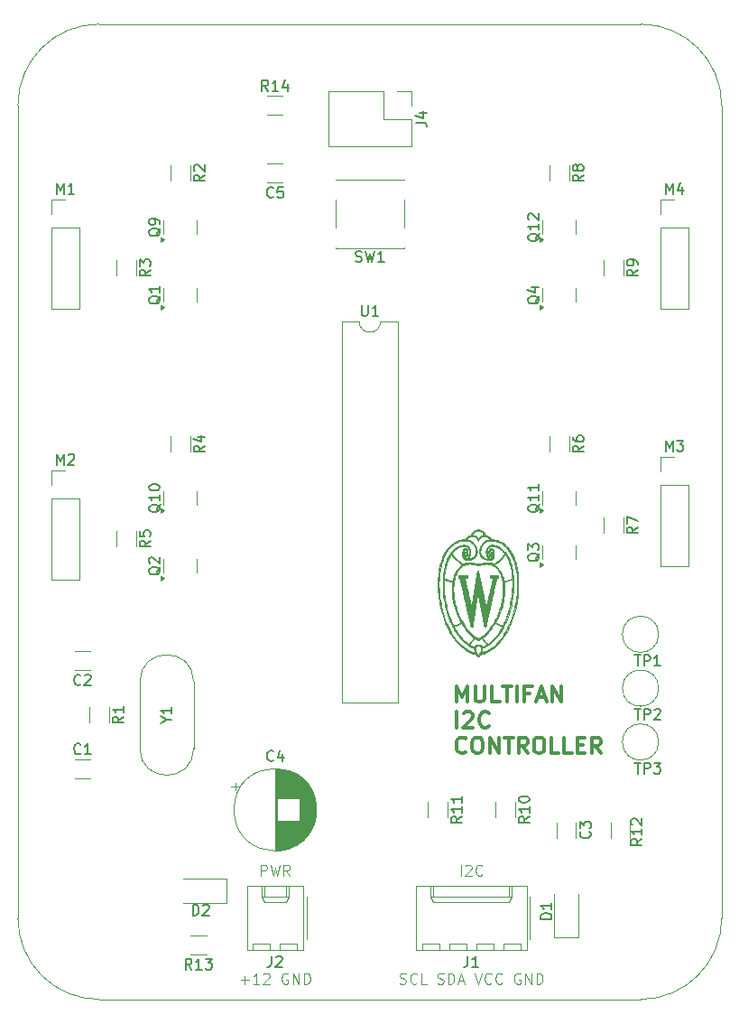
<source format=gbr>
%TF.GenerationSoftware,KiCad,Pcbnew,8.0.2*%
%TF.CreationDate,2024-05-09T13:50:34-05:00*%
%TF.ProjectId,multifan-i2c-controller,6d756c74-6966-4616-9e2d-6932632d636f,A*%
%TF.SameCoordinates,Original*%
%TF.FileFunction,Legend,Top*%
%TF.FilePolarity,Positive*%
%FSLAX46Y46*%
G04 Gerber Fmt 4.6, Leading zero omitted, Abs format (unit mm)*
G04 Created by KiCad (PCBNEW 8.0.2) date 2024-05-09 13:50:34*
%MOMM*%
%LPD*%
G01*
G04 APERTURE LIST*
%ADD10C,0.100000*%
%ADD11C,0.300000*%
%ADD12C,0.150000*%
%ADD13C,0.010000*%
%ADD14C,0.120000*%
%TA.AperFunction,Profile*%
%ADD15C,0.050000*%
%TD*%
G04 APERTURE END LIST*
D10*
X91376667Y-123012419D02*
X91376667Y-122012419D01*
X91376667Y-122012419D02*
X91757619Y-122012419D01*
X91757619Y-122012419D02*
X91852857Y-122060038D01*
X91852857Y-122060038D02*
X91900476Y-122107657D01*
X91900476Y-122107657D02*
X91948095Y-122202895D01*
X91948095Y-122202895D02*
X91948095Y-122345752D01*
X91948095Y-122345752D02*
X91900476Y-122440990D01*
X91900476Y-122440990D02*
X91852857Y-122488609D01*
X91852857Y-122488609D02*
X91757619Y-122536228D01*
X91757619Y-122536228D02*
X91376667Y-122536228D01*
X92281429Y-122012419D02*
X92519524Y-123012419D01*
X92519524Y-123012419D02*
X92710000Y-122298133D01*
X92710000Y-122298133D02*
X92900476Y-123012419D01*
X92900476Y-123012419D02*
X93138572Y-122012419D01*
X94090952Y-123012419D02*
X93757619Y-122536228D01*
X93519524Y-123012419D02*
X93519524Y-122012419D01*
X93519524Y-122012419D02*
X93900476Y-122012419D01*
X93900476Y-122012419D02*
X93995714Y-122060038D01*
X93995714Y-122060038D02*
X94043333Y-122107657D01*
X94043333Y-122107657D02*
X94090952Y-122202895D01*
X94090952Y-122202895D02*
X94090952Y-122345752D01*
X94090952Y-122345752D02*
X94043333Y-122440990D01*
X94043333Y-122440990D02*
X93995714Y-122488609D01*
X93995714Y-122488609D02*
X93900476Y-122536228D01*
X93900476Y-122536228D02*
X93519524Y-122536228D01*
X89471905Y-132791466D02*
X90233810Y-132791466D01*
X89852857Y-133172419D02*
X89852857Y-132410514D01*
X91233809Y-133172419D02*
X90662381Y-133172419D01*
X90948095Y-133172419D02*
X90948095Y-132172419D01*
X90948095Y-132172419D02*
X90852857Y-132315276D01*
X90852857Y-132315276D02*
X90757619Y-132410514D01*
X90757619Y-132410514D02*
X90662381Y-132458133D01*
X91614762Y-132267657D02*
X91662381Y-132220038D01*
X91662381Y-132220038D02*
X91757619Y-132172419D01*
X91757619Y-132172419D02*
X91995714Y-132172419D01*
X91995714Y-132172419D02*
X92090952Y-132220038D01*
X92090952Y-132220038D02*
X92138571Y-132267657D01*
X92138571Y-132267657D02*
X92186190Y-132362895D01*
X92186190Y-132362895D02*
X92186190Y-132458133D01*
X92186190Y-132458133D02*
X92138571Y-132600990D01*
X92138571Y-132600990D02*
X91567143Y-133172419D01*
X91567143Y-133172419D02*
X92186190Y-133172419D01*
X93900476Y-132220038D02*
X93805238Y-132172419D01*
X93805238Y-132172419D02*
X93662381Y-132172419D01*
X93662381Y-132172419D02*
X93519524Y-132220038D01*
X93519524Y-132220038D02*
X93424286Y-132315276D01*
X93424286Y-132315276D02*
X93376667Y-132410514D01*
X93376667Y-132410514D02*
X93329048Y-132600990D01*
X93329048Y-132600990D02*
X93329048Y-132743847D01*
X93329048Y-132743847D02*
X93376667Y-132934323D01*
X93376667Y-132934323D02*
X93424286Y-133029561D01*
X93424286Y-133029561D02*
X93519524Y-133124800D01*
X93519524Y-133124800D02*
X93662381Y-133172419D01*
X93662381Y-133172419D02*
X93757619Y-133172419D01*
X93757619Y-133172419D02*
X93900476Y-133124800D01*
X93900476Y-133124800D02*
X93948095Y-133077180D01*
X93948095Y-133077180D02*
X93948095Y-132743847D01*
X93948095Y-132743847D02*
X93757619Y-132743847D01*
X94376667Y-133172419D02*
X94376667Y-132172419D01*
X94376667Y-132172419D02*
X94948095Y-133172419D01*
X94948095Y-133172419D02*
X94948095Y-132172419D01*
X95424286Y-133172419D02*
X95424286Y-132172419D01*
X95424286Y-132172419D02*
X95662381Y-132172419D01*
X95662381Y-132172419D02*
X95805238Y-132220038D01*
X95805238Y-132220038D02*
X95900476Y-132315276D01*
X95900476Y-132315276D02*
X95948095Y-132410514D01*
X95948095Y-132410514D02*
X95995714Y-132600990D01*
X95995714Y-132600990D02*
X95995714Y-132743847D01*
X95995714Y-132743847D02*
X95948095Y-132934323D01*
X95948095Y-132934323D02*
X95900476Y-133029561D01*
X95900476Y-133029561D02*
X95805238Y-133124800D01*
X95805238Y-133124800D02*
X95662381Y-133172419D01*
X95662381Y-133172419D02*
X95424286Y-133172419D01*
X104434523Y-133124800D02*
X104577380Y-133172419D01*
X104577380Y-133172419D02*
X104815475Y-133172419D01*
X104815475Y-133172419D02*
X104910713Y-133124800D01*
X104910713Y-133124800D02*
X104958332Y-133077180D01*
X104958332Y-133077180D02*
X105005951Y-132981942D01*
X105005951Y-132981942D02*
X105005951Y-132886704D01*
X105005951Y-132886704D02*
X104958332Y-132791466D01*
X104958332Y-132791466D02*
X104910713Y-132743847D01*
X104910713Y-132743847D02*
X104815475Y-132696228D01*
X104815475Y-132696228D02*
X104624999Y-132648609D01*
X104624999Y-132648609D02*
X104529761Y-132600990D01*
X104529761Y-132600990D02*
X104482142Y-132553371D01*
X104482142Y-132553371D02*
X104434523Y-132458133D01*
X104434523Y-132458133D02*
X104434523Y-132362895D01*
X104434523Y-132362895D02*
X104482142Y-132267657D01*
X104482142Y-132267657D02*
X104529761Y-132220038D01*
X104529761Y-132220038D02*
X104624999Y-132172419D01*
X104624999Y-132172419D02*
X104863094Y-132172419D01*
X104863094Y-132172419D02*
X105005951Y-132220038D01*
X106005951Y-133077180D02*
X105958332Y-133124800D01*
X105958332Y-133124800D02*
X105815475Y-133172419D01*
X105815475Y-133172419D02*
X105720237Y-133172419D01*
X105720237Y-133172419D02*
X105577380Y-133124800D01*
X105577380Y-133124800D02*
X105482142Y-133029561D01*
X105482142Y-133029561D02*
X105434523Y-132934323D01*
X105434523Y-132934323D02*
X105386904Y-132743847D01*
X105386904Y-132743847D02*
X105386904Y-132600990D01*
X105386904Y-132600990D02*
X105434523Y-132410514D01*
X105434523Y-132410514D02*
X105482142Y-132315276D01*
X105482142Y-132315276D02*
X105577380Y-132220038D01*
X105577380Y-132220038D02*
X105720237Y-132172419D01*
X105720237Y-132172419D02*
X105815475Y-132172419D01*
X105815475Y-132172419D02*
X105958332Y-132220038D01*
X105958332Y-132220038D02*
X106005951Y-132267657D01*
X106910713Y-133172419D02*
X106434523Y-133172419D01*
X106434523Y-133172419D02*
X106434523Y-132172419D01*
X107958333Y-133124800D02*
X108101190Y-133172419D01*
X108101190Y-133172419D02*
X108339285Y-133172419D01*
X108339285Y-133172419D02*
X108434523Y-133124800D01*
X108434523Y-133124800D02*
X108482142Y-133077180D01*
X108482142Y-133077180D02*
X108529761Y-132981942D01*
X108529761Y-132981942D02*
X108529761Y-132886704D01*
X108529761Y-132886704D02*
X108482142Y-132791466D01*
X108482142Y-132791466D02*
X108434523Y-132743847D01*
X108434523Y-132743847D02*
X108339285Y-132696228D01*
X108339285Y-132696228D02*
X108148809Y-132648609D01*
X108148809Y-132648609D02*
X108053571Y-132600990D01*
X108053571Y-132600990D02*
X108005952Y-132553371D01*
X108005952Y-132553371D02*
X107958333Y-132458133D01*
X107958333Y-132458133D02*
X107958333Y-132362895D01*
X107958333Y-132362895D02*
X108005952Y-132267657D01*
X108005952Y-132267657D02*
X108053571Y-132220038D01*
X108053571Y-132220038D02*
X108148809Y-132172419D01*
X108148809Y-132172419D02*
X108386904Y-132172419D01*
X108386904Y-132172419D02*
X108529761Y-132220038D01*
X108958333Y-133172419D02*
X108958333Y-132172419D01*
X108958333Y-132172419D02*
X109196428Y-132172419D01*
X109196428Y-132172419D02*
X109339285Y-132220038D01*
X109339285Y-132220038D02*
X109434523Y-132315276D01*
X109434523Y-132315276D02*
X109482142Y-132410514D01*
X109482142Y-132410514D02*
X109529761Y-132600990D01*
X109529761Y-132600990D02*
X109529761Y-132743847D01*
X109529761Y-132743847D02*
X109482142Y-132934323D01*
X109482142Y-132934323D02*
X109434523Y-133029561D01*
X109434523Y-133029561D02*
X109339285Y-133124800D01*
X109339285Y-133124800D02*
X109196428Y-133172419D01*
X109196428Y-133172419D02*
X108958333Y-133172419D01*
X109910714Y-132886704D02*
X110386904Y-132886704D01*
X109815476Y-133172419D02*
X110148809Y-132172419D01*
X110148809Y-132172419D02*
X110482142Y-133172419D01*
X111434524Y-132172419D02*
X111767857Y-133172419D01*
X111767857Y-133172419D02*
X112101190Y-132172419D01*
X113005952Y-133077180D02*
X112958333Y-133124800D01*
X112958333Y-133124800D02*
X112815476Y-133172419D01*
X112815476Y-133172419D02*
X112720238Y-133172419D01*
X112720238Y-133172419D02*
X112577381Y-133124800D01*
X112577381Y-133124800D02*
X112482143Y-133029561D01*
X112482143Y-133029561D02*
X112434524Y-132934323D01*
X112434524Y-132934323D02*
X112386905Y-132743847D01*
X112386905Y-132743847D02*
X112386905Y-132600990D01*
X112386905Y-132600990D02*
X112434524Y-132410514D01*
X112434524Y-132410514D02*
X112482143Y-132315276D01*
X112482143Y-132315276D02*
X112577381Y-132220038D01*
X112577381Y-132220038D02*
X112720238Y-132172419D01*
X112720238Y-132172419D02*
X112815476Y-132172419D01*
X112815476Y-132172419D02*
X112958333Y-132220038D01*
X112958333Y-132220038D02*
X113005952Y-132267657D01*
X114005952Y-133077180D02*
X113958333Y-133124800D01*
X113958333Y-133124800D02*
X113815476Y-133172419D01*
X113815476Y-133172419D02*
X113720238Y-133172419D01*
X113720238Y-133172419D02*
X113577381Y-133124800D01*
X113577381Y-133124800D02*
X113482143Y-133029561D01*
X113482143Y-133029561D02*
X113434524Y-132934323D01*
X113434524Y-132934323D02*
X113386905Y-132743847D01*
X113386905Y-132743847D02*
X113386905Y-132600990D01*
X113386905Y-132600990D02*
X113434524Y-132410514D01*
X113434524Y-132410514D02*
X113482143Y-132315276D01*
X113482143Y-132315276D02*
X113577381Y-132220038D01*
X113577381Y-132220038D02*
X113720238Y-132172419D01*
X113720238Y-132172419D02*
X113815476Y-132172419D01*
X113815476Y-132172419D02*
X113958333Y-132220038D01*
X113958333Y-132220038D02*
X114005952Y-132267657D01*
X115720238Y-132220038D02*
X115625000Y-132172419D01*
X115625000Y-132172419D02*
X115482143Y-132172419D01*
X115482143Y-132172419D02*
X115339286Y-132220038D01*
X115339286Y-132220038D02*
X115244048Y-132315276D01*
X115244048Y-132315276D02*
X115196429Y-132410514D01*
X115196429Y-132410514D02*
X115148810Y-132600990D01*
X115148810Y-132600990D02*
X115148810Y-132743847D01*
X115148810Y-132743847D02*
X115196429Y-132934323D01*
X115196429Y-132934323D02*
X115244048Y-133029561D01*
X115244048Y-133029561D02*
X115339286Y-133124800D01*
X115339286Y-133124800D02*
X115482143Y-133172419D01*
X115482143Y-133172419D02*
X115577381Y-133172419D01*
X115577381Y-133172419D02*
X115720238Y-133124800D01*
X115720238Y-133124800D02*
X115767857Y-133077180D01*
X115767857Y-133077180D02*
X115767857Y-132743847D01*
X115767857Y-132743847D02*
X115577381Y-132743847D01*
X116196429Y-133172419D02*
X116196429Y-132172419D01*
X116196429Y-132172419D02*
X116767857Y-133172419D01*
X116767857Y-133172419D02*
X116767857Y-132172419D01*
X117244048Y-133172419D02*
X117244048Y-132172419D01*
X117244048Y-132172419D02*
X117482143Y-132172419D01*
X117482143Y-132172419D02*
X117625000Y-132220038D01*
X117625000Y-132220038D02*
X117720238Y-132315276D01*
X117720238Y-132315276D02*
X117767857Y-132410514D01*
X117767857Y-132410514D02*
X117815476Y-132600990D01*
X117815476Y-132600990D02*
X117815476Y-132743847D01*
X117815476Y-132743847D02*
X117767857Y-132934323D01*
X117767857Y-132934323D02*
X117720238Y-133029561D01*
X117720238Y-133029561D02*
X117625000Y-133124800D01*
X117625000Y-133124800D02*
X117482143Y-133172419D01*
X117482143Y-133172419D02*
X117244048Y-133172419D01*
X110148810Y-123012419D02*
X110148810Y-122012419D01*
X110577381Y-122107657D02*
X110625000Y-122060038D01*
X110625000Y-122060038D02*
X110720238Y-122012419D01*
X110720238Y-122012419D02*
X110958333Y-122012419D01*
X110958333Y-122012419D02*
X111053571Y-122060038D01*
X111053571Y-122060038D02*
X111101190Y-122107657D01*
X111101190Y-122107657D02*
X111148809Y-122202895D01*
X111148809Y-122202895D02*
X111148809Y-122298133D01*
X111148809Y-122298133D02*
X111101190Y-122440990D01*
X111101190Y-122440990D02*
X110529762Y-123012419D01*
X110529762Y-123012419D02*
X111148809Y-123012419D01*
X112148809Y-122917180D02*
X112101190Y-122964800D01*
X112101190Y-122964800D02*
X111958333Y-123012419D01*
X111958333Y-123012419D02*
X111863095Y-123012419D01*
X111863095Y-123012419D02*
X111720238Y-122964800D01*
X111720238Y-122964800D02*
X111625000Y-122869561D01*
X111625000Y-122869561D02*
X111577381Y-122774323D01*
X111577381Y-122774323D02*
X111529762Y-122583847D01*
X111529762Y-122583847D02*
X111529762Y-122440990D01*
X111529762Y-122440990D02*
X111577381Y-122250514D01*
X111577381Y-122250514D02*
X111625000Y-122155276D01*
X111625000Y-122155276D02*
X111720238Y-122060038D01*
X111720238Y-122060038D02*
X111863095Y-122012419D01*
X111863095Y-122012419D02*
X111958333Y-122012419D01*
X111958333Y-122012419D02*
X112101190Y-122060038D01*
X112101190Y-122060038D02*
X112148809Y-122107657D01*
D11*
X109774510Y-106730996D02*
X109774510Y-105230996D01*
X109774510Y-105230996D02*
X110274510Y-106302425D01*
X110274510Y-106302425D02*
X110774510Y-105230996D01*
X110774510Y-105230996D02*
X110774510Y-106730996D01*
X111488796Y-105230996D02*
X111488796Y-106445282D01*
X111488796Y-106445282D02*
X111560225Y-106588139D01*
X111560225Y-106588139D02*
X111631654Y-106659568D01*
X111631654Y-106659568D02*
X111774511Y-106730996D01*
X111774511Y-106730996D02*
X112060225Y-106730996D01*
X112060225Y-106730996D02*
X112203082Y-106659568D01*
X112203082Y-106659568D02*
X112274511Y-106588139D01*
X112274511Y-106588139D02*
X112345939Y-106445282D01*
X112345939Y-106445282D02*
X112345939Y-105230996D01*
X113774511Y-106730996D02*
X113060225Y-106730996D01*
X113060225Y-106730996D02*
X113060225Y-105230996D01*
X114060226Y-105230996D02*
X114917369Y-105230996D01*
X114488797Y-106730996D02*
X114488797Y-105230996D01*
X115417368Y-106730996D02*
X115417368Y-105230996D01*
X116631654Y-105945282D02*
X116131654Y-105945282D01*
X116131654Y-106730996D02*
X116131654Y-105230996D01*
X116131654Y-105230996D02*
X116845940Y-105230996D01*
X117345940Y-106302425D02*
X118060226Y-106302425D01*
X117203083Y-106730996D02*
X117703083Y-105230996D01*
X117703083Y-105230996D02*
X118203083Y-106730996D01*
X118703082Y-106730996D02*
X118703082Y-105230996D01*
X118703082Y-105230996D02*
X119560225Y-106730996D01*
X119560225Y-106730996D02*
X119560225Y-105230996D01*
X109774510Y-109145912D02*
X109774510Y-107645912D01*
X110417368Y-107788769D02*
X110488796Y-107717341D01*
X110488796Y-107717341D02*
X110631654Y-107645912D01*
X110631654Y-107645912D02*
X110988796Y-107645912D01*
X110988796Y-107645912D02*
X111131654Y-107717341D01*
X111131654Y-107717341D02*
X111203082Y-107788769D01*
X111203082Y-107788769D02*
X111274511Y-107931626D01*
X111274511Y-107931626D02*
X111274511Y-108074484D01*
X111274511Y-108074484D02*
X111203082Y-108288769D01*
X111203082Y-108288769D02*
X110345939Y-109145912D01*
X110345939Y-109145912D02*
X111274511Y-109145912D01*
X112774510Y-109003055D02*
X112703082Y-109074484D01*
X112703082Y-109074484D02*
X112488796Y-109145912D01*
X112488796Y-109145912D02*
X112345939Y-109145912D01*
X112345939Y-109145912D02*
X112131653Y-109074484D01*
X112131653Y-109074484D02*
X111988796Y-108931626D01*
X111988796Y-108931626D02*
X111917367Y-108788769D01*
X111917367Y-108788769D02*
X111845939Y-108503055D01*
X111845939Y-108503055D02*
X111845939Y-108288769D01*
X111845939Y-108288769D02*
X111917367Y-108003055D01*
X111917367Y-108003055D02*
X111988796Y-107860198D01*
X111988796Y-107860198D02*
X112131653Y-107717341D01*
X112131653Y-107717341D02*
X112345939Y-107645912D01*
X112345939Y-107645912D02*
X112488796Y-107645912D01*
X112488796Y-107645912D02*
X112703082Y-107717341D01*
X112703082Y-107717341D02*
X112774510Y-107788769D01*
X110631653Y-111417971D02*
X110560225Y-111489400D01*
X110560225Y-111489400D02*
X110345939Y-111560828D01*
X110345939Y-111560828D02*
X110203082Y-111560828D01*
X110203082Y-111560828D02*
X109988796Y-111489400D01*
X109988796Y-111489400D02*
X109845939Y-111346542D01*
X109845939Y-111346542D02*
X109774510Y-111203685D01*
X109774510Y-111203685D02*
X109703082Y-110917971D01*
X109703082Y-110917971D02*
X109703082Y-110703685D01*
X109703082Y-110703685D02*
X109774510Y-110417971D01*
X109774510Y-110417971D02*
X109845939Y-110275114D01*
X109845939Y-110275114D02*
X109988796Y-110132257D01*
X109988796Y-110132257D02*
X110203082Y-110060828D01*
X110203082Y-110060828D02*
X110345939Y-110060828D01*
X110345939Y-110060828D02*
X110560225Y-110132257D01*
X110560225Y-110132257D02*
X110631653Y-110203685D01*
X111560225Y-110060828D02*
X111845939Y-110060828D01*
X111845939Y-110060828D02*
X111988796Y-110132257D01*
X111988796Y-110132257D02*
X112131653Y-110275114D01*
X112131653Y-110275114D02*
X112203082Y-110560828D01*
X112203082Y-110560828D02*
X112203082Y-111060828D01*
X112203082Y-111060828D02*
X112131653Y-111346542D01*
X112131653Y-111346542D02*
X111988796Y-111489400D01*
X111988796Y-111489400D02*
X111845939Y-111560828D01*
X111845939Y-111560828D02*
X111560225Y-111560828D01*
X111560225Y-111560828D02*
X111417368Y-111489400D01*
X111417368Y-111489400D02*
X111274510Y-111346542D01*
X111274510Y-111346542D02*
X111203082Y-111060828D01*
X111203082Y-111060828D02*
X111203082Y-110560828D01*
X111203082Y-110560828D02*
X111274510Y-110275114D01*
X111274510Y-110275114D02*
X111417368Y-110132257D01*
X111417368Y-110132257D02*
X111560225Y-110060828D01*
X112845939Y-111560828D02*
X112845939Y-110060828D01*
X112845939Y-110060828D02*
X113703082Y-111560828D01*
X113703082Y-111560828D02*
X113703082Y-110060828D01*
X114203083Y-110060828D02*
X115060226Y-110060828D01*
X114631654Y-111560828D02*
X114631654Y-110060828D01*
X116417368Y-111560828D02*
X115917368Y-110846542D01*
X115560225Y-111560828D02*
X115560225Y-110060828D01*
X115560225Y-110060828D02*
X116131654Y-110060828D01*
X116131654Y-110060828D02*
X116274511Y-110132257D01*
X116274511Y-110132257D02*
X116345940Y-110203685D01*
X116345940Y-110203685D02*
X116417368Y-110346542D01*
X116417368Y-110346542D02*
X116417368Y-110560828D01*
X116417368Y-110560828D02*
X116345940Y-110703685D01*
X116345940Y-110703685D02*
X116274511Y-110775114D01*
X116274511Y-110775114D02*
X116131654Y-110846542D01*
X116131654Y-110846542D02*
X115560225Y-110846542D01*
X117345940Y-110060828D02*
X117631654Y-110060828D01*
X117631654Y-110060828D02*
X117774511Y-110132257D01*
X117774511Y-110132257D02*
X117917368Y-110275114D01*
X117917368Y-110275114D02*
X117988797Y-110560828D01*
X117988797Y-110560828D02*
X117988797Y-111060828D01*
X117988797Y-111060828D02*
X117917368Y-111346542D01*
X117917368Y-111346542D02*
X117774511Y-111489400D01*
X117774511Y-111489400D02*
X117631654Y-111560828D01*
X117631654Y-111560828D02*
X117345940Y-111560828D01*
X117345940Y-111560828D02*
X117203083Y-111489400D01*
X117203083Y-111489400D02*
X117060225Y-111346542D01*
X117060225Y-111346542D02*
X116988797Y-111060828D01*
X116988797Y-111060828D02*
X116988797Y-110560828D01*
X116988797Y-110560828D02*
X117060225Y-110275114D01*
X117060225Y-110275114D02*
X117203083Y-110132257D01*
X117203083Y-110132257D02*
X117345940Y-110060828D01*
X119345940Y-111560828D02*
X118631654Y-111560828D01*
X118631654Y-111560828D02*
X118631654Y-110060828D01*
X120560226Y-111560828D02*
X119845940Y-111560828D01*
X119845940Y-111560828D02*
X119845940Y-110060828D01*
X121060226Y-110775114D02*
X121560226Y-110775114D01*
X121774512Y-111560828D02*
X121060226Y-111560828D01*
X121060226Y-111560828D02*
X121060226Y-110060828D01*
X121060226Y-110060828D02*
X121774512Y-110060828D01*
X123274512Y-111560828D02*
X122774512Y-110846542D01*
X122417369Y-111560828D02*
X122417369Y-110060828D01*
X122417369Y-110060828D02*
X122988798Y-110060828D01*
X122988798Y-110060828D02*
X123131655Y-110132257D01*
X123131655Y-110132257D02*
X123203084Y-110203685D01*
X123203084Y-110203685D02*
X123274512Y-110346542D01*
X123274512Y-110346542D02*
X123274512Y-110560828D01*
X123274512Y-110560828D02*
X123203084Y-110703685D01*
X123203084Y-110703685D02*
X123131655Y-110775114D01*
X123131655Y-110775114D02*
X122988798Y-110846542D01*
X122988798Y-110846542D02*
X122417369Y-110846542D01*
D12*
X117530057Y-62801428D02*
X117482438Y-62896666D01*
X117482438Y-62896666D02*
X117387200Y-62991904D01*
X117387200Y-62991904D02*
X117244342Y-63134761D01*
X117244342Y-63134761D02*
X117196723Y-63229999D01*
X117196723Y-63229999D02*
X117196723Y-63325237D01*
X117434819Y-63277618D02*
X117387200Y-63372856D01*
X117387200Y-63372856D02*
X117291961Y-63468094D01*
X117291961Y-63468094D02*
X117101485Y-63515713D01*
X117101485Y-63515713D02*
X116768152Y-63515713D01*
X116768152Y-63515713D02*
X116577676Y-63468094D01*
X116577676Y-63468094D02*
X116482438Y-63372856D01*
X116482438Y-63372856D02*
X116434819Y-63277618D01*
X116434819Y-63277618D02*
X116434819Y-63087142D01*
X116434819Y-63087142D02*
X116482438Y-62991904D01*
X116482438Y-62991904D02*
X116577676Y-62896666D01*
X116577676Y-62896666D02*
X116768152Y-62849047D01*
X116768152Y-62849047D02*
X117101485Y-62849047D01*
X117101485Y-62849047D02*
X117291961Y-62896666D01*
X117291961Y-62896666D02*
X117387200Y-62991904D01*
X117387200Y-62991904D02*
X117434819Y-63087142D01*
X117434819Y-63087142D02*
X117434819Y-63277618D01*
X117434819Y-61896666D02*
X117434819Y-62468094D01*
X117434819Y-62182380D02*
X116434819Y-62182380D01*
X116434819Y-62182380D02*
X116577676Y-62277618D01*
X116577676Y-62277618D02*
X116672914Y-62372856D01*
X116672914Y-62372856D02*
X116720533Y-62468094D01*
X116530057Y-61515713D02*
X116482438Y-61468094D01*
X116482438Y-61468094D02*
X116434819Y-61372856D01*
X116434819Y-61372856D02*
X116434819Y-61134761D01*
X116434819Y-61134761D02*
X116482438Y-61039523D01*
X116482438Y-61039523D02*
X116530057Y-60991904D01*
X116530057Y-60991904D02*
X116625295Y-60944285D01*
X116625295Y-60944285D02*
X116720533Y-60944285D01*
X116720533Y-60944285D02*
X116863390Y-60991904D01*
X116863390Y-60991904D02*
X117434819Y-61563332D01*
X117434819Y-61563332D02*
X117434819Y-60944285D01*
X117530057Y-88201428D02*
X117482438Y-88296666D01*
X117482438Y-88296666D02*
X117387200Y-88391904D01*
X117387200Y-88391904D02*
X117244342Y-88534761D01*
X117244342Y-88534761D02*
X117196723Y-88629999D01*
X117196723Y-88629999D02*
X117196723Y-88725237D01*
X117434819Y-88677618D02*
X117387200Y-88772856D01*
X117387200Y-88772856D02*
X117291961Y-88868094D01*
X117291961Y-88868094D02*
X117101485Y-88915713D01*
X117101485Y-88915713D02*
X116768152Y-88915713D01*
X116768152Y-88915713D02*
X116577676Y-88868094D01*
X116577676Y-88868094D02*
X116482438Y-88772856D01*
X116482438Y-88772856D02*
X116434819Y-88677618D01*
X116434819Y-88677618D02*
X116434819Y-88487142D01*
X116434819Y-88487142D02*
X116482438Y-88391904D01*
X116482438Y-88391904D02*
X116577676Y-88296666D01*
X116577676Y-88296666D02*
X116768152Y-88249047D01*
X116768152Y-88249047D02*
X117101485Y-88249047D01*
X117101485Y-88249047D02*
X117291961Y-88296666D01*
X117291961Y-88296666D02*
X117387200Y-88391904D01*
X117387200Y-88391904D02*
X117434819Y-88487142D01*
X117434819Y-88487142D02*
X117434819Y-88677618D01*
X117434819Y-87296666D02*
X117434819Y-87868094D01*
X117434819Y-87582380D02*
X116434819Y-87582380D01*
X116434819Y-87582380D02*
X116577676Y-87677618D01*
X116577676Y-87677618D02*
X116672914Y-87772856D01*
X116672914Y-87772856D02*
X116720533Y-87868094D01*
X117434819Y-86344285D02*
X117434819Y-86915713D01*
X117434819Y-86629999D02*
X116434819Y-86629999D01*
X116434819Y-86629999D02*
X116577676Y-86725237D01*
X116577676Y-86725237D02*
X116672914Y-86820475D01*
X116672914Y-86820475D02*
X116720533Y-86915713D01*
X81970057Y-88201428D02*
X81922438Y-88296666D01*
X81922438Y-88296666D02*
X81827200Y-88391904D01*
X81827200Y-88391904D02*
X81684342Y-88534761D01*
X81684342Y-88534761D02*
X81636723Y-88629999D01*
X81636723Y-88629999D02*
X81636723Y-88725237D01*
X81874819Y-88677618D02*
X81827200Y-88772856D01*
X81827200Y-88772856D02*
X81731961Y-88868094D01*
X81731961Y-88868094D02*
X81541485Y-88915713D01*
X81541485Y-88915713D02*
X81208152Y-88915713D01*
X81208152Y-88915713D02*
X81017676Y-88868094D01*
X81017676Y-88868094D02*
X80922438Y-88772856D01*
X80922438Y-88772856D02*
X80874819Y-88677618D01*
X80874819Y-88677618D02*
X80874819Y-88487142D01*
X80874819Y-88487142D02*
X80922438Y-88391904D01*
X80922438Y-88391904D02*
X81017676Y-88296666D01*
X81017676Y-88296666D02*
X81208152Y-88249047D01*
X81208152Y-88249047D02*
X81541485Y-88249047D01*
X81541485Y-88249047D02*
X81731961Y-88296666D01*
X81731961Y-88296666D02*
X81827200Y-88391904D01*
X81827200Y-88391904D02*
X81874819Y-88487142D01*
X81874819Y-88487142D02*
X81874819Y-88677618D01*
X81874819Y-87296666D02*
X81874819Y-87868094D01*
X81874819Y-87582380D02*
X80874819Y-87582380D01*
X80874819Y-87582380D02*
X81017676Y-87677618D01*
X81017676Y-87677618D02*
X81112914Y-87772856D01*
X81112914Y-87772856D02*
X81160533Y-87868094D01*
X80874819Y-86677618D02*
X80874819Y-86582380D01*
X80874819Y-86582380D02*
X80922438Y-86487142D01*
X80922438Y-86487142D02*
X80970057Y-86439523D01*
X80970057Y-86439523D02*
X81065295Y-86391904D01*
X81065295Y-86391904D02*
X81255771Y-86344285D01*
X81255771Y-86344285D02*
X81493866Y-86344285D01*
X81493866Y-86344285D02*
X81684342Y-86391904D01*
X81684342Y-86391904D02*
X81779580Y-86439523D01*
X81779580Y-86439523D02*
X81827200Y-86487142D01*
X81827200Y-86487142D02*
X81874819Y-86582380D01*
X81874819Y-86582380D02*
X81874819Y-86677618D01*
X81874819Y-86677618D02*
X81827200Y-86772856D01*
X81827200Y-86772856D02*
X81779580Y-86820475D01*
X81779580Y-86820475D02*
X81684342Y-86868094D01*
X81684342Y-86868094D02*
X81493866Y-86915713D01*
X81493866Y-86915713D02*
X81255771Y-86915713D01*
X81255771Y-86915713D02*
X81065295Y-86868094D01*
X81065295Y-86868094D02*
X80970057Y-86820475D01*
X80970057Y-86820475D02*
X80922438Y-86772856D01*
X80922438Y-86772856D02*
X80874819Y-86677618D01*
X81970057Y-62325238D02*
X81922438Y-62420476D01*
X81922438Y-62420476D02*
X81827200Y-62515714D01*
X81827200Y-62515714D02*
X81684342Y-62658571D01*
X81684342Y-62658571D02*
X81636723Y-62753809D01*
X81636723Y-62753809D02*
X81636723Y-62849047D01*
X81874819Y-62801428D02*
X81827200Y-62896666D01*
X81827200Y-62896666D02*
X81731961Y-62991904D01*
X81731961Y-62991904D02*
X81541485Y-63039523D01*
X81541485Y-63039523D02*
X81208152Y-63039523D01*
X81208152Y-63039523D02*
X81017676Y-62991904D01*
X81017676Y-62991904D02*
X80922438Y-62896666D01*
X80922438Y-62896666D02*
X80874819Y-62801428D01*
X80874819Y-62801428D02*
X80874819Y-62610952D01*
X80874819Y-62610952D02*
X80922438Y-62515714D01*
X80922438Y-62515714D02*
X81017676Y-62420476D01*
X81017676Y-62420476D02*
X81208152Y-62372857D01*
X81208152Y-62372857D02*
X81541485Y-62372857D01*
X81541485Y-62372857D02*
X81731961Y-62420476D01*
X81731961Y-62420476D02*
X81827200Y-62515714D01*
X81827200Y-62515714D02*
X81874819Y-62610952D01*
X81874819Y-62610952D02*
X81874819Y-62801428D01*
X81874819Y-61896666D02*
X81874819Y-61706190D01*
X81874819Y-61706190D02*
X81827200Y-61610952D01*
X81827200Y-61610952D02*
X81779580Y-61563333D01*
X81779580Y-61563333D02*
X81636723Y-61468095D01*
X81636723Y-61468095D02*
X81446247Y-61420476D01*
X81446247Y-61420476D02*
X81065295Y-61420476D01*
X81065295Y-61420476D02*
X80970057Y-61468095D01*
X80970057Y-61468095D02*
X80922438Y-61515714D01*
X80922438Y-61515714D02*
X80874819Y-61610952D01*
X80874819Y-61610952D02*
X80874819Y-61801428D01*
X80874819Y-61801428D02*
X80922438Y-61896666D01*
X80922438Y-61896666D02*
X80970057Y-61944285D01*
X80970057Y-61944285D02*
X81065295Y-61991904D01*
X81065295Y-61991904D02*
X81303390Y-61991904D01*
X81303390Y-61991904D02*
X81398628Y-61944285D01*
X81398628Y-61944285D02*
X81446247Y-61896666D01*
X81446247Y-61896666D02*
X81493866Y-61801428D01*
X81493866Y-61801428D02*
X81493866Y-61610952D01*
X81493866Y-61610952D02*
X81446247Y-61515714D01*
X81446247Y-61515714D02*
X81398628Y-61468095D01*
X81398628Y-61468095D02*
X81303390Y-61420476D01*
X117530057Y-68675238D02*
X117482438Y-68770476D01*
X117482438Y-68770476D02*
X117387200Y-68865714D01*
X117387200Y-68865714D02*
X117244342Y-69008571D01*
X117244342Y-69008571D02*
X117196723Y-69103809D01*
X117196723Y-69103809D02*
X117196723Y-69199047D01*
X117434819Y-69151428D02*
X117387200Y-69246666D01*
X117387200Y-69246666D02*
X117291961Y-69341904D01*
X117291961Y-69341904D02*
X117101485Y-69389523D01*
X117101485Y-69389523D02*
X116768152Y-69389523D01*
X116768152Y-69389523D02*
X116577676Y-69341904D01*
X116577676Y-69341904D02*
X116482438Y-69246666D01*
X116482438Y-69246666D02*
X116434819Y-69151428D01*
X116434819Y-69151428D02*
X116434819Y-68960952D01*
X116434819Y-68960952D02*
X116482438Y-68865714D01*
X116482438Y-68865714D02*
X116577676Y-68770476D01*
X116577676Y-68770476D02*
X116768152Y-68722857D01*
X116768152Y-68722857D02*
X117101485Y-68722857D01*
X117101485Y-68722857D02*
X117291961Y-68770476D01*
X117291961Y-68770476D02*
X117387200Y-68865714D01*
X117387200Y-68865714D02*
X117434819Y-68960952D01*
X117434819Y-68960952D02*
X117434819Y-69151428D01*
X116768152Y-67865714D02*
X117434819Y-67865714D01*
X116387200Y-68103809D02*
X117101485Y-68341904D01*
X117101485Y-68341904D02*
X117101485Y-67722857D01*
X117530057Y-92805238D02*
X117482438Y-92900476D01*
X117482438Y-92900476D02*
X117387200Y-92995714D01*
X117387200Y-92995714D02*
X117244342Y-93138571D01*
X117244342Y-93138571D02*
X117196723Y-93233809D01*
X117196723Y-93233809D02*
X117196723Y-93329047D01*
X117434819Y-93281428D02*
X117387200Y-93376666D01*
X117387200Y-93376666D02*
X117291961Y-93471904D01*
X117291961Y-93471904D02*
X117101485Y-93519523D01*
X117101485Y-93519523D02*
X116768152Y-93519523D01*
X116768152Y-93519523D02*
X116577676Y-93471904D01*
X116577676Y-93471904D02*
X116482438Y-93376666D01*
X116482438Y-93376666D02*
X116434819Y-93281428D01*
X116434819Y-93281428D02*
X116434819Y-93090952D01*
X116434819Y-93090952D02*
X116482438Y-92995714D01*
X116482438Y-92995714D02*
X116577676Y-92900476D01*
X116577676Y-92900476D02*
X116768152Y-92852857D01*
X116768152Y-92852857D02*
X117101485Y-92852857D01*
X117101485Y-92852857D02*
X117291961Y-92900476D01*
X117291961Y-92900476D02*
X117387200Y-92995714D01*
X117387200Y-92995714D02*
X117434819Y-93090952D01*
X117434819Y-93090952D02*
X117434819Y-93281428D01*
X116434819Y-92519523D02*
X116434819Y-91900476D01*
X116434819Y-91900476D02*
X116815771Y-92233809D01*
X116815771Y-92233809D02*
X116815771Y-92090952D01*
X116815771Y-92090952D02*
X116863390Y-91995714D01*
X116863390Y-91995714D02*
X116911009Y-91948095D01*
X116911009Y-91948095D02*
X117006247Y-91900476D01*
X117006247Y-91900476D02*
X117244342Y-91900476D01*
X117244342Y-91900476D02*
X117339580Y-91948095D01*
X117339580Y-91948095D02*
X117387200Y-91995714D01*
X117387200Y-91995714D02*
X117434819Y-92090952D01*
X117434819Y-92090952D02*
X117434819Y-92376666D01*
X117434819Y-92376666D02*
X117387200Y-92471904D01*
X117387200Y-92471904D02*
X117339580Y-92519523D01*
X81970057Y-94075238D02*
X81922438Y-94170476D01*
X81922438Y-94170476D02*
X81827200Y-94265714D01*
X81827200Y-94265714D02*
X81684342Y-94408571D01*
X81684342Y-94408571D02*
X81636723Y-94503809D01*
X81636723Y-94503809D02*
X81636723Y-94599047D01*
X81874819Y-94551428D02*
X81827200Y-94646666D01*
X81827200Y-94646666D02*
X81731961Y-94741904D01*
X81731961Y-94741904D02*
X81541485Y-94789523D01*
X81541485Y-94789523D02*
X81208152Y-94789523D01*
X81208152Y-94789523D02*
X81017676Y-94741904D01*
X81017676Y-94741904D02*
X80922438Y-94646666D01*
X80922438Y-94646666D02*
X80874819Y-94551428D01*
X80874819Y-94551428D02*
X80874819Y-94360952D01*
X80874819Y-94360952D02*
X80922438Y-94265714D01*
X80922438Y-94265714D02*
X81017676Y-94170476D01*
X81017676Y-94170476D02*
X81208152Y-94122857D01*
X81208152Y-94122857D02*
X81541485Y-94122857D01*
X81541485Y-94122857D02*
X81731961Y-94170476D01*
X81731961Y-94170476D02*
X81827200Y-94265714D01*
X81827200Y-94265714D02*
X81874819Y-94360952D01*
X81874819Y-94360952D02*
X81874819Y-94551428D01*
X80970057Y-93741904D02*
X80922438Y-93694285D01*
X80922438Y-93694285D02*
X80874819Y-93599047D01*
X80874819Y-93599047D02*
X80874819Y-93360952D01*
X80874819Y-93360952D02*
X80922438Y-93265714D01*
X80922438Y-93265714D02*
X80970057Y-93218095D01*
X80970057Y-93218095D02*
X81065295Y-93170476D01*
X81065295Y-93170476D02*
X81160533Y-93170476D01*
X81160533Y-93170476D02*
X81303390Y-93218095D01*
X81303390Y-93218095D02*
X81874819Y-93789523D01*
X81874819Y-93789523D02*
X81874819Y-93170476D01*
X81970057Y-68675238D02*
X81922438Y-68770476D01*
X81922438Y-68770476D02*
X81827200Y-68865714D01*
X81827200Y-68865714D02*
X81684342Y-69008571D01*
X81684342Y-69008571D02*
X81636723Y-69103809D01*
X81636723Y-69103809D02*
X81636723Y-69199047D01*
X81874819Y-69151428D02*
X81827200Y-69246666D01*
X81827200Y-69246666D02*
X81731961Y-69341904D01*
X81731961Y-69341904D02*
X81541485Y-69389523D01*
X81541485Y-69389523D02*
X81208152Y-69389523D01*
X81208152Y-69389523D02*
X81017676Y-69341904D01*
X81017676Y-69341904D02*
X80922438Y-69246666D01*
X80922438Y-69246666D02*
X80874819Y-69151428D01*
X80874819Y-69151428D02*
X80874819Y-68960952D01*
X80874819Y-68960952D02*
X80922438Y-68865714D01*
X80922438Y-68865714D02*
X81017676Y-68770476D01*
X81017676Y-68770476D02*
X81208152Y-68722857D01*
X81208152Y-68722857D02*
X81541485Y-68722857D01*
X81541485Y-68722857D02*
X81731961Y-68770476D01*
X81731961Y-68770476D02*
X81827200Y-68865714D01*
X81827200Y-68865714D02*
X81874819Y-68960952D01*
X81874819Y-68960952D02*
X81874819Y-69151428D01*
X81874819Y-67770476D02*
X81874819Y-68341904D01*
X81874819Y-68056190D02*
X80874819Y-68056190D01*
X80874819Y-68056190D02*
X81017676Y-68151428D01*
X81017676Y-68151428D02*
X81112914Y-68246666D01*
X81112914Y-68246666D02*
X81160533Y-68341904D01*
X74470833Y-111539580D02*
X74423214Y-111587200D01*
X74423214Y-111587200D02*
X74280357Y-111634819D01*
X74280357Y-111634819D02*
X74185119Y-111634819D01*
X74185119Y-111634819D02*
X74042262Y-111587200D01*
X74042262Y-111587200D02*
X73947024Y-111491961D01*
X73947024Y-111491961D02*
X73899405Y-111396723D01*
X73899405Y-111396723D02*
X73851786Y-111206247D01*
X73851786Y-111206247D02*
X73851786Y-111063390D01*
X73851786Y-111063390D02*
X73899405Y-110872914D01*
X73899405Y-110872914D02*
X73947024Y-110777676D01*
X73947024Y-110777676D02*
X74042262Y-110682438D01*
X74042262Y-110682438D02*
X74185119Y-110634819D01*
X74185119Y-110634819D02*
X74280357Y-110634819D01*
X74280357Y-110634819D02*
X74423214Y-110682438D01*
X74423214Y-110682438D02*
X74470833Y-110730057D01*
X75423214Y-111634819D02*
X74851786Y-111634819D01*
X75137500Y-111634819D02*
X75137500Y-110634819D01*
X75137500Y-110634819D02*
X75042262Y-110777676D01*
X75042262Y-110777676D02*
X74947024Y-110872914D01*
X74947024Y-110872914D02*
X74851786Y-110920533D01*
X92067142Y-49434819D02*
X91733809Y-48958628D01*
X91495714Y-49434819D02*
X91495714Y-48434819D01*
X91495714Y-48434819D02*
X91876666Y-48434819D01*
X91876666Y-48434819D02*
X91971904Y-48482438D01*
X91971904Y-48482438D02*
X92019523Y-48530057D01*
X92019523Y-48530057D02*
X92067142Y-48625295D01*
X92067142Y-48625295D02*
X92067142Y-48768152D01*
X92067142Y-48768152D02*
X92019523Y-48863390D01*
X92019523Y-48863390D02*
X91971904Y-48911009D01*
X91971904Y-48911009D02*
X91876666Y-48958628D01*
X91876666Y-48958628D02*
X91495714Y-48958628D01*
X93019523Y-49434819D02*
X92448095Y-49434819D01*
X92733809Y-49434819D02*
X92733809Y-48434819D01*
X92733809Y-48434819D02*
X92638571Y-48577676D01*
X92638571Y-48577676D02*
X92543333Y-48672914D01*
X92543333Y-48672914D02*
X92448095Y-48720533D01*
X93876666Y-48768152D02*
X93876666Y-49434819D01*
X93638571Y-48387200D02*
X93400476Y-49101485D01*
X93400476Y-49101485D02*
X94019523Y-49101485D01*
X72215476Y-59084819D02*
X72215476Y-58084819D01*
X72215476Y-58084819D02*
X72548809Y-58799104D01*
X72548809Y-58799104D02*
X72882142Y-58084819D01*
X72882142Y-58084819D02*
X72882142Y-59084819D01*
X73882142Y-59084819D02*
X73310714Y-59084819D01*
X73596428Y-59084819D02*
X73596428Y-58084819D01*
X73596428Y-58084819D02*
X73501190Y-58227676D01*
X73501190Y-58227676D02*
X73405952Y-58322914D01*
X73405952Y-58322914D02*
X73310714Y-58370533D01*
X74470833Y-105079580D02*
X74423214Y-105127200D01*
X74423214Y-105127200D02*
X74280357Y-105174819D01*
X74280357Y-105174819D02*
X74185119Y-105174819D01*
X74185119Y-105174819D02*
X74042262Y-105127200D01*
X74042262Y-105127200D02*
X73947024Y-105031961D01*
X73947024Y-105031961D02*
X73899405Y-104936723D01*
X73899405Y-104936723D02*
X73851786Y-104746247D01*
X73851786Y-104746247D02*
X73851786Y-104603390D01*
X73851786Y-104603390D02*
X73899405Y-104412914D01*
X73899405Y-104412914D02*
X73947024Y-104317676D01*
X73947024Y-104317676D02*
X74042262Y-104222438D01*
X74042262Y-104222438D02*
X74185119Y-104174819D01*
X74185119Y-104174819D02*
X74280357Y-104174819D01*
X74280357Y-104174819D02*
X74423214Y-104222438D01*
X74423214Y-104222438D02*
X74470833Y-104270057D01*
X74851786Y-104270057D02*
X74899405Y-104222438D01*
X74899405Y-104222438D02*
X74994643Y-104174819D01*
X74994643Y-104174819D02*
X75232738Y-104174819D01*
X75232738Y-104174819D02*
X75327976Y-104222438D01*
X75327976Y-104222438D02*
X75375595Y-104270057D01*
X75375595Y-104270057D02*
X75423214Y-104365295D01*
X75423214Y-104365295D02*
X75423214Y-104460533D01*
X75423214Y-104460533D02*
X75375595Y-104603390D01*
X75375595Y-104603390D02*
X74804167Y-105174819D01*
X74804167Y-105174819D02*
X75423214Y-105174819D01*
X116574819Y-117482857D02*
X116098628Y-117816190D01*
X116574819Y-118054285D02*
X115574819Y-118054285D01*
X115574819Y-118054285D02*
X115574819Y-117673333D01*
X115574819Y-117673333D02*
X115622438Y-117578095D01*
X115622438Y-117578095D02*
X115670057Y-117530476D01*
X115670057Y-117530476D02*
X115765295Y-117482857D01*
X115765295Y-117482857D02*
X115908152Y-117482857D01*
X115908152Y-117482857D02*
X116003390Y-117530476D01*
X116003390Y-117530476D02*
X116051009Y-117578095D01*
X116051009Y-117578095D02*
X116098628Y-117673333D01*
X116098628Y-117673333D02*
X116098628Y-118054285D01*
X116574819Y-116530476D02*
X116574819Y-117101904D01*
X116574819Y-116816190D02*
X115574819Y-116816190D01*
X115574819Y-116816190D02*
X115717676Y-116911428D01*
X115717676Y-116911428D02*
X115812914Y-117006666D01*
X115812914Y-117006666D02*
X115860533Y-117101904D01*
X115574819Y-115911428D02*
X115574819Y-115816190D01*
X115574819Y-115816190D02*
X115622438Y-115720952D01*
X115622438Y-115720952D02*
X115670057Y-115673333D01*
X115670057Y-115673333D02*
X115765295Y-115625714D01*
X115765295Y-115625714D02*
X115955771Y-115578095D01*
X115955771Y-115578095D02*
X116193866Y-115578095D01*
X116193866Y-115578095D02*
X116384342Y-115625714D01*
X116384342Y-115625714D02*
X116479580Y-115673333D01*
X116479580Y-115673333D02*
X116527200Y-115720952D01*
X116527200Y-115720952D02*
X116574819Y-115816190D01*
X116574819Y-115816190D02*
X116574819Y-115911428D01*
X116574819Y-115911428D02*
X116527200Y-116006666D01*
X116527200Y-116006666D02*
X116479580Y-116054285D01*
X116479580Y-116054285D02*
X116384342Y-116101904D01*
X116384342Y-116101904D02*
X116193866Y-116149523D01*
X116193866Y-116149523D02*
X115955771Y-116149523D01*
X115955771Y-116149523D02*
X115765295Y-116101904D01*
X115765295Y-116101904D02*
X115670057Y-116054285D01*
X115670057Y-116054285D02*
X115622438Y-116006666D01*
X115622438Y-116006666D02*
X115574819Y-115911428D01*
X86094819Y-82716666D02*
X85618628Y-83049999D01*
X86094819Y-83288094D02*
X85094819Y-83288094D01*
X85094819Y-83288094D02*
X85094819Y-82907142D01*
X85094819Y-82907142D02*
X85142438Y-82811904D01*
X85142438Y-82811904D02*
X85190057Y-82764285D01*
X85190057Y-82764285D02*
X85285295Y-82716666D01*
X85285295Y-82716666D02*
X85428152Y-82716666D01*
X85428152Y-82716666D02*
X85523390Y-82764285D01*
X85523390Y-82764285D02*
X85571009Y-82811904D01*
X85571009Y-82811904D02*
X85618628Y-82907142D01*
X85618628Y-82907142D02*
X85618628Y-83288094D01*
X85428152Y-81859523D02*
X86094819Y-81859523D01*
X85047200Y-82097618D02*
X85761485Y-82335713D01*
X85761485Y-82335713D02*
X85761485Y-81716666D01*
X78474819Y-108116666D02*
X77998628Y-108449999D01*
X78474819Y-108688094D02*
X77474819Y-108688094D01*
X77474819Y-108688094D02*
X77474819Y-108307142D01*
X77474819Y-108307142D02*
X77522438Y-108211904D01*
X77522438Y-108211904D02*
X77570057Y-108164285D01*
X77570057Y-108164285D02*
X77665295Y-108116666D01*
X77665295Y-108116666D02*
X77808152Y-108116666D01*
X77808152Y-108116666D02*
X77903390Y-108164285D01*
X77903390Y-108164285D02*
X77951009Y-108211904D01*
X77951009Y-108211904D02*
X77998628Y-108307142D01*
X77998628Y-108307142D02*
X77998628Y-108688094D01*
X78474819Y-107164285D02*
X78474819Y-107735713D01*
X78474819Y-107449999D02*
X77474819Y-107449999D01*
X77474819Y-107449999D02*
X77617676Y-107545237D01*
X77617676Y-107545237D02*
X77712914Y-107640475D01*
X77712914Y-107640475D02*
X77760533Y-107735713D01*
X129365476Y-59084819D02*
X129365476Y-58084819D01*
X129365476Y-58084819D02*
X129698809Y-58799104D01*
X129698809Y-58799104D02*
X130032142Y-58084819D01*
X130032142Y-58084819D02*
X130032142Y-59084819D01*
X130936904Y-58418152D02*
X130936904Y-59084819D01*
X130698809Y-58037200D02*
X130460714Y-58751485D01*
X130460714Y-58751485D02*
X131079761Y-58751485D01*
X110224819Y-117482857D02*
X109748628Y-117816190D01*
X110224819Y-118054285D02*
X109224819Y-118054285D01*
X109224819Y-118054285D02*
X109224819Y-117673333D01*
X109224819Y-117673333D02*
X109272438Y-117578095D01*
X109272438Y-117578095D02*
X109320057Y-117530476D01*
X109320057Y-117530476D02*
X109415295Y-117482857D01*
X109415295Y-117482857D02*
X109558152Y-117482857D01*
X109558152Y-117482857D02*
X109653390Y-117530476D01*
X109653390Y-117530476D02*
X109701009Y-117578095D01*
X109701009Y-117578095D02*
X109748628Y-117673333D01*
X109748628Y-117673333D02*
X109748628Y-118054285D01*
X110224819Y-116530476D02*
X110224819Y-117101904D01*
X110224819Y-116816190D02*
X109224819Y-116816190D01*
X109224819Y-116816190D02*
X109367676Y-116911428D01*
X109367676Y-116911428D02*
X109462914Y-117006666D01*
X109462914Y-117006666D02*
X109510533Y-117101904D01*
X110224819Y-115578095D02*
X110224819Y-116149523D01*
X110224819Y-115863809D02*
X109224819Y-115863809D01*
X109224819Y-115863809D02*
X109367676Y-115959047D01*
X109367676Y-115959047D02*
X109462914Y-116054285D01*
X109462914Y-116054285D02*
X109510533Y-116149523D01*
X126438095Y-112444819D02*
X127009523Y-112444819D01*
X126723809Y-113444819D02*
X126723809Y-112444819D01*
X127342857Y-113444819D02*
X127342857Y-112444819D01*
X127342857Y-112444819D02*
X127723809Y-112444819D01*
X127723809Y-112444819D02*
X127819047Y-112492438D01*
X127819047Y-112492438D02*
X127866666Y-112540057D01*
X127866666Y-112540057D02*
X127914285Y-112635295D01*
X127914285Y-112635295D02*
X127914285Y-112778152D01*
X127914285Y-112778152D02*
X127866666Y-112873390D01*
X127866666Y-112873390D02*
X127819047Y-112921009D01*
X127819047Y-112921009D02*
X127723809Y-112968628D01*
X127723809Y-112968628D02*
X127342857Y-112968628D01*
X128247619Y-112444819D02*
X128866666Y-112444819D01*
X128866666Y-112444819D02*
X128533333Y-112825771D01*
X128533333Y-112825771D02*
X128676190Y-112825771D01*
X128676190Y-112825771D02*
X128771428Y-112873390D01*
X128771428Y-112873390D02*
X128819047Y-112921009D01*
X128819047Y-112921009D02*
X128866666Y-113016247D01*
X128866666Y-113016247D02*
X128866666Y-113254342D01*
X128866666Y-113254342D02*
X128819047Y-113349580D01*
X128819047Y-113349580D02*
X128771428Y-113397200D01*
X128771428Y-113397200D02*
X128676190Y-113444819D01*
X128676190Y-113444819D02*
X128390476Y-113444819D01*
X128390476Y-113444819D02*
X128295238Y-113397200D01*
X128295238Y-113397200D02*
X128247619Y-113349580D01*
X126734819Y-66206666D02*
X126258628Y-66539999D01*
X126734819Y-66778094D02*
X125734819Y-66778094D01*
X125734819Y-66778094D02*
X125734819Y-66397142D01*
X125734819Y-66397142D02*
X125782438Y-66301904D01*
X125782438Y-66301904D02*
X125830057Y-66254285D01*
X125830057Y-66254285D02*
X125925295Y-66206666D01*
X125925295Y-66206666D02*
X126068152Y-66206666D01*
X126068152Y-66206666D02*
X126163390Y-66254285D01*
X126163390Y-66254285D02*
X126211009Y-66301904D01*
X126211009Y-66301904D02*
X126258628Y-66397142D01*
X126258628Y-66397142D02*
X126258628Y-66778094D01*
X126734819Y-65730475D02*
X126734819Y-65539999D01*
X126734819Y-65539999D02*
X126687200Y-65444761D01*
X126687200Y-65444761D02*
X126639580Y-65397142D01*
X126639580Y-65397142D02*
X126496723Y-65301904D01*
X126496723Y-65301904D02*
X126306247Y-65254285D01*
X126306247Y-65254285D02*
X125925295Y-65254285D01*
X125925295Y-65254285D02*
X125830057Y-65301904D01*
X125830057Y-65301904D02*
X125782438Y-65349523D01*
X125782438Y-65349523D02*
X125734819Y-65444761D01*
X125734819Y-65444761D02*
X125734819Y-65635237D01*
X125734819Y-65635237D02*
X125782438Y-65730475D01*
X125782438Y-65730475D02*
X125830057Y-65778094D01*
X125830057Y-65778094D02*
X125925295Y-65825713D01*
X125925295Y-65825713D02*
X126163390Y-65825713D01*
X126163390Y-65825713D02*
X126258628Y-65778094D01*
X126258628Y-65778094D02*
X126306247Y-65730475D01*
X126306247Y-65730475D02*
X126353866Y-65635237D01*
X126353866Y-65635237D02*
X126353866Y-65444761D01*
X126353866Y-65444761D02*
X126306247Y-65349523D01*
X126306247Y-65349523D02*
X126258628Y-65301904D01*
X126258628Y-65301904D02*
X126163390Y-65254285D01*
X129365476Y-83214819D02*
X129365476Y-82214819D01*
X129365476Y-82214819D02*
X129698809Y-82929104D01*
X129698809Y-82929104D02*
X130032142Y-82214819D01*
X130032142Y-82214819D02*
X130032142Y-83214819D01*
X130413095Y-82214819D02*
X131032142Y-82214819D01*
X131032142Y-82214819D02*
X130698809Y-82595771D01*
X130698809Y-82595771D02*
X130841666Y-82595771D01*
X130841666Y-82595771D02*
X130936904Y-82643390D01*
X130936904Y-82643390D02*
X130984523Y-82691009D01*
X130984523Y-82691009D02*
X131032142Y-82786247D01*
X131032142Y-82786247D02*
X131032142Y-83024342D01*
X131032142Y-83024342D02*
X130984523Y-83119580D01*
X130984523Y-83119580D02*
X130936904Y-83167200D01*
X130936904Y-83167200D02*
X130841666Y-83214819D01*
X130841666Y-83214819D02*
X130555952Y-83214819D01*
X130555952Y-83214819D02*
X130460714Y-83167200D01*
X130460714Y-83167200D02*
X130413095Y-83119580D01*
X118649819Y-127103094D02*
X117649819Y-127103094D01*
X117649819Y-127103094D02*
X117649819Y-126864999D01*
X117649819Y-126864999D02*
X117697438Y-126722142D01*
X117697438Y-126722142D02*
X117792676Y-126626904D01*
X117792676Y-126626904D02*
X117887914Y-126579285D01*
X117887914Y-126579285D02*
X118078390Y-126531666D01*
X118078390Y-126531666D02*
X118221247Y-126531666D01*
X118221247Y-126531666D02*
X118411723Y-126579285D01*
X118411723Y-126579285D02*
X118506961Y-126626904D01*
X118506961Y-126626904D02*
X118602200Y-126722142D01*
X118602200Y-126722142D02*
X118649819Y-126864999D01*
X118649819Y-126864999D02*
X118649819Y-127103094D01*
X118649819Y-125579285D02*
X118649819Y-126150713D01*
X118649819Y-125864999D02*
X117649819Y-125864999D01*
X117649819Y-125864999D02*
X117792676Y-125960237D01*
X117792676Y-125960237D02*
X117887914Y-126055475D01*
X117887914Y-126055475D02*
X117935533Y-126150713D01*
X100266667Y-65417200D02*
X100409524Y-65464819D01*
X100409524Y-65464819D02*
X100647619Y-65464819D01*
X100647619Y-65464819D02*
X100742857Y-65417200D01*
X100742857Y-65417200D02*
X100790476Y-65369580D01*
X100790476Y-65369580D02*
X100838095Y-65274342D01*
X100838095Y-65274342D02*
X100838095Y-65179104D01*
X100838095Y-65179104D02*
X100790476Y-65083866D01*
X100790476Y-65083866D02*
X100742857Y-65036247D01*
X100742857Y-65036247D02*
X100647619Y-64988628D01*
X100647619Y-64988628D02*
X100457143Y-64941009D01*
X100457143Y-64941009D02*
X100361905Y-64893390D01*
X100361905Y-64893390D02*
X100314286Y-64845771D01*
X100314286Y-64845771D02*
X100266667Y-64750533D01*
X100266667Y-64750533D02*
X100266667Y-64655295D01*
X100266667Y-64655295D02*
X100314286Y-64560057D01*
X100314286Y-64560057D02*
X100361905Y-64512438D01*
X100361905Y-64512438D02*
X100457143Y-64464819D01*
X100457143Y-64464819D02*
X100695238Y-64464819D01*
X100695238Y-64464819D02*
X100838095Y-64512438D01*
X101171429Y-64464819D02*
X101409524Y-65464819D01*
X101409524Y-65464819D02*
X101600000Y-64750533D01*
X101600000Y-64750533D02*
X101790476Y-65464819D01*
X101790476Y-65464819D02*
X102028572Y-64464819D01*
X102933333Y-65464819D02*
X102361905Y-65464819D01*
X102647619Y-65464819D02*
X102647619Y-64464819D01*
X102647619Y-64464819D02*
X102552381Y-64607676D01*
X102552381Y-64607676D02*
X102457143Y-64702914D01*
X102457143Y-64702914D02*
X102361905Y-64750533D01*
X82528628Y-108426190D02*
X83004819Y-108426190D01*
X82004819Y-108759523D02*
X82528628Y-108426190D01*
X82528628Y-108426190D02*
X82004819Y-108092857D01*
X83004819Y-107235714D02*
X83004819Y-107807142D01*
X83004819Y-107521428D02*
X82004819Y-107521428D01*
X82004819Y-107521428D02*
X82147676Y-107616666D01*
X82147676Y-107616666D02*
X82242914Y-107711904D01*
X82242914Y-107711904D02*
X82290533Y-107807142D01*
X92543333Y-59359580D02*
X92495714Y-59407200D01*
X92495714Y-59407200D02*
X92352857Y-59454819D01*
X92352857Y-59454819D02*
X92257619Y-59454819D01*
X92257619Y-59454819D02*
X92114762Y-59407200D01*
X92114762Y-59407200D02*
X92019524Y-59311961D01*
X92019524Y-59311961D02*
X91971905Y-59216723D01*
X91971905Y-59216723D02*
X91924286Y-59026247D01*
X91924286Y-59026247D02*
X91924286Y-58883390D01*
X91924286Y-58883390D02*
X91971905Y-58692914D01*
X91971905Y-58692914D02*
X92019524Y-58597676D01*
X92019524Y-58597676D02*
X92114762Y-58502438D01*
X92114762Y-58502438D02*
X92257619Y-58454819D01*
X92257619Y-58454819D02*
X92352857Y-58454819D01*
X92352857Y-58454819D02*
X92495714Y-58502438D01*
X92495714Y-58502438D02*
X92543333Y-58550057D01*
X93448095Y-58454819D02*
X92971905Y-58454819D01*
X92971905Y-58454819D02*
X92924286Y-58931009D01*
X92924286Y-58931009D02*
X92971905Y-58883390D01*
X92971905Y-58883390D02*
X93067143Y-58835771D01*
X93067143Y-58835771D02*
X93305238Y-58835771D01*
X93305238Y-58835771D02*
X93400476Y-58883390D01*
X93400476Y-58883390D02*
X93448095Y-58931009D01*
X93448095Y-58931009D02*
X93495714Y-59026247D01*
X93495714Y-59026247D02*
X93495714Y-59264342D01*
X93495714Y-59264342D02*
X93448095Y-59359580D01*
X93448095Y-59359580D02*
X93400476Y-59407200D01*
X93400476Y-59407200D02*
X93305238Y-59454819D01*
X93305238Y-59454819D02*
X93067143Y-59454819D01*
X93067143Y-59454819D02*
X92971905Y-59407200D01*
X92971905Y-59407200D02*
X92924286Y-59359580D01*
X105924819Y-52403333D02*
X106639104Y-52403333D01*
X106639104Y-52403333D02*
X106781961Y-52450952D01*
X106781961Y-52450952D02*
X106877200Y-52546190D01*
X106877200Y-52546190D02*
X106924819Y-52689047D01*
X106924819Y-52689047D02*
X106924819Y-52784285D01*
X106258152Y-51498571D02*
X106924819Y-51498571D01*
X105877200Y-51736666D02*
X106591485Y-51974761D01*
X106591485Y-51974761D02*
X106591485Y-51355714D01*
X126438095Y-102344819D02*
X127009523Y-102344819D01*
X126723809Y-103344819D02*
X126723809Y-102344819D01*
X127342857Y-103344819D02*
X127342857Y-102344819D01*
X127342857Y-102344819D02*
X127723809Y-102344819D01*
X127723809Y-102344819D02*
X127819047Y-102392438D01*
X127819047Y-102392438D02*
X127866666Y-102440057D01*
X127866666Y-102440057D02*
X127914285Y-102535295D01*
X127914285Y-102535295D02*
X127914285Y-102678152D01*
X127914285Y-102678152D02*
X127866666Y-102773390D01*
X127866666Y-102773390D02*
X127819047Y-102821009D01*
X127819047Y-102821009D02*
X127723809Y-102868628D01*
X127723809Y-102868628D02*
X127342857Y-102868628D01*
X128866666Y-103344819D02*
X128295238Y-103344819D01*
X128580952Y-103344819D02*
X128580952Y-102344819D01*
X128580952Y-102344819D02*
X128485714Y-102487676D01*
X128485714Y-102487676D02*
X128390476Y-102582914D01*
X128390476Y-102582914D02*
X128295238Y-102630533D01*
X86094819Y-57316666D02*
X85618628Y-57649999D01*
X86094819Y-57888094D02*
X85094819Y-57888094D01*
X85094819Y-57888094D02*
X85094819Y-57507142D01*
X85094819Y-57507142D02*
X85142438Y-57411904D01*
X85142438Y-57411904D02*
X85190057Y-57364285D01*
X85190057Y-57364285D02*
X85285295Y-57316666D01*
X85285295Y-57316666D02*
X85428152Y-57316666D01*
X85428152Y-57316666D02*
X85523390Y-57364285D01*
X85523390Y-57364285D02*
X85571009Y-57411904D01*
X85571009Y-57411904D02*
X85618628Y-57507142D01*
X85618628Y-57507142D02*
X85618628Y-57888094D01*
X85190057Y-56935713D02*
X85142438Y-56888094D01*
X85142438Y-56888094D02*
X85094819Y-56792856D01*
X85094819Y-56792856D02*
X85094819Y-56554761D01*
X85094819Y-56554761D02*
X85142438Y-56459523D01*
X85142438Y-56459523D02*
X85190057Y-56411904D01*
X85190057Y-56411904D02*
X85285295Y-56364285D01*
X85285295Y-56364285D02*
X85380533Y-56364285D01*
X85380533Y-56364285D02*
X85523390Y-56411904D01*
X85523390Y-56411904D02*
X86094819Y-56983332D01*
X86094819Y-56983332D02*
X86094819Y-56364285D01*
X100848095Y-69524819D02*
X100848095Y-70334342D01*
X100848095Y-70334342D02*
X100895714Y-70429580D01*
X100895714Y-70429580D02*
X100943333Y-70477200D01*
X100943333Y-70477200D02*
X101038571Y-70524819D01*
X101038571Y-70524819D02*
X101229047Y-70524819D01*
X101229047Y-70524819D02*
X101324285Y-70477200D01*
X101324285Y-70477200D02*
X101371904Y-70429580D01*
X101371904Y-70429580D02*
X101419523Y-70334342D01*
X101419523Y-70334342D02*
X101419523Y-69524819D01*
X102419523Y-70524819D02*
X101848095Y-70524819D01*
X102133809Y-70524819D02*
X102133809Y-69524819D01*
X102133809Y-69524819D02*
X102038571Y-69667676D01*
X102038571Y-69667676D02*
X101943333Y-69762914D01*
X101943333Y-69762914D02*
X101848095Y-69810533D01*
X81014819Y-91606666D02*
X80538628Y-91939999D01*
X81014819Y-92178094D02*
X80014819Y-92178094D01*
X80014819Y-92178094D02*
X80014819Y-91797142D01*
X80014819Y-91797142D02*
X80062438Y-91701904D01*
X80062438Y-91701904D02*
X80110057Y-91654285D01*
X80110057Y-91654285D02*
X80205295Y-91606666D01*
X80205295Y-91606666D02*
X80348152Y-91606666D01*
X80348152Y-91606666D02*
X80443390Y-91654285D01*
X80443390Y-91654285D02*
X80491009Y-91701904D01*
X80491009Y-91701904D02*
X80538628Y-91797142D01*
X80538628Y-91797142D02*
X80538628Y-92178094D01*
X80014819Y-90701904D02*
X80014819Y-91178094D01*
X80014819Y-91178094D02*
X80491009Y-91225713D01*
X80491009Y-91225713D02*
X80443390Y-91178094D01*
X80443390Y-91178094D02*
X80395771Y-91082856D01*
X80395771Y-91082856D02*
X80395771Y-90844761D01*
X80395771Y-90844761D02*
X80443390Y-90749523D01*
X80443390Y-90749523D02*
X80491009Y-90701904D01*
X80491009Y-90701904D02*
X80586247Y-90654285D01*
X80586247Y-90654285D02*
X80824342Y-90654285D01*
X80824342Y-90654285D02*
X80919580Y-90701904D01*
X80919580Y-90701904D02*
X80967200Y-90749523D01*
X80967200Y-90749523D02*
X81014819Y-90844761D01*
X81014819Y-90844761D02*
X81014819Y-91082856D01*
X81014819Y-91082856D02*
X80967200Y-91178094D01*
X80967200Y-91178094D02*
X80919580Y-91225713D01*
X126438095Y-107394819D02*
X127009523Y-107394819D01*
X126723809Y-108394819D02*
X126723809Y-107394819D01*
X127342857Y-108394819D02*
X127342857Y-107394819D01*
X127342857Y-107394819D02*
X127723809Y-107394819D01*
X127723809Y-107394819D02*
X127819047Y-107442438D01*
X127819047Y-107442438D02*
X127866666Y-107490057D01*
X127866666Y-107490057D02*
X127914285Y-107585295D01*
X127914285Y-107585295D02*
X127914285Y-107728152D01*
X127914285Y-107728152D02*
X127866666Y-107823390D01*
X127866666Y-107823390D02*
X127819047Y-107871009D01*
X127819047Y-107871009D02*
X127723809Y-107918628D01*
X127723809Y-107918628D02*
X127342857Y-107918628D01*
X128295238Y-107490057D02*
X128342857Y-107442438D01*
X128342857Y-107442438D02*
X128438095Y-107394819D01*
X128438095Y-107394819D02*
X128676190Y-107394819D01*
X128676190Y-107394819D02*
X128771428Y-107442438D01*
X128771428Y-107442438D02*
X128819047Y-107490057D01*
X128819047Y-107490057D02*
X128866666Y-107585295D01*
X128866666Y-107585295D02*
X128866666Y-107680533D01*
X128866666Y-107680533D02*
X128819047Y-107823390D01*
X128819047Y-107823390D02*
X128247619Y-108394819D01*
X128247619Y-108394819D02*
X128866666Y-108394819D01*
X92376666Y-130574819D02*
X92376666Y-131289104D01*
X92376666Y-131289104D02*
X92329047Y-131431961D01*
X92329047Y-131431961D02*
X92233809Y-131527200D01*
X92233809Y-131527200D02*
X92090952Y-131574819D01*
X92090952Y-131574819D02*
X91995714Y-131574819D01*
X92805238Y-130670057D02*
X92852857Y-130622438D01*
X92852857Y-130622438D02*
X92948095Y-130574819D01*
X92948095Y-130574819D02*
X93186190Y-130574819D01*
X93186190Y-130574819D02*
X93281428Y-130622438D01*
X93281428Y-130622438D02*
X93329047Y-130670057D01*
X93329047Y-130670057D02*
X93376666Y-130765295D01*
X93376666Y-130765295D02*
X93376666Y-130860533D01*
X93376666Y-130860533D02*
X93329047Y-131003390D01*
X93329047Y-131003390D02*
X92757619Y-131574819D01*
X92757619Y-131574819D02*
X93376666Y-131574819D01*
X126734819Y-90336666D02*
X126258628Y-90669999D01*
X126734819Y-90908094D02*
X125734819Y-90908094D01*
X125734819Y-90908094D02*
X125734819Y-90527142D01*
X125734819Y-90527142D02*
X125782438Y-90431904D01*
X125782438Y-90431904D02*
X125830057Y-90384285D01*
X125830057Y-90384285D02*
X125925295Y-90336666D01*
X125925295Y-90336666D02*
X126068152Y-90336666D01*
X126068152Y-90336666D02*
X126163390Y-90384285D01*
X126163390Y-90384285D02*
X126211009Y-90431904D01*
X126211009Y-90431904D02*
X126258628Y-90527142D01*
X126258628Y-90527142D02*
X126258628Y-90908094D01*
X125734819Y-90003332D02*
X125734819Y-89336666D01*
X125734819Y-89336666D02*
X126734819Y-89765237D01*
X121654819Y-57316666D02*
X121178628Y-57649999D01*
X121654819Y-57888094D02*
X120654819Y-57888094D01*
X120654819Y-57888094D02*
X120654819Y-57507142D01*
X120654819Y-57507142D02*
X120702438Y-57411904D01*
X120702438Y-57411904D02*
X120750057Y-57364285D01*
X120750057Y-57364285D02*
X120845295Y-57316666D01*
X120845295Y-57316666D02*
X120988152Y-57316666D01*
X120988152Y-57316666D02*
X121083390Y-57364285D01*
X121083390Y-57364285D02*
X121131009Y-57411904D01*
X121131009Y-57411904D02*
X121178628Y-57507142D01*
X121178628Y-57507142D02*
X121178628Y-57888094D01*
X121083390Y-56745237D02*
X121035771Y-56840475D01*
X121035771Y-56840475D02*
X120988152Y-56888094D01*
X120988152Y-56888094D02*
X120892914Y-56935713D01*
X120892914Y-56935713D02*
X120845295Y-56935713D01*
X120845295Y-56935713D02*
X120750057Y-56888094D01*
X120750057Y-56888094D02*
X120702438Y-56840475D01*
X120702438Y-56840475D02*
X120654819Y-56745237D01*
X120654819Y-56745237D02*
X120654819Y-56554761D01*
X120654819Y-56554761D02*
X120702438Y-56459523D01*
X120702438Y-56459523D02*
X120750057Y-56411904D01*
X120750057Y-56411904D02*
X120845295Y-56364285D01*
X120845295Y-56364285D02*
X120892914Y-56364285D01*
X120892914Y-56364285D02*
X120988152Y-56411904D01*
X120988152Y-56411904D02*
X121035771Y-56459523D01*
X121035771Y-56459523D02*
X121083390Y-56554761D01*
X121083390Y-56554761D02*
X121083390Y-56745237D01*
X121083390Y-56745237D02*
X121131009Y-56840475D01*
X121131009Y-56840475D02*
X121178628Y-56888094D01*
X121178628Y-56888094D02*
X121273866Y-56935713D01*
X121273866Y-56935713D02*
X121464342Y-56935713D01*
X121464342Y-56935713D02*
X121559580Y-56888094D01*
X121559580Y-56888094D02*
X121607200Y-56840475D01*
X121607200Y-56840475D02*
X121654819Y-56745237D01*
X121654819Y-56745237D02*
X121654819Y-56554761D01*
X121654819Y-56554761D02*
X121607200Y-56459523D01*
X121607200Y-56459523D02*
X121559580Y-56411904D01*
X121559580Y-56411904D02*
X121464342Y-56364285D01*
X121464342Y-56364285D02*
X121273866Y-56364285D01*
X121273866Y-56364285D02*
X121178628Y-56411904D01*
X121178628Y-56411904D02*
X121131009Y-56459523D01*
X121131009Y-56459523D02*
X121083390Y-56554761D01*
X92563333Y-112199580D02*
X92515714Y-112247200D01*
X92515714Y-112247200D02*
X92372857Y-112294819D01*
X92372857Y-112294819D02*
X92277619Y-112294819D01*
X92277619Y-112294819D02*
X92134762Y-112247200D01*
X92134762Y-112247200D02*
X92039524Y-112151961D01*
X92039524Y-112151961D02*
X91991905Y-112056723D01*
X91991905Y-112056723D02*
X91944286Y-111866247D01*
X91944286Y-111866247D02*
X91944286Y-111723390D01*
X91944286Y-111723390D02*
X91991905Y-111532914D01*
X91991905Y-111532914D02*
X92039524Y-111437676D01*
X92039524Y-111437676D02*
X92134762Y-111342438D01*
X92134762Y-111342438D02*
X92277619Y-111294819D01*
X92277619Y-111294819D02*
X92372857Y-111294819D01*
X92372857Y-111294819D02*
X92515714Y-111342438D01*
X92515714Y-111342438D02*
X92563333Y-111390057D01*
X93420476Y-111628152D02*
X93420476Y-112294819D01*
X93182381Y-111247200D02*
X92944286Y-111961485D01*
X92944286Y-111961485D02*
X93563333Y-111961485D01*
X81014819Y-66206666D02*
X80538628Y-66539999D01*
X81014819Y-66778094D02*
X80014819Y-66778094D01*
X80014819Y-66778094D02*
X80014819Y-66397142D01*
X80014819Y-66397142D02*
X80062438Y-66301904D01*
X80062438Y-66301904D02*
X80110057Y-66254285D01*
X80110057Y-66254285D02*
X80205295Y-66206666D01*
X80205295Y-66206666D02*
X80348152Y-66206666D01*
X80348152Y-66206666D02*
X80443390Y-66254285D01*
X80443390Y-66254285D02*
X80491009Y-66301904D01*
X80491009Y-66301904D02*
X80538628Y-66397142D01*
X80538628Y-66397142D02*
X80538628Y-66778094D01*
X80014819Y-65873332D02*
X80014819Y-65254285D01*
X80014819Y-65254285D02*
X80395771Y-65587618D01*
X80395771Y-65587618D02*
X80395771Y-65444761D01*
X80395771Y-65444761D02*
X80443390Y-65349523D01*
X80443390Y-65349523D02*
X80491009Y-65301904D01*
X80491009Y-65301904D02*
X80586247Y-65254285D01*
X80586247Y-65254285D02*
X80824342Y-65254285D01*
X80824342Y-65254285D02*
X80919580Y-65301904D01*
X80919580Y-65301904D02*
X80967200Y-65349523D01*
X80967200Y-65349523D02*
X81014819Y-65444761D01*
X81014819Y-65444761D02*
X81014819Y-65730475D01*
X81014819Y-65730475D02*
X80967200Y-65825713D01*
X80967200Y-65825713D02*
X80919580Y-65873332D01*
X84986905Y-126734819D02*
X84986905Y-125734819D01*
X84986905Y-125734819D02*
X85225000Y-125734819D01*
X85225000Y-125734819D02*
X85367857Y-125782438D01*
X85367857Y-125782438D02*
X85463095Y-125877676D01*
X85463095Y-125877676D02*
X85510714Y-125972914D01*
X85510714Y-125972914D02*
X85558333Y-126163390D01*
X85558333Y-126163390D02*
X85558333Y-126306247D01*
X85558333Y-126306247D02*
X85510714Y-126496723D01*
X85510714Y-126496723D02*
X85463095Y-126591961D01*
X85463095Y-126591961D02*
X85367857Y-126687200D01*
X85367857Y-126687200D02*
X85225000Y-126734819D01*
X85225000Y-126734819D02*
X84986905Y-126734819D01*
X85939286Y-125830057D02*
X85986905Y-125782438D01*
X85986905Y-125782438D02*
X86082143Y-125734819D01*
X86082143Y-125734819D02*
X86320238Y-125734819D01*
X86320238Y-125734819D02*
X86415476Y-125782438D01*
X86415476Y-125782438D02*
X86463095Y-125830057D01*
X86463095Y-125830057D02*
X86510714Y-125925295D01*
X86510714Y-125925295D02*
X86510714Y-126020533D01*
X86510714Y-126020533D02*
X86463095Y-126163390D01*
X86463095Y-126163390D02*
X85891667Y-126734819D01*
X85891667Y-126734819D02*
X86510714Y-126734819D01*
X110791666Y-130574819D02*
X110791666Y-131289104D01*
X110791666Y-131289104D02*
X110744047Y-131431961D01*
X110744047Y-131431961D02*
X110648809Y-131527200D01*
X110648809Y-131527200D02*
X110505952Y-131574819D01*
X110505952Y-131574819D02*
X110410714Y-131574819D01*
X111791666Y-131574819D02*
X111220238Y-131574819D01*
X111505952Y-131574819D02*
X111505952Y-130574819D01*
X111505952Y-130574819D02*
X111410714Y-130717676D01*
X111410714Y-130717676D02*
X111315476Y-130812914D01*
X111315476Y-130812914D02*
X111220238Y-130860533D01*
X72215476Y-84484819D02*
X72215476Y-83484819D01*
X72215476Y-83484819D02*
X72548809Y-84199104D01*
X72548809Y-84199104D02*
X72882142Y-83484819D01*
X72882142Y-83484819D02*
X72882142Y-84484819D01*
X73310714Y-83580057D02*
X73358333Y-83532438D01*
X73358333Y-83532438D02*
X73453571Y-83484819D01*
X73453571Y-83484819D02*
X73691666Y-83484819D01*
X73691666Y-83484819D02*
X73786904Y-83532438D01*
X73786904Y-83532438D02*
X73834523Y-83580057D01*
X73834523Y-83580057D02*
X73882142Y-83675295D01*
X73882142Y-83675295D02*
X73882142Y-83770533D01*
X73882142Y-83770533D02*
X73834523Y-83913390D01*
X73834523Y-83913390D02*
X73263095Y-84484819D01*
X73263095Y-84484819D02*
X73882142Y-84484819D01*
X84889642Y-131814819D02*
X84556309Y-131338628D01*
X84318214Y-131814819D02*
X84318214Y-130814819D01*
X84318214Y-130814819D02*
X84699166Y-130814819D01*
X84699166Y-130814819D02*
X84794404Y-130862438D01*
X84794404Y-130862438D02*
X84842023Y-130910057D01*
X84842023Y-130910057D02*
X84889642Y-131005295D01*
X84889642Y-131005295D02*
X84889642Y-131148152D01*
X84889642Y-131148152D02*
X84842023Y-131243390D01*
X84842023Y-131243390D02*
X84794404Y-131291009D01*
X84794404Y-131291009D02*
X84699166Y-131338628D01*
X84699166Y-131338628D02*
X84318214Y-131338628D01*
X85842023Y-131814819D02*
X85270595Y-131814819D01*
X85556309Y-131814819D02*
X85556309Y-130814819D01*
X85556309Y-130814819D02*
X85461071Y-130957676D01*
X85461071Y-130957676D02*
X85365833Y-131052914D01*
X85365833Y-131052914D02*
X85270595Y-131100533D01*
X86175357Y-130814819D02*
X86794404Y-130814819D01*
X86794404Y-130814819D02*
X86461071Y-131195771D01*
X86461071Y-131195771D02*
X86603928Y-131195771D01*
X86603928Y-131195771D02*
X86699166Y-131243390D01*
X86699166Y-131243390D02*
X86746785Y-131291009D01*
X86746785Y-131291009D02*
X86794404Y-131386247D01*
X86794404Y-131386247D02*
X86794404Y-131624342D01*
X86794404Y-131624342D02*
X86746785Y-131719580D01*
X86746785Y-131719580D02*
X86699166Y-131767200D01*
X86699166Y-131767200D02*
X86603928Y-131814819D01*
X86603928Y-131814819D02*
X86318214Y-131814819D01*
X86318214Y-131814819D02*
X86222976Y-131767200D01*
X86222976Y-131767200D02*
X86175357Y-131719580D01*
X121654819Y-82716666D02*
X121178628Y-83049999D01*
X121654819Y-83288094D02*
X120654819Y-83288094D01*
X120654819Y-83288094D02*
X120654819Y-82907142D01*
X120654819Y-82907142D02*
X120702438Y-82811904D01*
X120702438Y-82811904D02*
X120750057Y-82764285D01*
X120750057Y-82764285D02*
X120845295Y-82716666D01*
X120845295Y-82716666D02*
X120988152Y-82716666D01*
X120988152Y-82716666D02*
X121083390Y-82764285D01*
X121083390Y-82764285D02*
X121131009Y-82811904D01*
X121131009Y-82811904D02*
X121178628Y-82907142D01*
X121178628Y-82907142D02*
X121178628Y-83288094D01*
X120654819Y-81859523D02*
X120654819Y-82049999D01*
X120654819Y-82049999D02*
X120702438Y-82145237D01*
X120702438Y-82145237D02*
X120750057Y-82192856D01*
X120750057Y-82192856D02*
X120892914Y-82288094D01*
X120892914Y-82288094D02*
X121083390Y-82335713D01*
X121083390Y-82335713D02*
X121464342Y-82335713D01*
X121464342Y-82335713D02*
X121559580Y-82288094D01*
X121559580Y-82288094D02*
X121607200Y-82240475D01*
X121607200Y-82240475D02*
X121654819Y-82145237D01*
X121654819Y-82145237D02*
X121654819Y-81954761D01*
X121654819Y-81954761D02*
X121607200Y-81859523D01*
X121607200Y-81859523D02*
X121559580Y-81811904D01*
X121559580Y-81811904D02*
X121464342Y-81764285D01*
X121464342Y-81764285D02*
X121226247Y-81764285D01*
X121226247Y-81764285D02*
X121131009Y-81811904D01*
X121131009Y-81811904D02*
X121083390Y-81859523D01*
X121083390Y-81859523D02*
X121035771Y-81954761D01*
X121035771Y-81954761D02*
X121035771Y-82145237D01*
X121035771Y-82145237D02*
X121083390Y-82240475D01*
X121083390Y-82240475D02*
X121131009Y-82288094D01*
X121131009Y-82288094D02*
X121226247Y-82335713D01*
X122224580Y-118911666D02*
X122272200Y-118959285D01*
X122272200Y-118959285D02*
X122319819Y-119102142D01*
X122319819Y-119102142D02*
X122319819Y-119197380D01*
X122319819Y-119197380D02*
X122272200Y-119340237D01*
X122272200Y-119340237D02*
X122176961Y-119435475D01*
X122176961Y-119435475D02*
X122081723Y-119483094D01*
X122081723Y-119483094D02*
X121891247Y-119530713D01*
X121891247Y-119530713D02*
X121748390Y-119530713D01*
X121748390Y-119530713D02*
X121557914Y-119483094D01*
X121557914Y-119483094D02*
X121462676Y-119435475D01*
X121462676Y-119435475D02*
X121367438Y-119340237D01*
X121367438Y-119340237D02*
X121319819Y-119197380D01*
X121319819Y-119197380D02*
X121319819Y-119102142D01*
X121319819Y-119102142D02*
X121367438Y-118959285D01*
X121367438Y-118959285D02*
X121415057Y-118911666D01*
X121319819Y-118578332D02*
X121319819Y-117959285D01*
X121319819Y-117959285D02*
X121700771Y-118292618D01*
X121700771Y-118292618D02*
X121700771Y-118149761D01*
X121700771Y-118149761D02*
X121748390Y-118054523D01*
X121748390Y-118054523D02*
X121796009Y-118006904D01*
X121796009Y-118006904D02*
X121891247Y-117959285D01*
X121891247Y-117959285D02*
X122129342Y-117959285D01*
X122129342Y-117959285D02*
X122224580Y-118006904D01*
X122224580Y-118006904D02*
X122272200Y-118054523D01*
X122272200Y-118054523D02*
X122319819Y-118149761D01*
X122319819Y-118149761D02*
X122319819Y-118435475D01*
X122319819Y-118435475D02*
X122272200Y-118530713D01*
X122272200Y-118530713D02*
X122224580Y-118578332D01*
X127124819Y-119565357D02*
X126648628Y-119898690D01*
X127124819Y-120136785D02*
X126124819Y-120136785D01*
X126124819Y-120136785D02*
X126124819Y-119755833D01*
X126124819Y-119755833D02*
X126172438Y-119660595D01*
X126172438Y-119660595D02*
X126220057Y-119612976D01*
X126220057Y-119612976D02*
X126315295Y-119565357D01*
X126315295Y-119565357D02*
X126458152Y-119565357D01*
X126458152Y-119565357D02*
X126553390Y-119612976D01*
X126553390Y-119612976D02*
X126601009Y-119660595D01*
X126601009Y-119660595D02*
X126648628Y-119755833D01*
X126648628Y-119755833D02*
X126648628Y-120136785D01*
X127124819Y-118612976D02*
X127124819Y-119184404D01*
X127124819Y-118898690D02*
X126124819Y-118898690D01*
X126124819Y-118898690D02*
X126267676Y-118993928D01*
X126267676Y-118993928D02*
X126362914Y-119089166D01*
X126362914Y-119089166D02*
X126410533Y-119184404D01*
X126220057Y-118232023D02*
X126172438Y-118184404D01*
X126172438Y-118184404D02*
X126124819Y-118089166D01*
X126124819Y-118089166D02*
X126124819Y-117851071D01*
X126124819Y-117851071D02*
X126172438Y-117755833D01*
X126172438Y-117755833D02*
X126220057Y-117708214D01*
X126220057Y-117708214D02*
X126315295Y-117660595D01*
X126315295Y-117660595D02*
X126410533Y-117660595D01*
X126410533Y-117660595D02*
X126553390Y-117708214D01*
X126553390Y-117708214D02*
X127124819Y-118279642D01*
X127124819Y-118279642D02*
X127124819Y-117660595D01*
D13*
%TO.C,G\u002A\u002A\u002A*%
X111787014Y-90573991D02*
X111832375Y-90576052D01*
X111873794Y-90579780D01*
X111908483Y-90585150D01*
X111911395Y-90585759D01*
X111990635Y-90607497D01*
X112064009Y-90637438D01*
X112131830Y-90675785D01*
X112194414Y-90722739D01*
X112252077Y-90778504D01*
X112298895Y-90834889D01*
X112320962Y-90866620D01*
X112343934Y-90903879D01*
X112366332Y-90943914D01*
X112386682Y-90983972D01*
X112403506Y-91021301D01*
X112414383Y-91050197D01*
X112419840Y-91066109D01*
X112424296Y-91077714D01*
X112426434Y-91081967D01*
X112432382Y-91084133D01*
X112445301Y-91087240D01*
X112458942Y-91089959D01*
X112499191Y-91099382D01*
X112544524Y-91113437D01*
X112591659Y-91130992D01*
X112637314Y-91150915D01*
X112641541Y-91152931D01*
X112714134Y-91192295D01*
X112781352Y-91237714D01*
X112842191Y-91288300D01*
X112895644Y-91343169D01*
X112940704Y-91401433D01*
X112961778Y-91435007D01*
X112984618Y-91474605D01*
X113039059Y-91477746D01*
X113145529Y-91485775D01*
X113244491Y-91497326D01*
X113338105Y-91512803D01*
X113428531Y-91532607D01*
X113517931Y-91557143D01*
X113590719Y-91580639D01*
X113721526Y-91630876D01*
X113848777Y-91690499D01*
X113972356Y-91759334D01*
X114092152Y-91837209D01*
X114208049Y-91923949D01*
X114319933Y-92019381D01*
X114427691Y-92123332D01*
X114531209Y-92235630D01*
X114630372Y-92356099D01*
X114725067Y-92484568D01*
X114815180Y-92620862D01*
X114900596Y-92764809D01*
X114981201Y-92916235D01*
X115056883Y-93074967D01*
X115127526Y-93240831D01*
X115193017Y-93413654D01*
X115253241Y-93593263D01*
X115308085Y-93779485D01*
X115357435Y-93972146D01*
X115401177Y-94171072D01*
X115439196Y-94376092D01*
X115442619Y-94396560D01*
X115459612Y-94503878D01*
X115474818Y-94610232D01*
X115488415Y-94717300D01*
X115500581Y-94826754D01*
X115511495Y-94940272D01*
X115521334Y-95059528D01*
X115530276Y-95186198D01*
X115535515Y-95270320D01*
X115537014Y-95302053D01*
X115538320Y-95342725D01*
X115539431Y-95391114D01*
X115540350Y-95446000D01*
X115541074Y-95506164D01*
X115541606Y-95570384D01*
X115541943Y-95637440D01*
X115542087Y-95706112D01*
X115542038Y-95775179D01*
X115541795Y-95843422D01*
X115541358Y-95909620D01*
X115540728Y-95972553D01*
X115539904Y-96030999D01*
X115538887Y-96083740D01*
X115537676Y-96129555D01*
X115536271Y-96167223D01*
X115535521Y-96182180D01*
X115520706Y-96410254D01*
X115502134Y-96630657D01*
X115479574Y-96845248D01*
X115452797Y-97055882D01*
X115421575Y-97264418D01*
X115385677Y-97472712D01*
X115358562Y-97614740D01*
X115303920Y-97872528D01*
X115243133Y-98125889D01*
X115176343Y-98374551D01*
X115103690Y-98618243D01*
X115025316Y-98856694D01*
X114941363Y-99089632D01*
X114851971Y-99316785D01*
X114757284Y-99537883D01*
X114657441Y-99752653D01*
X114552585Y-99960825D01*
X114442856Y-100162126D01*
X114328397Y-100356286D01*
X114209349Y-100543033D01*
X114085853Y-100722096D01*
X113958051Y-100893202D01*
X113826084Y-101056082D01*
X113690094Y-101210462D01*
X113550222Y-101356073D01*
X113406610Y-101492641D01*
X113280289Y-101602593D01*
X113143014Y-101711660D01*
X113001799Y-101813264D01*
X112857294Y-101907063D01*
X112710149Y-101992714D01*
X112561014Y-102069876D01*
X112410540Y-102138204D01*
X112259377Y-102197358D01*
X112108174Y-102246995D01*
X112000991Y-102276312D01*
X111937344Y-102292251D01*
X111921635Y-102315083D01*
X111904591Y-102338346D01*
X111884320Y-102363671D01*
X111862624Y-102389020D01*
X111841308Y-102412358D01*
X111822175Y-102431647D01*
X111807028Y-102444850D01*
X111806183Y-102445479D01*
X111783935Y-102459595D01*
X111765278Y-102465820D01*
X111747957Y-102464570D01*
X111734181Y-102458815D01*
X111720991Y-102449444D01*
X111703303Y-102433706D01*
X111682753Y-102413330D01*
X111660982Y-102390045D01*
X111639628Y-102365582D01*
X111620330Y-102341669D01*
X111610140Y-102327911D01*
X111597365Y-102310384D01*
X111587746Y-102299308D01*
X111578771Y-102292702D01*
X111567924Y-102288586D01*
X111556800Y-102285887D01*
X111532077Y-102279853D01*
X111499916Y-102271219D01*
X111462503Y-102260636D01*
X111422024Y-102248759D01*
X111380666Y-102236241D01*
X111340614Y-102223736D01*
X111304055Y-102211897D01*
X111273174Y-102201377D01*
X111268262Y-102199629D01*
X111102831Y-102134883D01*
X110940279Y-102060418D01*
X110780659Y-101976275D01*
X110624023Y-101882493D01*
X110470422Y-101779114D01*
X110319910Y-101666177D01*
X110172537Y-101543722D01*
X110028357Y-101411790D01*
X109887422Y-101270420D01*
X109749783Y-101119654D01*
X109615494Y-100959531D01*
X109549719Y-100876100D01*
X109424395Y-100707017D01*
X109302577Y-100528870D01*
X109184589Y-100342241D01*
X109070754Y-100147715D01*
X108961397Y-99945873D01*
X108856840Y-99737302D01*
X108757407Y-99522583D01*
X108663423Y-99302300D01*
X108628289Y-99214940D01*
X108527925Y-98948042D01*
X108435635Y-98675710D01*
X108351509Y-98398589D01*
X108275632Y-98117325D01*
X108208093Y-97832562D01*
X108148978Y-97544947D01*
X108098376Y-97255126D01*
X108056373Y-96963744D01*
X108023058Y-96671446D01*
X107998517Y-96378879D01*
X107982838Y-96086688D01*
X107976547Y-95814462D01*
X108086287Y-95814462D01*
X108088822Y-95979384D01*
X108093993Y-96141364D01*
X108101793Y-96297853D01*
X108105244Y-96352360D01*
X108130618Y-96659241D01*
X108165342Y-96963647D01*
X108209348Y-97265270D01*
X108262567Y-97563805D01*
X108324930Y-97858945D01*
X108396367Y-98150384D01*
X108476811Y-98437816D01*
X108566192Y-98720935D01*
X108664442Y-98999434D01*
X108750684Y-99221931D01*
X108815957Y-99377947D01*
X108886386Y-99535661D01*
X108960914Y-99692941D01*
X109038488Y-99847656D01*
X109118051Y-99997674D01*
X109198549Y-100140864D01*
X109242985Y-100216182D01*
X109359807Y-100403112D01*
X109480417Y-100581375D01*
X109604719Y-100750884D01*
X109732616Y-100911555D01*
X109864011Y-101063304D01*
X109998807Y-101206046D01*
X110136907Y-101339697D01*
X110278214Y-101464171D01*
X110422632Y-101579386D01*
X110570063Y-101685255D01*
X110720411Y-101781695D01*
X110873578Y-101868620D01*
X111029467Y-101945947D01*
X111187983Y-102013591D01*
X111349027Y-102071467D01*
X111382043Y-102082023D01*
X111409381Y-102090486D01*
X111433552Y-102097788D01*
X111452797Y-102103411D01*
X111465357Y-102106839D01*
X111469238Y-102107656D01*
X111472388Y-102105383D01*
X111470497Y-102096908D01*
X111467209Y-102088950D01*
X111456747Y-102063084D01*
X111445009Y-102030389D01*
X111432971Y-101993943D01*
X111421606Y-101956824D01*
X111411889Y-101922111D01*
X111404795Y-101892883D01*
X111404098Y-101889560D01*
X111399266Y-101861076D01*
X111394933Y-101826556D01*
X111391564Y-101790119D01*
X111389903Y-101763042D01*
X111386890Y-101695868D01*
X111496905Y-101695868D01*
X111497163Y-101740783D01*
X111497337Y-101744780D01*
X111506427Y-101831631D01*
X111525464Y-101918713D01*
X111554264Y-102005497D01*
X111592642Y-102091460D01*
X111640413Y-102176074D01*
X111658867Y-102204601D01*
X111684326Y-102241751D01*
X111705734Y-102270462D01*
X111723917Y-102291208D01*
X111739699Y-102304465D01*
X111753907Y-102310707D01*
X111767365Y-102310408D01*
X111780899Y-102304043D01*
X111795334Y-102292087D01*
X111801040Y-102286369D01*
X111818353Y-102266242D01*
X111838748Y-102239034D01*
X111860884Y-102206807D01*
X111883420Y-102171627D01*
X111905014Y-102135558D01*
X111924324Y-102100663D01*
X111933723Y-102082235D01*
X111963997Y-102013853D01*
X111989291Y-101942860D01*
X112008108Y-101873495D01*
X112009129Y-101868877D01*
X112016248Y-101827133D01*
X112020882Y-101780440D01*
X112023034Y-101731358D01*
X112022707Y-101682448D01*
X112019904Y-101636270D01*
X112014628Y-101595385D01*
X112008779Y-101568745D01*
X111998121Y-101547399D01*
X111978756Y-101526104D01*
X111952095Y-101505838D01*
X111919549Y-101487578D01*
X111882527Y-101472301D01*
X111859060Y-101465055D01*
X111840157Y-101461112D01*
X111815259Y-101457526D01*
X111788527Y-101454852D01*
X111776653Y-101454075D01*
X111731525Y-101454554D01*
X111687178Y-101460308D01*
X111644939Y-101470741D01*
X111606135Y-101485259D01*
X111572094Y-101503267D01*
X111544141Y-101524170D01*
X111523605Y-101547373D01*
X111511812Y-101572282D01*
X111511654Y-101572869D01*
X111504437Y-101608474D01*
X111499425Y-101650620D01*
X111496905Y-101695868D01*
X111386890Y-101695868D01*
X111386620Y-101689864D01*
X111300591Y-101655256D01*
X111155922Y-101591754D01*
X111012939Y-101518378D01*
X110871888Y-101435310D01*
X110733016Y-101342733D01*
X110722792Y-101335097D01*
X110921212Y-101335097D01*
X110922726Y-101338565D01*
X110932731Y-101346102D01*
X110950440Y-101357446D01*
X110974486Y-101371829D01*
X111003502Y-101388483D01*
X111036120Y-101406639D01*
X111070974Y-101425529D01*
X111106695Y-101444384D01*
X111141918Y-101462437D01*
X111152940Y-101467958D01*
X111181532Y-101481918D01*
X111213008Y-101496819D01*
X111245923Y-101512026D01*
X111278832Y-101526903D01*
X111310292Y-101540815D01*
X111338859Y-101553124D01*
X111363087Y-101563195D01*
X111381534Y-101570392D01*
X111392755Y-101574079D01*
X111394701Y-101574422D01*
X111397372Y-101570025D01*
X111401057Y-101558521D01*
X111403685Y-101547930D01*
X111417916Y-101507272D01*
X111441293Y-101470049D01*
X111473268Y-101436653D01*
X111513294Y-101407474D01*
X111560824Y-101382904D01*
X111615311Y-101363332D01*
X111676207Y-101349151D01*
X111683800Y-101347850D01*
X111737481Y-101342661D01*
X111793329Y-101343953D01*
X111849522Y-101351256D01*
X111904237Y-101364100D01*
X111955652Y-101382013D01*
X112001944Y-101404526D01*
X112041290Y-101431169D01*
X112055672Y-101443828D01*
X112078311Y-101469554D01*
X112097647Y-101499093D01*
X112111848Y-101529244D01*
X112118667Y-101553893D01*
X112121164Y-101566718D01*
X112123446Y-101573984D01*
X112124044Y-101574600D01*
X112132258Y-101572515D01*
X112148243Y-101566667D01*
X112170599Y-101557666D01*
X112197924Y-101546122D01*
X112228818Y-101532645D01*
X112261881Y-101517845D01*
X112295713Y-101502332D01*
X112328913Y-101486715D01*
X112356900Y-101473173D01*
X112388547Y-101457288D01*
X112422414Y-101439719D01*
X112457140Y-101421227D01*
X112491369Y-101402571D01*
X112523741Y-101384513D01*
X112552899Y-101367812D01*
X112577483Y-101353230D01*
X112596137Y-101341527D01*
X112607500Y-101333462D01*
X112609256Y-101331895D01*
X112607459Y-101327148D01*
X112599230Y-101318037D01*
X112586231Y-101306345D01*
X112582942Y-101303641D01*
X112522409Y-101251521D01*
X112460954Y-101192794D01*
X112400569Y-101129641D01*
X112343245Y-101064242D01*
X112290976Y-100998777D01*
X112245752Y-100935428D01*
X112243463Y-100931980D01*
X112231811Y-100913465D01*
X112217818Y-100889860D01*
X112202503Y-100863036D01*
X112186882Y-100834863D01*
X112171973Y-100807213D01*
X112158795Y-100781958D01*
X112148365Y-100760969D01*
X112141701Y-100746117D01*
X112140341Y-100742386D01*
X112135405Y-100741949D01*
X112122832Y-100747877D01*
X112102550Y-100760208D01*
X112082442Y-100773542D01*
X112050622Y-100794350D01*
X112015391Y-100816019D01*
X111978026Y-100837886D01*
X111939806Y-100859286D01*
X111902008Y-100879556D01*
X111865910Y-100898033D01*
X111832791Y-100914052D01*
X111803928Y-100926951D01*
X111780600Y-100936065D01*
X111764083Y-100940730D01*
X111759567Y-100941204D01*
X111748006Y-100938736D01*
X111729038Y-100931681D01*
X111703948Y-100920715D01*
X111674019Y-100906513D01*
X111640537Y-100889752D01*
X111604784Y-100871107D01*
X111568046Y-100851254D01*
X111531607Y-100830867D01*
X111496750Y-100810624D01*
X111464760Y-100791200D01*
X111436922Y-100773270D01*
X111425419Y-100765398D01*
X111393098Y-100742725D01*
X111358901Y-100810342D01*
X111314733Y-100889312D01*
X111261829Y-100969398D01*
X111201308Y-101049233D01*
X111134287Y-101127453D01*
X111061883Y-101202694D01*
X110985215Y-101273592D01*
X110965906Y-101290146D01*
X110945072Y-101308053D01*
X110931313Y-101320802D01*
X110923678Y-101329460D01*
X110921212Y-101335097D01*
X110722792Y-101335097D01*
X110596570Y-101240830D01*
X110462796Y-101129783D01*
X110331941Y-101009776D01*
X110204251Y-100880992D01*
X110095795Y-100761800D01*
X109966555Y-100607190D01*
X109841335Y-100443430D01*
X109720262Y-100270752D01*
X109603462Y-100089391D01*
X109491061Y-99899579D01*
X109383185Y-99701551D01*
X109355502Y-99646300D01*
X109482295Y-99646300D01*
X109484926Y-99653153D01*
X109491901Y-99667587D01*
X109502542Y-99688351D01*
X109516170Y-99714195D01*
X109532105Y-99743870D01*
X109549670Y-99776124D01*
X109568183Y-99809707D01*
X109586968Y-99843370D01*
X109605345Y-99875860D01*
X109622634Y-99905930D01*
X109631744Y-99921509D01*
X109730991Y-100084428D01*
X109831365Y-100238012D01*
X109933477Y-100383076D01*
X110037935Y-100520430D01*
X110145350Y-100650887D01*
X110256332Y-100775261D01*
X110332520Y-100855113D01*
X110439986Y-100960949D01*
X110546236Y-101057749D01*
X110652280Y-101146390D01*
X110759133Y-101227749D01*
X110781491Y-101243793D01*
X110806717Y-101261508D01*
X110825106Y-101273824D01*
X110837948Y-101281441D01*
X110846529Y-101285061D01*
X110852138Y-101285386D01*
X110855151Y-101283904D01*
X110862229Y-101278226D01*
X110875207Y-101267636D01*
X110892164Y-101253705D01*
X110909100Y-101239727D01*
X110927596Y-101223743D01*
X110951066Y-101202426D01*
X110977412Y-101177739D01*
X111004538Y-101151646D01*
X111028559Y-101127905D01*
X111098575Y-101054090D01*
X111159729Y-100981871D01*
X111212920Y-100910037D01*
X111259052Y-100837376D01*
X111296748Y-100767309D01*
X111330421Y-100699158D01*
X111315667Y-100688569D01*
X111306757Y-100681867D01*
X111291610Y-100670150D01*
X111271927Y-100654744D01*
X111249407Y-100636979D01*
X111233857Y-100624640D01*
X111127229Y-100535045D01*
X111020252Y-100435703D01*
X110913247Y-100327006D01*
X110806537Y-100209343D01*
X110700444Y-100083106D01*
X110595291Y-99948686D01*
X110491401Y-99806473D01*
X110389094Y-99656858D01*
X110288696Y-99500233D01*
X110238546Y-99418140D01*
X110222004Y-99390689D01*
X110207159Y-99366183D01*
X110194830Y-99345966D01*
X110185836Y-99331379D01*
X110180998Y-99323765D01*
X110180481Y-99323044D01*
X110175436Y-99324363D01*
X110164539Y-99330970D01*
X110149723Y-99341628D01*
X110141920Y-99347714D01*
X110065375Y-99403366D01*
X109980110Y-99455183D01*
X109886963Y-99502775D01*
X109786772Y-99545752D01*
X109680376Y-99583724D01*
X109568612Y-99616300D01*
X109560360Y-99618432D01*
X109528986Y-99626725D01*
X109506528Y-99633316D01*
X109491954Y-99638573D01*
X109484232Y-99642865D01*
X109482295Y-99646300D01*
X109355502Y-99646300D01*
X109279962Y-99495539D01*
X109181517Y-99281778D01*
X109087978Y-99060500D01*
X108999469Y-98831940D01*
X108916119Y-98596330D01*
X108904566Y-98561887D01*
X108815656Y-98279570D01*
X108736084Y-97994332D01*
X108665804Y-97705918D01*
X108604765Y-97414075D01*
X108552921Y-97118550D01*
X108510223Y-96819091D01*
X108476623Y-96515443D01*
X108452073Y-96207354D01*
X108450007Y-96174560D01*
X108447528Y-96127279D01*
X108445317Y-96071448D01*
X108443390Y-96008673D01*
X108441761Y-95940562D01*
X108440448Y-95868721D01*
X108439464Y-95794756D01*
X108438826Y-95720275D01*
X108438668Y-95678027D01*
X108550806Y-95678027D01*
X108550952Y-95731941D01*
X108551274Y-95783486D01*
X108551779Y-95831522D01*
X108552473Y-95874911D01*
X108553362Y-95912514D01*
X108554045Y-95933260D01*
X108569923Y-96233146D01*
X108594726Y-96530769D01*
X108628371Y-96825784D01*
X108670778Y-97117845D01*
X108721863Y-97406607D01*
X108781544Y-97691725D01*
X108849740Y-97972853D01*
X108926367Y-98249646D01*
X109011345Y-98521759D01*
X109104591Y-98788846D01*
X109206022Y-99050562D01*
X109315556Y-99306562D01*
X109399796Y-99487990D01*
X109415173Y-99519367D01*
X109427139Y-99542212D01*
X109436193Y-99557367D01*
X109442837Y-99565676D01*
X109447252Y-99568000D01*
X109455269Y-99566791D01*
X109471065Y-99563473D01*
X109492585Y-99558508D01*
X109517779Y-99552358D01*
X109526523Y-99550154D01*
X109634054Y-99519723D01*
X109736356Y-99484525D01*
X109832588Y-99444949D01*
X109921906Y-99401390D01*
X110003468Y-99354237D01*
X110076429Y-99303885D01*
X110105463Y-99280922D01*
X110140027Y-99252364D01*
X110118498Y-99213332D01*
X110089283Y-99160111D01*
X110063008Y-99111632D01*
X110038448Y-99065552D01*
X110014377Y-99019530D01*
X109989569Y-98971222D01*
X109962799Y-98918287D01*
X109934582Y-98861880D01*
X109886840Y-98764946D01*
X109843783Y-98675014D01*
X109804726Y-98590460D01*
X109768984Y-98509661D01*
X109735873Y-98430992D01*
X109704706Y-98352831D01*
X109674800Y-98273554D01*
X109645470Y-98191536D01*
X109618512Y-98112580D01*
X109545143Y-97879193D01*
X109481445Y-97646055D01*
X109427219Y-97412148D01*
X109382262Y-97176454D01*
X109346372Y-96937955D01*
X109319350Y-96695631D01*
X109306246Y-96532700D01*
X109302467Y-96467650D01*
X109299488Y-96395893D01*
X109297310Y-96319218D01*
X109295934Y-96239416D01*
X109295886Y-96232520D01*
X109436878Y-96232520D01*
X109440763Y-96385933D01*
X109448687Y-96541080D01*
X109460651Y-96696444D01*
X109461701Y-96707960D01*
X109484361Y-96912471D01*
X109514587Y-97118128D01*
X109552067Y-97323734D01*
X109596492Y-97528091D01*
X109647551Y-97730001D01*
X109704934Y-97928268D01*
X109768330Y-98121694D01*
X109837428Y-98309081D01*
X109911918Y-98489233D01*
X109939791Y-98551638D01*
X110029882Y-98742834D01*
X110123645Y-98929349D01*
X110220624Y-99110410D01*
X110320364Y-99285245D01*
X110422407Y-99453082D01*
X110526300Y-99613150D01*
X110631586Y-99764677D01*
X110737809Y-99906891D01*
X110746862Y-99918520D01*
X110828136Y-100018966D01*
X110913076Y-100117123D01*
X111000387Y-100211653D01*
X111088776Y-100301222D01*
X111176947Y-100384491D01*
X111263606Y-100460127D01*
X111302069Y-100491560D01*
X111335208Y-100517068D01*
X111374257Y-100545545D01*
X111416983Y-100575486D01*
X111461155Y-100605383D01*
X111504541Y-100633732D01*
X111544907Y-100659027D01*
X111580023Y-100679762D01*
X111586118Y-100683173D01*
X111610906Y-100696482D01*
X111638349Y-100710539D01*
X111666779Y-100724563D01*
X111694526Y-100737774D01*
X111719920Y-100749391D01*
X111741291Y-100758635D01*
X111756970Y-100764724D01*
X111765223Y-100766880D01*
X111771928Y-100764696D01*
X111786235Y-100758593D01*
X111806683Y-100749244D01*
X111831812Y-100737321D01*
X111860161Y-100723497D01*
X111869370Y-100718933D01*
X111915786Y-100694876D01*
X112201963Y-100694876D01*
X112204085Y-100700428D01*
X112209917Y-100713371D01*
X112218663Y-100731995D01*
X112229524Y-100754586D01*
X112234278Y-100764340D01*
X112281362Y-100850364D01*
X112338243Y-100935947D01*
X112405019Y-101021214D01*
X112481786Y-101106292D01*
X112544860Y-101168990D01*
X112560865Y-101183913D01*
X112579944Y-101201209D01*
X112600652Y-101219623D01*
X112621539Y-101237903D01*
X112641161Y-101254796D01*
X112658068Y-101269049D01*
X112670815Y-101279409D01*
X112677953Y-101284622D01*
X112678834Y-101285000D01*
X112683565Y-101282293D01*
X112694470Y-101275063D01*
X112709466Y-101264702D01*
X112714394Y-101261232D01*
X112853013Y-101157271D01*
X112988432Y-101043744D01*
X113120565Y-100920753D01*
X113249326Y-100788404D01*
X113374629Y-100646800D01*
X113496388Y-100496045D01*
X113614517Y-100336244D01*
X113728932Y-100167500D01*
X113839545Y-99989917D01*
X113946271Y-99803599D01*
X113999799Y-99704066D01*
X114036473Y-99634392D01*
X114022186Y-99631183D01*
X113925060Y-99606449D01*
X113829168Y-99576365D01*
X113735901Y-99541554D01*
X113646654Y-99502639D01*
X113562820Y-99460243D01*
X113485792Y-99414990D01*
X113416964Y-99367501D01*
X113395844Y-99351090D01*
X113377245Y-99336750D01*
X113361405Y-99325628D01*
X113349997Y-99318826D01*
X113344698Y-99317445D01*
X113344692Y-99317451D01*
X113341012Y-99322844D01*
X113332920Y-99335665D01*
X113321211Y-99354619D01*
X113306684Y-99378411D01*
X113290134Y-99405746D01*
X113281145Y-99420680D01*
X113220575Y-99519050D01*
X113155521Y-99620208D01*
X113087681Y-99721657D01*
X113018751Y-99820900D01*
X112950429Y-99915441D01*
X112891581Y-99993515D01*
X112802153Y-100105753D01*
X112710316Y-100213723D01*
X112616971Y-100316495D01*
X112523015Y-100413141D01*
X112429349Y-100502733D01*
X112336872Y-100584342D01*
X112256070Y-100649682D01*
X112236198Y-100665263D01*
X112219609Y-100678729D01*
X112207785Y-100688841D01*
X112202208Y-100694362D01*
X112201963Y-100694876D01*
X111915786Y-100694876D01*
X111938722Y-100682989D01*
X112003389Y-100646263D01*
X112065700Y-100607245D01*
X112127988Y-100564420D01*
X112192585Y-100516277D01*
X112242600Y-100476855D01*
X112351519Y-100384166D01*
X112460070Y-100281560D01*
X112568078Y-100169280D01*
X112675364Y-100047566D01*
X112781754Y-99916662D01*
X112887070Y-99776808D01*
X112991136Y-99628247D01*
X113093775Y-99471219D01*
X113194811Y-99305968D01*
X113229777Y-99244941D01*
X113384286Y-99244941D01*
X113403993Y-99261856D01*
X113481772Y-99322342D01*
X113568353Y-99377853D01*
X113663659Y-99428351D01*
X113767611Y-99473799D01*
X113880132Y-99514157D01*
X113984303Y-99544931D01*
X114009435Y-99551476D01*
X114031895Y-99556942D01*
X114049407Y-99560799D01*
X114059690Y-99562520D01*
X114060344Y-99562558D01*
X114064788Y-99561761D01*
X114069482Y-99558342D01*
X114075113Y-99551172D01*
X114082373Y-99539125D01*
X114091948Y-99521072D01*
X114104529Y-99495886D01*
X114118052Y-99468126D01*
X114179951Y-99335865D01*
X114241705Y-99195227D01*
X114302600Y-99047978D01*
X114361925Y-98895882D01*
X114418965Y-98740708D01*
X114463201Y-98613389D01*
X114555384Y-98325269D01*
X114638474Y-98032822D01*
X114712412Y-97736364D01*
X114777139Y-97436213D01*
X114832599Y-97132688D01*
X114878732Y-96826106D01*
X114915481Y-96516786D01*
X114942787Y-96205045D01*
X114960321Y-95897700D01*
X114961245Y-95871007D01*
X114962086Y-95837543D01*
X114962839Y-95798373D01*
X114963501Y-95754560D01*
X114964069Y-95707168D01*
X114964540Y-95657259D01*
X114964911Y-95605899D01*
X114965176Y-95554149D01*
X114965335Y-95503074D01*
X114965382Y-95453738D01*
X114965315Y-95407204D01*
X114965131Y-95364535D01*
X114964825Y-95326796D01*
X114964394Y-95295050D01*
X114963836Y-95270360D01*
X114963146Y-95253789D01*
X114962396Y-95246640D01*
X114960662Y-95241732D01*
X114957541Y-95239566D01*
X114951193Y-95240506D01*
X114939780Y-95244914D01*
X114921463Y-95253156D01*
X114915475Y-95255910D01*
X114777113Y-95314043D01*
X114635121Y-95362761D01*
X114490063Y-95401901D01*
X114342504Y-95431303D01*
X114262227Y-95443042D01*
X114234857Y-95446603D01*
X114211332Y-95449784D01*
X114193359Y-95452343D01*
X114182647Y-95454039D01*
X114180388Y-95454566D01*
X114180700Y-95459739D01*
X114182170Y-95473125D01*
X114184577Y-95492869D01*
X114187702Y-95517119D01*
X114188784Y-95525283D01*
X114206208Y-95679804D01*
X114218329Y-95841702D01*
X114225149Y-96009689D01*
X114226672Y-96182477D01*
X114222902Y-96358779D01*
X114213841Y-96537308D01*
X114199493Y-96716776D01*
X114185384Y-96850200D01*
X114156835Y-97061830D01*
X114120804Y-97273478D01*
X114077603Y-97483989D01*
X114027544Y-97692211D01*
X113970936Y-97896989D01*
X113908091Y-98097169D01*
X113839321Y-98291598D01*
X113764935Y-98479121D01*
X113715581Y-98592640D01*
X113699413Y-98627786D01*
X113679350Y-98670191D01*
X113656150Y-98718341D01*
X113630571Y-98770721D01*
X113603372Y-98825815D01*
X113575309Y-98882110D01*
X113547142Y-98938089D01*
X113519629Y-98992240D01*
X113493527Y-99043045D01*
X113469595Y-99088992D01*
X113448592Y-99128565D01*
X113433484Y-99156280D01*
X113384286Y-99244941D01*
X113229777Y-99244941D01*
X113294067Y-99132735D01*
X113391366Y-98951761D01*
X113471773Y-98793300D01*
X113514129Y-98706835D01*
X113552113Y-98627538D01*
X113586422Y-98553774D01*
X113617755Y-98483907D01*
X113646810Y-98416301D01*
X113674287Y-98349321D01*
X113700884Y-98281331D01*
X113727300Y-98210695D01*
X113754232Y-98135779D01*
X113761842Y-98114154D01*
X113821644Y-97932896D01*
X113875764Y-97747101D01*
X113924094Y-97557705D01*
X113966529Y-97365642D01*
X114002964Y-97171849D01*
X114033293Y-96977259D01*
X114057410Y-96782810D01*
X114075211Y-96589434D01*
X114086588Y-96398069D01*
X114091438Y-96209649D01*
X114089654Y-96025109D01*
X114081130Y-95845385D01*
X114065761Y-95671411D01*
X114050881Y-95553597D01*
X114024018Y-95390290D01*
X113991113Y-95233552D01*
X113952269Y-95083577D01*
X113907585Y-94940558D01*
X113857164Y-94804689D01*
X113801106Y-94676162D01*
X113739512Y-94555170D01*
X113672484Y-94441908D01*
X113600123Y-94336567D01*
X113522529Y-94239341D01*
X113439806Y-94150423D01*
X113352052Y-94070006D01*
X113259370Y-93998284D01*
X113223040Y-93973454D01*
X113156368Y-93933585D01*
X113084871Y-93898943D01*
X113007656Y-93869229D01*
X112923827Y-93844148D01*
X112871300Y-93832217D01*
X113292658Y-93832217D01*
X113294410Y-93836918D01*
X113302764Y-93845659D01*
X113315990Y-93856666D01*
X113318058Y-93858232D01*
X113413321Y-93935515D01*
X113505004Y-94021826D01*
X113592727Y-94116547D01*
X113676108Y-94219061D01*
X113754764Y-94328752D01*
X113828315Y-94445002D01*
X113896377Y-94567194D01*
X113958570Y-94694713D01*
X114014511Y-94826939D01*
X114063819Y-94963258D01*
X114106112Y-95103052D01*
X114119130Y-95152465D01*
X114125425Y-95178066D01*
X114132372Y-95207591D01*
X114139598Y-95239310D01*
X114146730Y-95271493D01*
X114153395Y-95302408D01*
X114159220Y-95330325D01*
X114163831Y-95353513D01*
X114166855Y-95370243D01*
X114167920Y-95378716D01*
X114172652Y-95378996D01*
X114185686Y-95377973D01*
X114205282Y-95375869D01*
X114229695Y-95372905D01*
X114257184Y-95369301D01*
X114286007Y-95365280D01*
X114314421Y-95361062D01*
X114340684Y-95356869D01*
X114343180Y-95356451D01*
X114403655Y-95344901D01*
X114469998Y-95329845D01*
X114538892Y-95312126D01*
X114607024Y-95292590D01*
X114660680Y-95275579D01*
X114699130Y-95262233D01*
X114740778Y-95246837D01*
X114783589Y-95230222D01*
X114825528Y-95213219D01*
X114864560Y-95196658D01*
X114898651Y-95181370D01*
X114925764Y-95168185D01*
X114932460Y-95164641D01*
X114957860Y-95150825D01*
X114956295Y-95107702D01*
X114955394Y-95088496D01*
X114953855Y-95061725D01*
X114951840Y-95029951D01*
X114949512Y-94995739D01*
X114947322Y-94965520D01*
X114928234Y-94757667D01*
X114902486Y-94554959D01*
X114870174Y-94357702D01*
X114831389Y-94166204D01*
X114786226Y-93980771D01*
X114734778Y-93801712D01*
X114677138Y-93629333D01*
X114613400Y-93463941D01*
X114543657Y-93305845D01*
X114468003Y-93155350D01*
X114386530Y-93012765D01*
X114323850Y-92914470D01*
X114309070Y-92892589D01*
X114296251Y-92874083D01*
X114286442Y-92860431D01*
X114280696Y-92853116D01*
X114279715Y-92852286D01*
X114276630Y-92856611D01*
X114270474Y-92868179D01*
X114262302Y-92884952D01*
X114257393Y-92895517D01*
X114224749Y-92959549D01*
X114183876Y-93027291D01*
X114135537Y-93097721D01*
X114080496Y-93169818D01*
X114019514Y-93242561D01*
X113953355Y-93314928D01*
X113913987Y-93355252D01*
X113802427Y-93460748D01*
X113683388Y-93561436D01*
X113556205Y-93657836D01*
X113420215Y-93750472D01*
X113374883Y-93779310D01*
X113349637Y-93795188D01*
X113327332Y-93809360D01*
X113309418Y-93820894D01*
X113297349Y-93828855D01*
X113292658Y-93832217D01*
X112871300Y-93832217D01*
X112832490Y-93823402D01*
X112732751Y-93806694D01*
X112712500Y-93803915D01*
X112675053Y-93800044D01*
X112630417Y-93797209D01*
X112580935Y-93795412D01*
X112528949Y-93794654D01*
X112476804Y-93794938D01*
X112426841Y-93796264D01*
X112381405Y-93798636D01*
X112342839Y-93802053D01*
X112330440Y-93803632D01*
X112271998Y-93812800D01*
X112210159Y-93824317D01*
X112143112Y-93838554D01*
X112069046Y-93855881D01*
X112039400Y-93863174D01*
X111978535Y-93878102D01*
X111926284Y-93890359D01*
X111881502Y-93900105D01*
X111843042Y-93907498D01*
X111809761Y-93912696D01*
X111780512Y-93915859D01*
X111754152Y-93917145D01*
X111729535Y-93916712D01*
X111705516Y-93914720D01*
X111686082Y-93912128D01*
X111667962Y-93908873D01*
X111641769Y-93903476D01*
X111609268Y-93896335D01*
X111572223Y-93887849D01*
X111532398Y-93878416D01*
X111491558Y-93868434D01*
X111481705Y-93865976D01*
X111404954Y-93847241D01*
X111336400Y-93831631D01*
X111274638Y-93818950D01*
X111218261Y-93809003D01*
X111165866Y-93801593D01*
X111116047Y-93796524D01*
X111067398Y-93793601D01*
X111018515Y-93792627D01*
X110967993Y-93793408D01*
X110962491Y-93793585D01*
X110857174Y-93800190D01*
X110754849Y-93812660D01*
X110657029Y-93830720D01*
X110565225Y-93854092D01*
X110484606Y-93881099D01*
X110403488Y-93916932D01*
X110322587Y-93962397D01*
X110242525Y-94016973D01*
X110163924Y-94080139D01*
X110087404Y-94151376D01*
X110013588Y-94230162D01*
X109943097Y-94315977D01*
X109906520Y-94365213D01*
X109838587Y-94467568D01*
X109775253Y-94578512D01*
X109716712Y-94697480D01*
X109663157Y-94823907D01*
X109614781Y-94957227D01*
X109571777Y-95096875D01*
X109534339Y-95242285D01*
X109502659Y-95392891D01*
X109476932Y-95548129D01*
X109461738Y-95666560D01*
X109449464Y-95797860D01*
X109441229Y-95936966D01*
X109437034Y-96082358D01*
X109436878Y-96232520D01*
X109295886Y-96232520D01*
X109295359Y-96158278D01*
X109295586Y-96077594D01*
X109296616Y-95999156D01*
X109298448Y-95924753D01*
X109301082Y-95856176D01*
X109304520Y-95795217D01*
X109306130Y-95773240D01*
X109309444Y-95733794D01*
X109313321Y-95691691D01*
X109317577Y-95648609D01*
X109322025Y-95606227D01*
X109326482Y-95566225D01*
X109330763Y-95530281D01*
X109334682Y-95500074D01*
X109338056Y-95477284D01*
X109339774Y-95467702D01*
X109340746Y-95460363D01*
X109338511Y-95456017D01*
X109330955Y-95453448D01*
X109315964Y-95451439D01*
X109310456Y-95450845D01*
X109277807Y-95446870D01*
X109238403Y-95441307D01*
X109195298Y-95434653D01*
X109151543Y-95427406D01*
X109110192Y-95420064D01*
X109074296Y-95413122D01*
X109058809Y-95409839D01*
X108984847Y-95391949D01*
X108908583Y-95370659D01*
X108832228Y-95346721D01*
X108757991Y-95320891D01*
X108688080Y-95293923D01*
X108624707Y-95266569D01*
X108589442Y-95249635D01*
X108560865Y-95235252D01*
X108557700Y-95259136D01*
X108556420Y-95274101D01*
X108555255Y-95298087D01*
X108554210Y-95329953D01*
X108553293Y-95368563D01*
X108552509Y-95412776D01*
X108551865Y-95461453D01*
X108551367Y-95513456D01*
X108551020Y-95567645D01*
X108550831Y-95622881D01*
X108550806Y-95678027D01*
X108438668Y-95678027D01*
X108438550Y-95646884D01*
X108438651Y-95576190D01*
X108439143Y-95509799D01*
X108440044Y-95449319D01*
X108441368Y-95396355D01*
X108442246Y-95371920D01*
X108454275Y-95153513D01*
X108563291Y-95153513D01*
X108626215Y-95183560D01*
X108739843Y-95233575D01*
X108856863Y-95276575D01*
X108978370Y-95312864D01*
X109105459Y-95342745D01*
X109239224Y-95366523D01*
X109329220Y-95378724D01*
X109341263Y-95380268D01*
X109348173Y-95381318D01*
X109351961Y-95377680D01*
X109354347Y-95370650D01*
X109356282Y-95361124D01*
X109359613Y-95344197D01*
X109363837Y-95322447D01*
X109367512Y-95303340D01*
X109383205Y-95229915D01*
X109403091Y-95150531D01*
X109426320Y-95068047D01*
X109452041Y-94985322D01*
X109479404Y-94905217D01*
X109507558Y-94830590D01*
X109509845Y-94824877D01*
X109526879Y-94784456D01*
X109547841Y-94737766D01*
X109571515Y-94687297D01*
X109596682Y-94635541D01*
X109622127Y-94584989D01*
X109646632Y-94538131D01*
X109668979Y-94497460D01*
X109674569Y-94487718D01*
X109740438Y-94380927D01*
X109811683Y-94277935D01*
X109887355Y-94179865D01*
X109966507Y-94087842D01*
X110048189Y-94002988D01*
X110131452Y-93926428D01*
X110186872Y-93880940D01*
X110207561Y-93864632D01*
X110225082Y-93850537D01*
X110238017Y-93839820D01*
X110244943Y-93833648D01*
X110245721Y-93832680D01*
X110241772Y-93829189D01*
X110230940Y-93821986D01*
X110215190Y-93812348D01*
X110206727Y-93807385D01*
X110181767Y-93792350D01*
X110150378Y-93772535D01*
X110114345Y-93749140D01*
X110075453Y-93723364D01*
X110035485Y-93696409D01*
X109996226Y-93669473D01*
X109959461Y-93643758D01*
X109926974Y-93620464D01*
X109908340Y-93606696D01*
X109812575Y-93531776D01*
X109721338Y-93454412D01*
X109635282Y-93375314D01*
X109555063Y-93295192D01*
X109481335Y-93214754D01*
X109414754Y-93134712D01*
X109355975Y-93055774D01*
X109305652Y-92978649D01*
X109270097Y-92915206D01*
X109240142Y-92857069D01*
X109192619Y-92929584D01*
X109111383Y-93061724D01*
X109035201Y-93202396D01*
X108964177Y-93351259D01*
X108898415Y-93507972D01*
X108838020Y-93672195D01*
X108783096Y-93843587D01*
X108733747Y-94021807D01*
X108690077Y-94206513D01*
X108652190Y-94397367D01*
X108620190Y-94594026D01*
X108594183Y-94796149D01*
X108580339Y-94932500D01*
X108577061Y-94969347D01*
X108573871Y-95006672D01*
X108570977Y-95041925D01*
X108568590Y-95072558D01*
X108566915Y-95096024D01*
X108566731Y-95098886D01*
X108563291Y-95153513D01*
X108454275Y-95153513D01*
X108454988Y-95140569D01*
X108474106Y-94915257D01*
X108499549Y-94696179D01*
X108531266Y-94483535D01*
X108569207Y-94277520D01*
X108613321Y-94078334D01*
X108663558Y-93886173D01*
X108719867Y-93701234D01*
X108782198Y-93523716D01*
X108850499Y-93353815D01*
X108924722Y-93191730D01*
X109004815Y-93037658D01*
X109066584Y-92930980D01*
X109148414Y-92803567D01*
X109158232Y-92789988D01*
X109298609Y-92789988D01*
X109299031Y-92793043D01*
X109305481Y-92810181D01*
X109316410Y-92833922D01*
X109330781Y-92862339D01*
X109347555Y-92893505D01*
X109365692Y-92925491D01*
X109384156Y-92956372D01*
X109401908Y-92984218D01*
X109402528Y-92985150D01*
X109471056Y-93080471D01*
X109549152Y-93175227D01*
X109636226Y-93268882D01*
X109731686Y-93360900D01*
X109834940Y-93450744D01*
X109945398Y-93537879D01*
X110062468Y-93621768D01*
X110185558Y-93701874D01*
X110208060Y-93715699D01*
X110232915Y-93730939D01*
X110257156Y-93745983D01*
X110278208Y-93759221D01*
X110293493Y-93769042D01*
X110295012Y-93770044D01*
X110321004Y-93787263D01*
X110411570Y-93751419D01*
X110470494Y-93728617D01*
X110522403Y-93709837D01*
X110569373Y-93694563D01*
X110613480Y-93682281D01*
X110656801Y-93672477D01*
X110701411Y-93664636D01*
X110749387Y-93658245D01*
X110802806Y-93652787D01*
X110813521Y-93651833D01*
X110865013Y-93648313D01*
X110919443Y-93646340D01*
X110974542Y-93645879D01*
X111028042Y-93646896D01*
X111077676Y-93649357D01*
X111121176Y-93653226D01*
X111147930Y-93656949D01*
X111161902Y-93659616D01*
X111184619Y-93664330D01*
X111214927Y-93670835D01*
X111251674Y-93678879D01*
X111293708Y-93688205D01*
X111339876Y-93698561D01*
X111389027Y-93709691D01*
X111440007Y-93721341D01*
X111450190Y-93723681D01*
X111513034Y-93738094D01*
X111566873Y-93750326D01*
X111612588Y-93760540D01*
X111651060Y-93768895D01*
X111683172Y-93775554D01*
X111709804Y-93780677D01*
X111731838Y-93784426D01*
X111750154Y-93786961D01*
X111765635Y-93788445D01*
X111779162Y-93789038D01*
X111791616Y-93788902D01*
X111803180Y-93788249D01*
X111814175Y-93786625D01*
X111833938Y-93782833D01*
X111861364Y-93777117D01*
X111895351Y-93769721D01*
X111934795Y-93760889D01*
X111978593Y-93750864D01*
X112025644Y-93739891D01*
X112074843Y-93728214D01*
X112077500Y-93727578D01*
X112127127Y-93715722D01*
X112174933Y-93704373D01*
X112219770Y-93693798D01*
X112260490Y-93684264D01*
X112295947Y-93676038D01*
X112324994Y-93669388D01*
X112346483Y-93664581D01*
X112359268Y-93661886D01*
X112359440Y-93661853D01*
X112392538Y-93657112D01*
X112434125Y-93653719D01*
X112482623Y-93651654D01*
X112536452Y-93650898D01*
X112594033Y-93651430D01*
X112653789Y-93653232D01*
X112714140Y-93656283D01*
X112773508Y-93660564D01*
X112830313Y-93666054D01*
X112846637Y-93667936D01*
X112938115Y-93682183D01*
X113022334Y-93702229D01*
X113100626Y-93728448D01*
X113168936Y-93758527D01*
X113222840Y-93785181D01*
X113292790Y-93741560D01*
X113406095Y-93668333D01*
X113510835Y-93595155D01*
X113608530Y-93520852D01*
X113700701Y-93444247D01*
X113788869Y-93364165D01*
X113821782Y-93332437D01*
X113898223Y-93254597D01*
X113968390Y-93177082D01*
X114031794Y-93100547D01*
X114087945Y-93025644D01*
X114136355Y-92953028D01*
X114176533Y-92883352D01*
X114207992Y-92817270D01*
X114208670Y-92815651D01*
X114225006Y-92776522D01*
X114180306Y-92721671D01*
X114157243Y-92694658D01*
X114128365Y-92662841D01*
X114095252Y-92627802D01*
X114059488Y-92591121D01*
X114022654Y-92554378D01*
X113986332Y-92519154D01*
X113952105Y-92487029D01*
X113921555Y-92459585D01*
X113898745Y-92440380D01*
X113799760Y-92366523D01*
X113698321Y-92301938D01*
X113594758Y-92246757D01*
X113489401Y-92201111D01*
X113382581Y-92165132D01*
X113274629Y-92138950D01*
X113165876Y-92122698D01*
X113085823Y-92117168D01*
X113029330Y-92116692D01*
X112980549Y-92119842D01*
X112937542Y-92127073D01*
X112898369Y-92138837D01*
X112861090Y-92155589D01*
X112823767Y-92177783D01*
X112822162Y-92178845D01*
X112774997Y-92216168D01*
X112732258Y-92262309D01*
X112694267Y-92316793D01*
X112661352Y-92379142D01*
X112633835Y-92448879D01*
X112629685Y-92461535D01*
X112610345Y-92538091D01*
X112599478Y-92618480D01*
X112596977Y-92701100D01*
X112602732Y-92784344D01*
X112616636Y-92866609D01*
X112638581Y-92946291D01*
X112667306Y-93019288D01*
X112691376Y-93065209D01*
X112719970Y-93108902D01*
X112751729Y-93148806D01*
X112785292Y-93183358D01*
X112819299Y-93210996D01*
X112850026Y-93229077D01*
X112885350Y-93241838D01*
X112921263Y-93248005D01*
X112955211Y-93247387D01*
X112984643Y-93239793D01*
X112985905Y-93239247D01*
X113016058Y-93222919D01*
X113041617Y-93201850D01*
X113065522Y-93173555D01*
X113068552Y-93169370D01*
X113093268Y-93127942D01*
X113114518Y-93078302D01*
X113131773Y-93021962D01*
X113144503Y-92960438D01*
X113146663Y-92946220D01*
X113150889Y-92899931D01*
X113151747Y-92847343D01*
X113149450Y-92791664D01*
X113144213Y-92736103D01*
X113136248Y-92683866D01*
X113126298Y-92640058D01*
X113111818Y-92595942D01*
X113094005Y-92555089D01*
X113073698Y-92518758D01*
X113051735Y-92488207D01*
X113028957Y-92464694D01*
X113006201Y-92449477D01*
X112996779Y-92445841D01*
X112969286Y-92442729D01*
X112942181Y-92449089D01*
X112916363Y-92464244D01*
X112892732Y-92487518D01*
X112872187Y-92518237D01*
X112857559Y-92550398D01*
X112845111Y-92592785D01*
X112836801Y-92640636D01*
X112832710Y-92691162D01*
X112832919Y-92741574D01*
X112837512Y-92789084D01*
X112846569Y-92830903D01*
X112849100Y-92838860D01*
X112865224Y-92878373D01*
X112883364Y-92907949D01*
X112903544Y-92927617D01*
X112925788Y-92937403D01*
X112937520Y-92938600D01*
X112952820Y-92934822D01*
X112964979Y-92922918D01*
X112974777Y-92902028D01*
X112977012Y-92895093D01*
X112983541Y-92856751D01*
X112981657Y-92814574D01*
X112971584Y-92770077D01*
X112953544Y-92724776D01*
X112951314Y-92720268D01*
X112942712Y-92701727D01*
X112936386Y-92685309D01*
X112933534Y-92674178D01*
X112933480Y-92673157D01*
X112938263Y-92655552D01*
X112951473Y-92640843D01*
X112964020Y-92633774D01*
X112984918Y-92630257D01*
X113006364Y-92635888D01*
X113027174Y-92649803D01*
X113046164Y-92671139D01*
X113062147Y-92699034D01*
X113065987Y-92708065D01*
X113070395Y-92720074D01*
X113073564Y-92731665D01*
X113075701Y-92744837D01*
X113077014Y-92761586D01*
X113077710Y-92783913D01*
X113077995Y-92813815D01*
X113078031Y-92824300D01*
X113077869Y-92860175D01*
X113077055Y-92888135D01*
X113075418Y-92910412D01*
X113072787Y-92929240D01*
X113068993Y-92946850D01*
X113068532Y-92948676D01*
X113053725Y-92997604D01*
X113036308Y-93039582D01*
X113016712Y-93074009D01*
X112995367Y-93100284D01*
X112972703Y-93117805D01*
X112949150Y-93125972D01*
X112941190Y-93126512D01*
X112918484Y-93122243D01*
X112893406Y-93110494D01*
X112868442Y-93092710D01*
X112847653Y-93072190D01*
X112830661Y-93049156D01*
X112812507Y-93018884D01*
X112794518Y-92983988D01*
X112778019Y-92947080D01*
X112764338Y-92910772D01*
X112761811Y-92903040D01*
X112745065Y-92838684D01*
X112734287Y-92771576D01*
X112729511Y-92703788D01*
X112730769Y-92637394D01*
X112738093Y-92574464D01*
X112751516Y-92517071D01*
X112755550Y-92504636D01*
X112776995Y-92454797D01*
X112804680Y-92410810D01*
X112837713Y-92373768D01*
X112875200Y-92344769D01*
X112894594Y-92333988D01*
X112916010Y-92324467D01*
X112935078Y-92318796D01*
X112956685Y-92315755D01*
X112971546Y-92314754D01*
X112994082Y-92314001D01*
X113010363Y-92314962D01*
X113024233Y-92318221D01*
X113039534Y-92324366D01*
X113042019Y-92325494D01*
X113078243Y-92347502D01*
X113111506Y-92378620D01*
X113141567Y-92418173D01*
X113168189Y-92465483D01*
X113191133Y-92519874D01*
X113210161Y-92580669D01*
X113225034Y-92647191D01*
X113235515Y-92718764D01*
X113241364Y-92794710D01*
X113242343Y-92874353D01*
X113241863Y-92892880D01*
X113236870Y-92970810D01*
X113227345Y-93043995D01*
X113213544Y-93111854D01*
X113195725Y-93173807D01*
X113174143Y-93229274D01*
X113149057Y-93277675D01*
X113120722Y-93318431D01*
X113089397Y-93350961D01*
X113055337Y-93374685D01*
X113022479Y-93388051D01*
X113003155Y-93391966D01*
X112975471Y-93395554D01*
X112941227Y-93398716D01*
X112902222Y-93401355D01*
X112860254Y-93403372D01*
X112817121Y-93404669D01*
X112774622Y-93405149D01*
X112734556Y-93404713D01*
X112722755Y-93404372D01*
X112612322Y-93397267D01*
X112509626Y-93383681D01*
X112414544Y-93363572D01*
X112326955Y-93336897D01*
X112246735Y-93303615D01*
X112173762Y-93263684D01*
X112107915Y-93217060D01*
X112062279Y-93176852D01*
X112010750Y-93120706D01*
X111967645Y-93059902D01*
X111932623Y-92993787D01*
X111905346Y-92921708D01*
X111885472Y-92843012D01*
X111883823Y-92834460D01*
X111879381Y-92802680D01*
X111876208Y-92763040D01*
X111874291Y-92717755D01*
X111873617Y-92669043D01*
X111873640Y-92666907D01*
X111980489Y-92666907D01*
X111986691Y-92748268D01*
X112001409Y-92826194D01*
X112024457Y-92899823D01*
X112055647Y-92968292D01*
X112073139Y-92998564D01*
X112096587Y-93031662D01*
X112126653Y-93067076D01*
X112160960Y-93102403D01*
X112197128Y-93135238D01*
X112232779Y-93163178D01*
X112242977Y-93170218D01*
X112313518Y-93211780D01*
X112388683Y-93245958D01*
X112466637Y-93272129D01*
X112545543Y-93289667D01*
X112617098Y-93297622D01*
X112645881Y-93298768D01*
X112666037Y-93298195D01*
X112679021Y-93295462D01*
X112686285Y-93290126D01*
X112689282Y-93281745D01*
X112689640Y-93275545D01*
X112685294Y-93256272D01*
X112672462Y-93232482D01*
X112654032Y-93207840D01*
X112610708Y-93148050D01*
X112573574Y-93081256D01*
X112542816Y-93008647D01*
X112518621Y-92931413D01*
X112501175Y-92850745D01*
X112490664Y-92767833D01*
X112487273Y-92683868D01*
X112491189Y-92600041D01*
X112502597Y-92517541D01*
X112521684Y-92437559D01*
X112529671Y-92412006D01*
X112558657Y-92338384D01*
X112594560Y-92270506D01*
X112636816Y-92208942D01*
X112684861Y-92154261D01*
X112738132Y-92107032D01*
X112796066Y-92067827D01*
X112858098Y-92037215D01*
X112920780Y-92016493D01*
X112969262Y-92007381D01*
X113025403Y-92002503D01*
X113087670Y-92001766D01*
X113154529Y-92005077D01*
X113224446Y-92012343D01*
X113295889Y-92023471D01*
X113367324Y-92038368D01*
X113395227Y-92045277D01*
X113500145Y-92077551D01*
X113604240Y-92119594D01*
X113706973Y-92171020D01*
X113807802Y-92231444D01*
X113906190Y-92300479D01*
X114001595Y-92377738D01*
X114093479Y-92462836D01*
X114181301Y-92555386D01*
X114264522Y-92655002D01*
X114285822Y-92682648D01*
X114379884Y-92814751D01*
X114468327Y-92955126D01*
X114551092Y-93103541D01*
X114628124Y-93259766D01*
X114699363Y-93423568D01*
X114764752Y-93594718D01*
X114824234Y-93772984D01*
X114877751Y-93958135D01*
X114925245Y-94149940D01*
X114966660Y-94348168D01*
X115001936Y-94552588D01*
X115031017Y-94762969D01*
X115053845Y-94979079D01*
X115070363Y-95200689D01*
X115080512Y-95427565D01*
X115084235Y-95659479D01*
X115081958Y-95876147D01*
X115070504Y-96168796D01*
X115049631Y-96461527D01*
X115019461Y-96753737D01*
X114980116Y-97044822D01*
X114931716Y-97334179D01*
X114874384Y-97621205D01*
X114808240Y-97905296D01*
X114733406Y-98185849D01*
X114650004Y-98462261D01*
X114558155Y-98733927D01*
X114457981Y-99000245D01*
X114448029Y-99025264D01*
X114359484Y-99237656D01*
X114266444Y-99443163D01*
X114169066Y-99641567D01*
X114067508Y-99832654D01*
X113961927Y-100016207D01*
X113852481Y-100192008D01*
X113739328Y-100359844D01*
X113622624Y-100519496D01*
X113502528Y-100670749D01*
X113379197Y-100813387D01*
X113252789Y-100947193D01*
X113123460Y-101071952D01*
X112991370Y-101187446D01*
X112856675Y-101293460D01*
X112730280Y-101382642D01*
X112637931Y-101441778D01*
X112542600Y-101498130D01*
X112446404Y-101550566D01*
X112351459Y-101597953D01*
X112259883Y-101639161D01*
X112219158Y-101655854D01*
X112137297Y-101688279D01*
X112133762Y-101751911D01*
X112124628Y-101843984D01*
X112107463Y-101931505D01*
X112081774Y-102016735D01*
X112067926Y-102053390D01*
X112059538Y-102074790D01*
X112053039Y-102092255D01*
X112049092Y-102103938D01*
X112048320Y-102108000D01*
X112053832Y-102106665D01*
X112066967Y-102103055D01*
X112085598Y-102097765D01*
X112102141Y-102092980D01*
X112239777Y-102048490D01*
X112378984Y-101994929D01*
X112518408Y-101932955D01*
X112656699Y-101863229D01*
X112792503Y-101786409D01*
X112924469Y-101703155D01*
X112981571Y-101664235D01*
X113079740Y-101593500D01*
X113173343Y-101521335D01*
X113264344Y-101446081D01*
X113354706Y-101366079D01*
X113446394Y-101279668D01*
X113505126Y-101221789D01*
X113644543Y-101075998D01*
X113779008Y-100922605D01*
X113908767Y-100761281D01*
X114034065Y-100591695D01*
X114155147Y-100413517D01*
X114272260Y-100226418D01*
X114368509Y-100060760D01*
X114488237Y-99838089D01*
X114601546Y-99607900D01*
X114708301Y-99370660D01*
X114808364Y-99126835D01*
X114901601Y-98876892D01*
X114987876Y-98621297D01*
X115067051Y-98360517D01*
X115138991Y-98095020D01*
X115203560Y-97825270D01*
X115260621Y-97551736D01*
X115310040Y-97274883D01*
X115351679Y-96995179D01*
X115385402Y-96713090D01*
X115404829Y-96507300D01*
X115420738Y-96282724D01*
X115431065Y-96056246D01*
X115435854Y-95829067D01*
X115435151Y-95602389D01*
X115429001Y-95377413D01*
X115417450Y-95155342D01*
X115400543Y-94937376D01*
X115378325Y-94724719D01*
X115350843Y-94518572D01*
X115323189Y-94348300D01*
X115283554Y-94143405D01*
X115238290Y-93945102D01*
X115187491Y-93753563D01*
X115131249Y-93568961D01*
X115069657Y-93391466D01*
X115002808Y-93221252D01*
X114930796Y-93058491D01*
X114853714Y-92903355D01*
X114771654Y-92756016D01*
X114684710Y-92616647D01*
X114592975Y-92485419D01*
X114496542Y-92362506D01*
X114395504Y-92248079D01*
X114289954Y-92142310D01*
X114179985Y-92045372D01*
X114065691Y-91957437D01*
X114010440Y-91919224D01*
X113893129Y-91846853D01*
X113771788Y-91783543D01*
X113646918Y-91729447D01*
X113519020Y-91684721D01*
X113388596Y-91649518D01*
X113256149Y-91623990D01*
X113122178Y-91608294D01*
X112987187Y-91602582D01*
X112978262Y-91602560D01*
X112888749Y-91606052D01*
X112800712Y-91616295D01*
X112715349Y-91632934D01*
X112633863Y-91655617D01*
X112557451Y-91683991D01*
X112487315Y-91717702D01*
X112424654Y-91756398D01*
X112404183Y-91771461D01*
X112324514Y-91839195D01*
X112252827Y-91913151D01*
X112189216Y-91993148D01*
X112133775Y-92079002D01*
X112086601Y-92170531D01*
X112047786Y-92267552D01*
X112017427Y-92369882D01*
X111995619Y-92477339D01*
X111982990Y-92582973D01*
X111980489Y-92666907D01*
X111873640Y-92666907D01*
X111874172Y-92619122D01*
X111875941Y-92570208D01*
X111878912Y-92524519D01*
X111883069Y-92484272D01*
X111886134Y-92463620D01*
X111910410Y-92347524D01*
X111942457Y-92237710D01*
X111982539Y-92133615D01*
X112030918Y-92034675D01*
X112087856Y-91940330D01*
X112153615Y-91850016D01*
X112196331Y-91798767D01*
X112254816Y-91737220D01*
X112314832Y-91684963D01*
X112377478Y-91641134D01*
X112443260Y-91605155D01*
X112476420Y-91589709D01*
X112506680Y-91576711D01*
X112536687Y-91565198D01*
X112569088Y-91554206D01*
X112606528Y-91542771D01*
X112643920Y-91532088D01*
X112667797Y-91525751D01*
X112695745Y-91518880D01*
X112725745Y-91511910D01*
X112755779Y-91505276D01*
X112783828Y-91499414D01*
X112807875Y-91494759D01*
X112825901Y-91491747D01*
X112835308Y-91490799D01*
X112836695Y-91487126D01*
X112832569Y-91477041D01*
X112823905Y-91461951D01*
X112811682Y-91443260D01*
X112796877Y-91422374D01*
X112780467Y-91400698D01*
X112763430Y-91379636D01*
X112746742Y-91360594D01*
X112739245Y-91352688D01*
X112683307Y-91302739D01*
X112621043Y-91260528D01*
X112553104Y-91226406D01*
X112480139Y-91200722D01*
X112438180Y-91190337D01*
X112415412Y-91187048D01*
X112385473Y-91184915D01*
X112351287Y-91183933D01*
X112315775Y-91184101D01*
X112281860Y-91185416D01*
X112252466Y-91187876D01*
X112234980Y-91190503D01*
X112158447Y-91210155D01*
X112088446Y-91237539D01*
X112024880Y-91272736D01*
X111967655Y-91315827D01*
X111916673Y-91366894D01*
X111871838Y-91426020D01*
X111833055Y-91493285D01*
X111805426Y-91555268D01*
X111794840Y-91581135D01*
X111786418Y-91598840D01*
X111779104Y-91609854D01*
X111771839Y-91615648D01*
X111763564Y-91617695D01*
X111760467Y-91617799D01*
X111751259Y-91616506D01*
X111743505Y-91611634D01*
X111736142Y-91601693D01*
X111728105Y-91585196D01*
X111718330Y-91560653D01*
X111716893Y-91556840D01*
X111685733Y-91484728D01*
X111649347Y-91421125D01*
X111607247Y-91365548D01*
X111558943Y-91317516D01*
X111503946Y-91276549D01*
X111441766Y-91242164D01*
X111371915Y-91213882D01*
X111366082Y-91211902D01*
X111292583Y-91192490D01*
X111218465Y-91183066D01*
X111144443Y-91183548D01*
X111071231Y-91193852D01*
X110999543Y-91213896D01*
X110930092Y-91243596D01*
X110886901Y-91267784D01*
X110849631Y-91293885D01*
X110811456Y-91326277D01*
X110774415Y-91362808D01*
X110740547Y-91401330D01*
X110711892Y-91439691D01*
X110691399Y-91473940D01*
X110683140Y-91490100D01*
X110712300Y-91495878D01*
X110728596Y-91499418D01*
X110751694Y-91504842D01*
X110778579Y-91511424D01*
X110806234Y-91518441D01*
X110807500Y-91518768D01*
X110895022Y-91543864D01*
X110973903Y-91571789D01*
X111045433Y-91603229D01*
X111110901Y-91638871D01*
X111171597Y-91679401D01*
X111228811Y-91725506D01*
X111272040Y-91765967D01*
X111350021Y-91850482D01*
X111419545Y-91940525D01*
X111480437Y-92035739D01*
X111532523Y-92135767D01*
X111575627Y-92240250D01*
X111609573Y-92348831D01*
X111634187Y-92461152D01*
X111643707Y-92524580D01*
X111647318Y-92563234D01*
X111649421Y-92607936D01*
X111650056Y-92655987D01*
X111649267Y-92704684D01*
X111647096Y-92751328D01*
X111643586Y-92793218D01*
X111638927Y-92826840D01*
X111619767Y-92908939D01*
X111592920Y-92984417D01*
X111558266Y-93053436D01*
X111515683Y-93116156D01*
X111465051Y-93172738D01*
X111406247Y-93223344D01*
X111339152Y-93268133D01*
X111285179Y-93297097D01*
X111231020Y-93321969D01*
X111179604Y-93341852D01*
X111126600Y-93358252D01*
X111069120Y-93372362D01*
X111025302Y-93381545D01*
X110984861Y-93388779D01*
X110945620Y-93394270D01*
X110905405Y-93398220D01*
X110862041Y-93400836D01*
X110813353Y-93402319D01*
X110757167Y-93402876D01*
X110744000Y-93402895D01*
X110682510Y-93402531D01*
X110630283Y-93401361D01*
X110586448Y-93399305D01*
X110550134Y-93396283D01*
X110520468Y-93392215D01*
X110496581Y-93387022D01*
X110477600Y-93380623D01*
X110471639Y-93377930D01*
X110437030Y-93355596D01*
X110404977Y-93323904D01*
X110375755Y-93283399D01*
X110349644Y-93234624D01*
X110326919Y-93178123D01*
X110307858Y-93114440D01*
X110292739Y-93044119D01*
X110288559Y-93018883D01*
X110284222Y-92981743D01*
X110281245Y-92937384D01*
X110279629Y-92888527D01*
X110279376Y-92837893D01*
X110280485Y-92788207D01*
X110282958Y-92742188D01*
X110286795Y-92702561D01*
X110288465Y-92690676D01*
X110302361Y-92617739D01*
X110320236Y-92551306D01*
X110341819Y-92491905D01*
X110366838Y-92440060D01*
X110395021Y-92396297D01*
X110426096Y-92361142D01*
X110459792Y-92335120D01*
X110477138Y-92325880D01*
X110493440Y-92319106D01*
X110507823Y-92315371D01*
X110524239Y-92314040D01*
X110546643Y-92314475D01*
X110547724Y-92314520D01*
X110592167Y-92321167D01*
X110632952Y-92336756D01*
X110669786Y-92360644D01*
X110702379Y-92392188D01*
X110730439Y-92430745D01*
X110753677Y-92475671D01*
X110771800Y-92526323D01*
X110784519Y-92582059D01*
X110791541Y-92642236D01*
X110792577Y-92706209D01*
X110787335Y-92773335D01*
X110779020Y-92825822D01*
X110766367Y-92880019D01*
X110750275Y-92930545D01*
X110731272Y-92976748D01*
X110709885Y-93017977D01*
X110686642Y-93053579D01*
X110662069Y-93082904D01*
X110636695Y-93105299D01*
X110611047Y-93120113D01*
X110585651Y-93126693D01*
X110561036Y-93124390D01*
X110543683Y-93116611D01*
X110524366Y-93100002D01*
X110505171Y-93074815D01*
X110486945Y-93042610D01*
X110470532Y-93004943D01*
X110456778Y-92963372D01*
X110453158Y-92949823D01*
X110448595Y-92929849D01*
X110445439Y-92910572D01*
X110443459Y-92889394D01*
X110442428Y-92863714D01*
X110442116Y-92830937D01*
X110442119Y-92824300D01*
X110442330Y-92792199D01*
X110443000Y-92768135D01*
X110444341Y-92749987D01*
X110446565Y-92735635D01*
X110449884Y-92722959D01*
X110453219Y-92713278D01*
X110469378Y-92678443D01*
X110488571Y-92653115D01*
X110510707Y-92637382D01*
X110535693Y-92631331D01*
X110538897Y-92631260D01*
X110557983Y-92633881D01*
X110572594Y-92642819D01*
X110573323Y-92643493D01*
X110583555Y-92654531D01*
X110588594Y-92665080D01*
X110588390Y-92677401D01*
X110582895Y-92693754D01*
X110572060Y-92716402D01*
X110571720Y-92717068D01*
X110557397Y-92749668D01*
X110545967Y-92784574D01*
X110538436Y-92818188D01*
X110535808Y-92845639D01*
X110538598Y-92879424D01*
X110546697Y-92905943D01*
X110559092Y-92924808D01*
X110574770Y-92935631D01*
X110592717Y-92938025D01*
X110611920Y-92931602D01*
X110631366Y-92915973D01*
X110650042Y-92890751D01*
X110650708Y-92889622D01*
X110667818Y-92852118D01*
X110679986Y-92807843D01*
X110687222Y-92758897D01*
X110689540Y-92707379D01*
X110686951Y-92655390D01*
X110679465Y-92605029D01*
X110667096Y-92558395D01*
X110649854Y-92517589D01*
X110648630Y-92515307D01*
X110630031Y-92488320D01*
X110607365Y-92466748D01*
X110582333Y-92451499D01*
X110556638Y-92443476D01*
X110531979Y-92443586D01*
X110520363Y-92447059D01*
X110492218Y-92464089D01*
X110466068Y-92490287D01*
X110442269Y-92524793D01*
X110421178Y-92566747D01*
X110403153Y-92615291D01*
X110388550Y-92669565D01*
X110377726Y-92728710D01*
X110371038Y-92791865D01*
X110370010Y-92809060D01*
X110369490Y-92876087D01*
X110374545Y-92940590D01*
X110384837Y-93001611D01*
X110400027Y-93058191D01*
X110419777Y-93109370D01*
X110443749Y-93154191D01*
X110471604Y-93191694D01*
X110503005Y-93220921D01*
X110519153Y-93231679D01*
X110548001Y-93243303D01*
X110581616Y-93248229D01*
X110616995Y-93246302D01*
X110648771Y-93238256D01*
X110678549Y-93225884D01*
X110703566Y-93211510D01*
X110727649Y-93192675D01*
X110745189Y-93176315D01*
X110788419Y-93127320D01*
X110826305Y-93070702D01*
X110858530Y-93007664D01*
X110884779Y-92939412D01*
X110904734Y-92867151D01*
X110918080Y-92792085D01*
X110924501Y-92715419D01*
X110923680Y-92638357D01*
X110915302Y-92562105D01*
X110911704Y-92541820D01*
X110893942Y-92469201D01*
X110869776Y-92401476D01*
X110839704Y-92339362D01*
X110804226Y-92283574D01*
X110763840Y-92234827D01*
X110719046Y-92193835D01*
X110670343Y-92161316D01*
X110634182Y-92143972D01*
X110600956Y-92132110D01*
X110567334Y-92123784D01*
X110531013Y-92118685D01*
X110489689Y-92116503D01*
X110441061Y-92116932D01*
X110434120Y-92117162D01*
X110324241Y-92126109D01*
X110215386Y-92145014D01*
X110107874Y-92173697D01*
X110002024Y-92211980D01*
X109898154Y-92259685D01*
X109796583Y-92316632D01*
X109697630Y-92382645D01*
X109601614Y-92457543D01*
X109508854Y-92541149D01*
X109419668Y-92633284D01*
X109335719Y-92732083D01*
X109318273Y-92754506D01*
X109306815Y-92770730D01*
X109300531Y-92782107D01*
X109298609Y-92789988D01*
X109158232Y-92789988D01*
X109234208Y-92684910D01*
X109323832Y-92575151D01*
X109417147Y-92474432D01*
X109514019Y-92382894D01*
X109614311Y-92300678D01*
X109717887Y-92227928D01*
X109775454Y-92192442D01*
X109880439Y-92136355D01*
X109987640Y-92090137D01*
X110097484Y-92053657D01*
X110210398Y-92026783D01*
X110326809Y-92009384D01*
X110388400Y-92004068D01*
X110466299Y-92001868D01*
X110537127Y-92006219D01*
X110601844Y-92017455D01*
X110661411Y-92035907D01*
X110716790Y-92061906D01*
X110768942Y-92095786D01*
X110818829Y-92137878D01*
X110841868Y-92160699D01*
X110890833Y-92217706D01*
X110932461Y-92279793D01*
X110967169Y-92347786D01*
X110995374Y-92422513D01*
X111017494Y-92504800D01*
X111019045Y-92511880D01*
X111022897Y-92530916D01*
X111025799Y-92548747D01*
X111027884Y-92567304D01*
X111029283Y-92588520D01*
X111030129Y-92614327D01*
X111030554Y-92646659D01*
X111030685Y-92682060D01*
X111030357Y-92732289D01*
X111029037Y-92774704D01*
X111026420Y-92811629D01*
X111022205Y-92845387D01*
X111016088Y-92878301D01*
X111007767Y-92912694D01*
X110996940Y-92950889D01*
X110994677Y-92958428D01*
X110976775Y-93010612D01*
X110955001Y-93062517D01*
X110930463Y-93112012D01*
X110904269Y-93156965D01*
X110877527Y-93195247D01*
X110861617Y-93214197D01*
X110845495Y-93233827D01*
X110834197Y-93251702D01*
X110828765Y-93265961D01*
X110828940Y-93272610D01*
X110835610Y-93276880D01*
X110850768Y-93278667D01*
X110873085Y-93278110D01*
X110901234Y-93275348D01*
X110933885Y-93270518D01*
X110969711Y-93263761D01*
X111007383Y-93255214D01*
X111015780Y-93253109D01*
X111100015Y-93227490D01*
X111178255Y-93195304D01*
X111250000Y-93156914D01*
X111314747Y-93112684D01*
X111371993Y-93062975D01*
X111421237Y-93008151D01*
X111461977Y-92948574D01*
X111478084Y-92918956D01*
X111504313Y-92858404D01*
X111523359Y-92795223D01*
X111535286Y-92728571D01*
X111540158Y-92657609D01*
X111538040Y-92581495D01*
X111528997Y-92499388D01*
X111516013Y-92424762D01*
X111491183Y-92322027D01*
X111458868Y-92225849D01*
X111418706Y-92135537D01*
X111370336Y-92050402D01*
X111313396Y-91969756D01*
X111247524Y-91892909D01*
X111224072Y-91868575D01*
X111183058Y-91828398D01*
X111146050Y-91795037D01*
X111111139Y-91767049D01*
X111076412Y-91742991D01*
X111039958Y-91721422D01*
X111005825Y-91703788D01*
X110921608Y-91667598D01*
X110833107Y-91639429D01*
X110739954Y-91619238D01*
X110641783Y-91606982D01*
X110538226Y-91602620D01*
X110428916Y-91606108D01*
X110313485Y-91617403D01*
X110289340Y-91620637D01*
X110155666Y-91644419D01*
X110024190Y-91678036D01*
X109895305Y-91721322D01*
X109769403Y-91774112D01*
X109646879Y-91836242D01*
X109528124Y-91907548D01*
X109414896Y-91986837D01*
X109364005Y-92027024D01*
X109309178Y-92073650D01*
X109252352Y-92124866D01*
X109195463Y-92178821D01*
X109140451Y-92233666D01*
X109089251Y-92287549D01*
X109043803Y-92338621D01*
X109032627Y-92351860D01*
X108929923Y-92482706D01*
X108832881Y-92621891D01*
X108741545Y-92769287D01*
X108655953Y-92924768D01*
X108576149Y-93088210D01*
X108502173Y-93259486D01*
X108434068Y-93438469D01*
X108371874Y-93625036D01*
X108315632Y-93819059D01*
X108265385Y-94020413D01*
X108221173Y-94228972D01*
X108183039Y-94444610D01*
X108151023Y-94667202D01*
X108125167Y-94896621D01*
X108105513Y-95132742D01*
X108102611Y-95176340D01*
X108094549Y-95327537D01*
X108089144Y-95485989D01*
X108086392Y-95649147D01*
X108086287Y-95814462D01*
X107976547Y-95814462D01*
X107976109Y-95795519D01*
X107978417Y-95506017D01*
X107989849Y-95218827D01*
X108010493Y-94934597D01*
X108026599Y-94772480D01*
X108053931Y-94554578D01*
X108087723Y-94341304D01*
X108127851Y-94133035D01*
X108174192Y-93930147D01*
X108226623Y-93733017D01*
X108285019Y-93542021D01*
X108349258Y-93357535D01*
X108419216Y-93179937D01*
X108494769Y-93009602D01*
X108575796Y-92846908D01*
X108662171Y-92692230D01*
X108753771Y-92545945D01*
X108758788Y-92538407D01*
X108851600Y-92406941D01*
X108949128Y-92283445D01*
X109051128Y-92168085D01*
X109157352Y-92061029D01*
X109267555Y-91962443D01*
X109381490Y-91872494D01*
X109498911Y-91791350D01*
X109619573Y-91719175D01*
X109743230Y-91656139D01*
X109869635Y-91602407D01*
X109998542Y-91558146D01*
X110129705Y-91523523D01*
X110262879Y-91498705D01*
X110299500Y-91493662D01*
X110324301Y-91490812D01*
X110354949Y-91487758D01*
X110389085Y-91484688D01*
X110424348Y-91481789D01*
X110458379Y-91479248D01*
X110488819Y-91477253D01*
X110513307Y-91475992D01*
X110526487Y-91475638D01*
X110538975Y-91472034D01*
X110543318Y-91465467D01*
X110549479Y-91452240D01*
X110560857Y-91433294D01*
X110576040Y-91410609D01*
X110593614Y-91386162D01*
X110612166Y-91361933D01*
X110630285Y-91339902D01*
X110643334Y-91325381D01*
X110708770Y-91263762D01*
X110780877Y-91209531D01*
X110858963Y-91163074D01*
X110942335Y-91124779D01*
X111030299Y-91095034D01*
X111075831Y-91083479D01*
X111105403Y-91076780D01*
X111108465Y-91067611D01*
X111225639Y-91067611D01*
X111262949Y-91071056D01*
X111299090Y-91076433D01*
X111340457Y-91085910D01*
X111383506Y-91098462D01*
X111424690Y-91113064D01*
X111457740Y-91127357D01*
X111516048Y-91160317D01*
X111573405Y-91201796D01*
X111628023Y-91250188D01*
X111678112Y-91303886D01*
X111721883Y-91361285D01*
X111727265Y-91369313D01*
X111741860Y-91391119D01*
X111752095Y-91405366D01*
X111758964Y-91413128D01*
X111763463Y-91415480D01*
X111766587Y-91413498D01*
X111767241Y-91412498D01*
X111772254Y-91404491D01*
X111781371Y-91390289D01*
X111793114Y-91372185D01*
X111801439Y-91359436D01*
X111851377Y-91291410D01*
X111906335Y-91232197D01*
X111966278Y-91181818D01*
X112031171Y-91140297D01*
X112100980Y-91107657D01*
X112175670Y-91083920D01*
X112236950Y-91071653D01*
X112257795Y-91068274D01*
X112274548Y-91065188D01*
X112284878Y-91062845D01*
X112286986Y-91062026D01*
X112287688Y-91054699D01*
X112283657Y-91040468D01*
X112275704Y-91020942D01*
X112264639Y-90997732D01*
X112251272Y-90972449D01*
X112236413Y-90946703D01*
X112220872Y-90922105D01*
X112205939Y-90900899D01*
X112158569Y-90846188D01*
X112104930Y-90799420D01*
X112045270Y-90760744D01*
X111979835Y-90730308D01*
X111908873Y-90708261D01*
X111871760Y-90700493D01*
X111839340Y-90696346D01*
X111800225Y-90693851D01*
X111757745Y-90693010D01*
X111715229Y-90693821D01*
X111676007Y-90696287D01*
X111643408Y-90700407D01*
X111643111Y-90700460D01*
X111569538Y-90718217D01*
X111501365Y-90744437D01*
X111438844Y-90778967D01*
X111382227Y-90821655D01*
X111331764Y-90872351D01*
X111307001Y-90903218D01*
X111291289Y-90926061D01*
X111275052Y-90952575D01*
X111259508Y-90980450D01*
X111245876Y-91007377D01*
X111235372Y-91031045D01*
X111229216Y-91049145D01*
X111228617Y-91051875D01*
X111225639Y-91067611D01*
X111108465Y-91067611D01*
X111118127Y-91038680D01*
X111126177Y-91017002D01*
X111137172Y-90990587D01*
X111149308Y-90963678D01*
X111155391Y-90951057D01*
X111197931Y-90875440D01*
X111246585Y-90807810D01*
X111301199Y-90748289D01*
X111361618Y-90696999D01*
X111427689Y-90654061D01*
X111499257Y-90619598D01*
X111576167Y-90593731D01*
X111621914Y-90582965D01*
X111655161Y-90578085D01*
X111695619Y-90574980D01*
X111740499Y-90573625D01*
X111787014Y-90573991D01*
G36*
X111787014Y-90573991D02*
G01*
X111832375Y-90576052D01*
X111873794Y-90579780D01*
X111908483Y-90585150D01*
X111911395Y-90585759D01*
X111990635Y-90607497D01*
X112064009Y-90637438D01*
X112131830Y-90675785D01*
X112194414Y-90722739D01*
X112252077Y-90778504D01*
X112298895Y-90834889D01*
X112320962Y-90866620D01*
X112343934Y-90903879D01*
X112366332Y-90943914D01*
X112386682Y-90983972D01*
X112403506Y-91021301D01*
X112414383Y-91050197D01*
X112419840Y-91066109D01*
X112424296Y-91077714D01*
X112426434Y-91081967D01*
X112432382Y-91084133D01*
X112445301Y-91087240D01*
X112458942Y-91089959D01*
X112499191Y-91099382D01*
X112544524Y-91113437D01*
X112591659Y-91130992D01*
X112637314Y-91150915D01*
X112641541Y-91152931D01*
X112714134Y-91192295D01*
X112781352Y-91237714D01*
X112842191Y-91288300D01*
X112895644Y-91343169D01*
X112940704Y-91401433D01*
X112961778Y-91435007D01*
X112984618Y-91474605D01*
X113039059Y-91477746D01*
X113145529Y-91485775D01*
X113244491Y-91497326D01*
X113338105Y-91512803D01*
X113428531Y-91532607D01*
X113517931Y-91557143D01*
X113590719Y-91580639D01*
X113721526Y-91630876D01*
X113848777Y-91690499D01*
X113972356Y-91759334D01*
X114092152Y-91837209D01*
X114208049Y-91923949D01*
X114319933Y-92019381D01*
X114427691Y-92123332D01*
X114531209Y-92235630D01*
X114630372Y-92356099D01*
X114725067Y-92484568D01*
X114815180Y-92620862D01*
X114900596Y-92764809D01*
X114981201Y-92916235D01*
X115056883Y-93074967D01*
X115127526Y-93240831D01*
X115193017Y-93413654D01*
X115253241Y-93593263D01*
X115308085Y-93779485D01*
X115357435Y-93972146D01*
X115401177Y-94171072D01*
X115439196Y-94376092D01*
X115442619Y-94396560D01*
X115459612Y-94503878D01*
X115474818Y-94610232D01*
X115488415Y-94717300D01*
X115500581Y-94826754D01*
X115511495Y-94940272D01*
X115521334Y-95059528D01*
X115530276Y-95186198D01*
X115535515Y-95270320D01*
X115537014Y-95302053D01*
X115538320Y-95342725D01*
X115539431Y-95391114D01*
X115540350Y-95446000D01*
X115541074Y-95506164D01*
X115541606Y-95570384D01*
X115541943Y-95637440D01*
X115542087Y-95706112D01*
X115542038Y-95775179D01*
X115541795Y-95843422D01*
X115541358Y-95909620D01*
X115540728Y-95972553D01*
X115539904Y-96030999D01*
X115538887Y-96083740D01*
X115537676Y-96129555D01*
X115536271Y-96167223D01*
X115535521Y-96182180D01*
X115520706Y-96410254D01*
X115502134Y-96630657D01*
X115479574Y-96845248D01*
X115452797Y-97055882D01*
X115421575Y-97264418D01*
X115385677Y-97472712D01*
X115358562Y-97614740D01*
X115303920Y-97872528D01*
X115243133Y-98125889D01*
X115176343Y-98374551D01*
X115103690Y-98618243D01*
X115025316Y-98856694D01*
X114941363Y-99089632D01*
X114851971Y-99316785D01*
X114757284Y-99537883D01*
X114657441Y-99752653D01*
X114552585Y-99960825D01*
X114442856Y-100162126D01*
X114328397Y-100356286D01*
X114209349Y-100543033D01*
X114085853Y-100722096D01*
X113958051Y-100893202D01*
X113826084Y-101056082D01*
X113690094Y-101210462D01*
X113550222Y-101356073D01*
X113406610Y-101492641D01*
X113280289Y-101602593D01*
X113143014Y-101711660D01*
X113001799Y-101813264D01*
X112857294Y-101907063D01*
X112710149Y-101992714D01*
X112561014Y-102069876D01*
X112410540Y-102138204D01*
X112259377Y-102197358D01*
X112108174Y-102246995D01*
X112000991Y-102276312D01*
X111937344Y-102292251D01*
X111921635Y-102315083D01*
X111904591Y-102338346D01*
X111884320Y-102363671D01*
X111862624Y-102389020D01*
X111841308Y-102412358D01*
X111822175Y-102431647D01*
X111807028Y-102444850D01*
X111806183Y-102445479D01*
X111783935Y-102459595D01*
X111765278Y-102465820D01*
X111747957Y-102464570D01*
X111734181Y-102458815D01*
X111720991Y-102449444D01*
X111703303Y-102433706D01*
X111682753Y-102413330D01*
X111660982Y-102390045D01*
X111639628Y-102365582D01*
X111620330Y-102341669D01*
X111610140Y-102327911D01*
X111597365Y-102310384D01*
X111587746Y-102299308D01*
X111578771Y-102292702D01*
X111567924Y-102288586D01*
X111556800Y-102285887D01*
X111532077Y-102279853D01*
X111499916Y-102271219D01*
X111462503Y-102260636D01*
X111422024Y-102248759D01*
X111380666Y-102236241D01*
X111340614Y-102223736D01*
X111304055Y-102211897D01*
X111273174Y-102201377D01*
X111268262Y-102199629D01*
X111102831Y-102134883D01*
X110940279Y-102060418D01*
X110780659Y-101976275D01*
X110624023Y-101882493D01*
X110470422Y-101779114D01*
X110319910Y-101666177D01*
X110172537Y-101543722D01*
X110028357Y-101411790D01*
X109887422Y-101270420D01*
X109749783Y-101119654D01*
X109615494Y-100959531D01*
X109549719Y-100876100D01*
X109424395Y-100707017D01*
X109302577Y-100528870D01*
X109184589Y-100342241D01*
X109070754Y-100147715D01*
X108961397Y-99945873D01*
X108856840Y-99737302D01*
X108757407Y-99522583D01*
X108663423Y-99302300D01*
X108628289Y-99214940D01*
X108527925Y-98948042D01*
X108435635Y-98675710D01*
X108351509Y-98398589D01*
X108275632Y-98117325D01*
X108208093Y-97832562D01*
X108148978Y-97544947D01*
X108098376Y-97255126D01*
X108056373Y-96963744D01*
X108023058Y-96671446D01*
X107998517Y-96378879D01*
X107982838Y-96086688D01*
X107976547Y-95814462D01*
X108086287Y-95814462D01*
X108088822Y-95979384D01*
X108093993Y-96141364D01*
X108101793Y-96297853D01*
X108105244Y-96352360D01*
X108130618Y-96659241D01*
X108165342Y-96963647D01*
X108209348Y-97265270D01*
X108262567Y-97563805D01*
X108324930Y-97858945D01*
X108396367Y-98150384D01*
X108476811Y-98437816D01*
X108566192Y-98720935D01*
X108664442Y-98999434D01*
X108750684Y-99221931D01*
X108815957Y-99377947D01*
X108886386Y-99535661D01*
X108960914Y-99692941D01*
X109038488Y-99847656D01*
X109118051Y-99997674D01*
X109198549Y-100140864D01*
X109242985Y-100216182D01*
X109359807Y-100403112D01*
X109480417Y-100581375D01*
X109604719Y-100750884D01*
X109732616Y-100911555D01*
X109864011Y-101063304D01*
X109998807Y-101206046D01*
X110136907Y-101339697D01*
X110278214Y-101464171D01*
X110422632Y-101579386D01*
X110570063Y-101685255D01*
X110720411Y-101781695D01*
X110873578Y-101868620D01*
X111029467Y-101945947D01*
X111187983Y-102013591D01*
X111349027Y-102071467D01*
X111382043Y-102082023D01*
X111409381Y-102090486D01*
X111433552Y-102097788D01*
X111452797Y-102103411D01*
X111465357Y-102106839D01*
X111469238Y-102107656D01*
X111472388Y-102105383D01*
X111470497Y-102096908D01*
X111467209Y-102088950D01*
X111456747Y-102063084D01*
X111445009Y-102030389D01*
X111432971Y-101993943D01*
X111421606Y-101956824D01*
X111411889Y-101922111D01*
X111404795Y-101892883D01*
X111404098Y-101889560D01*
X111399266Y-101861076D01*
X111394933Y-101826556D01*
X111391564Y-101790119D01*
X111389903Y-101763042D01*
X111386890Y-101695868D01*
X111496905Y-101695868D01*
X111497163Y-101740783D01*
X111497337Y-101744780D01*
X111506427Y-101831631D01*
X111525464Y-101918713D01*
X111554264Y-102005497D01*
X111592642Y-102091460D01*
X111640413Y-102176074D01*
X111658867Y-102204601D01*
X111684326Y-102241751D01*
X111705734Y-102270462D01*
X111723917Y-102291208D01*
X111739699Y-102304465D01*
X111753907Y-102310707D01*
X111767365Y-102310408D01*
X111780899Y-102304043D01*
X111795334Y-102292087D01*
X111801040Y-102286369D01*
X111818353Y-102266242D01*
X111838748Y-102239034D01*
X111860884Y-102206807D01*
X111883420Y-102171627D01*
X111905014Y-102135558D01*
X111924324Y-102100663D01*
X111933723Y-102082235D01*
X111963997Y-102013853D01*
X111989291Y-101942860D01*
X112008108Y-101873495D01*
X112009129Y-101868877D01*
X112016248Y-101827133D01*
X112020882Y-101780440D01*
X112023034Y-101731358D01*
X112022707Y-101682448D01*
X112019904Y-101636270D01*
X112014628Y-101595385D01*
X112008779Y-101568745D01*
X111998121Y-101547399D01*
X111978756Y-101526104D01*
X111952095Y-101505838D01*
X111919549Y-101487578D01*
X111882527Y-101472301D01*
X111859060Y-101465055D01*
X111840157Y-101461112D01*
X111815259Y-101457526D01*
X111788527Y-101454852D01*
X111776653Y-101454075D01*
X111731525Y-101454554D01*
X111687178Y-101460308D01*
X111644939Y-101470741D01*
X111606135Y-101485259D01*
X111572094Y-101503267D01*
X111544141Y-101524170D01*
X111523605Y-101547373D01*
X111511812Y-101572282D01*
X111511654Y-101572869D01*
X111504437Y-101608474D01*
X111499425Y-101650620D01*
X111496905Y-101695868D01*
X111386890Y-101695868D01*
X111386620Y-101689864D01*
X111300591Y-101655256D01*
X111155922Y-101591754D01*
X111012939Y-101518378D01*
X110871888Y-101435310D01*
X110733016Y-101342733D01*
X110722792Y-101335097D01*
X110921212Y-101335097D01*
X110922726Y-101338565D01*
X110932731Y-101346102D01*
X110950440Y-101357446D01*
X110974486Y-101371829D01*
X111003502Y-101388483D01*
X111036120Y-101406639D01*
X111070974Y-101425529D01*
X111106695Y-101444384D01*
X111141918Y-101462437D01*
X111152940Y-101467958D01*
X111181532Y-101481918D01*
X111213008Y-101496819D01*
X111245923Y-101512026D01*
X111278832Y-101526903D01*
X111310292Y-101540815D01*
X111338859Y-101553124D01*
X111363087Y-101563195D01*
X111381534Y-101570392D01*
X111392755Y-101574079D01*
X111394701Y-101574422D01*
X111397372Y-101570025D01*
X111401057Y-101558521D01*
X111403685Y-101547930D01*
X111417916Y-101507272D01*
X111441293Y-101470049D01*
X111473268Y-101436653D01*
X111513294Y-101407474D01*
X111560824Y-101382904D01*
X111615311Y-101363332D01*
X111676207Y-101349151D01*
X111683800Y-101347850D01*
X111737481Y-101342661D01*
X111793329Y-101343953D01*
X111849522Y-101351256D01*
X111904237Y-101364100D01*
X111955652Y-101382013D01*
X112001944Y-101404526D01*
X112041290Y-101431169D01*
X112055672Y-101443828D01*
X112078311Y-101469554D01*
X112097647Y-101499093D01*
X112111848Y-101529244D01*
X112118667Y-101553893D01*
X112121164Y-101566718D01*
X112123446Y-101573984D01*
X112124044Y-101574600D01*
X112132258Y-101572515D01*
X112148243Y-101566667D01*
X112170599Y-101557666D01*
X112197924Y-101546122D01*
X112228818Y-101532645D01*
X112261881Y-101517845D01*
X112295713Y-101502332D01*
X112328913Y-101486715D01*
X112356900Y-101473173D01*
X112388547Y-101457288D01*
X112422414Y-101439719D01*
X112457140Y-101421227D01*
X112491369Y-101402571D01*
X112523741Y-101384513D01*
X112552899Y-101367812D01*
X112577483Y-101353230D01*
X112596137Y-101341527D01*
X112607500Y-101333462D01*
X112609256Y-101331895D01*
X112607459Y-101327148D01*
X112599230Y-101318037D01*
X112586231Y-101306345D01*
X112582942Y-101303641D01*
X112522409Y-101251521D01*
X112460954Y-101192794D01*
X112400569Y-101129641D01*
X112343245Y-101064242D01*
X112290976Y-100998777D01*
X112245752Y-100935428D01*
X112243463Y-100931980D01*
X112231811Y-100913465D01*
X112217818Y-100889860D01*
X112202503Y-100863036D01*
X112186882Y-100834863D01*
X112171973Y-100807213D01*
X112158795Y-100781958D01*
X112148365Y-100760969D01*
X112141701Y-100746117D01*
X112140341Y-100742386D01*
X112135405Y-100741949D01*
X112122832Y-100747877D01*
X112102550Y-100760208D01*
X112082442Y-100773542D01*
X112050622Y-100794350D01*
X112015391Y-100816019D01*
X111978026Y-100837886D01*
X111939806Y-100859286D01*
X111902008Y-100879556D01*
X111865910Y-100898033D01*
X111832791Y-100914052D01*
X111803928Y-100926951D01*
X111780600Y-100936065D01*
X111764083Y-100940730D01*
X111759567Y-100941204D01*
X111748006Y-100938736D01*
X111729038Y-100931681D01*
X111703948Y-100920715D01*
X111674019Y-100906513D01*
X111640537Y-100889752D01*
X111604784Y-100871107D01*
X111568046Y-100851254D01*
X111531607Y-100830867D01*
X111496750Y-100810624D01*
X111464760Y-100791200D01*
X111436922Y-100773270D01*
X111425419Y-100765398D01*
X111393098Y-100742725D01*
X111358901Y-100810342D01*
X111314733Y-100889312D01*
X111261829Y-100969398D01*
X111201308Y-101049233D01*
X111134287Y-101127453D01*
X111061883Y-101202694D01*
X110985215Y-101273592D01*
X110965906Y-101290146D01*
X110945072Y-101308053D01*
X110931313Y-101320802D01*
X110923678Y-101329460D01*
X110921212Y-101335097D01*
X110722792Y-101335097D01*
X110596570Y-101240830D01*
X110462796Y-101129783D01*
X110331941Y-101009776D01*
X110204251Y-100880992D01*
X110095795Y-100761800D01*
X109966555Y-100607190D01*
X109841335Y-100443430D01*
X109720262Y-100270752D01*
X109603462Y-100089391D01*
X109491061Y-99899579D01*
X109383185Y-99701551D01*
X109355502Y-99646300D01*
X109482295Y-99646300D01*
X109484926Y-99653153D01*
X109491901Y-99667587D01*
X109502542Y-99688351D01*
X109516170Y-99714195D01*
X109532105Y-99743870D01*
X109549670Y-99776124D01*
X109568183Y-99809707D01*
X109586968Y-99843370D01*
X109605345Y-99875860D01*
X109622634Y-99905930D01*
X109631744Y-99921509D01*
X109730991Y-100084428D01*
X109831365Y-100238012D01*
X109933477Y-100383076D01*
X110037935Y-100520430D01*
X110145350Y-100650887D01*
X110256332Y-100775261D01*
X110332520Y-100855113D01*
X110439986Y-100960949D01*
X110546236Y-101057749D01*
X110652280Y-101146390D01*
X110759133Y-101227749D01*
X110781491Y-101243793D01*
X110806717Y-101261508D01*
X110825106Y-101273824D01*
X110837948Y-101281441D01*
X110846529Y-101285061D01*
X110852138Y-101285386D01*
X110855151Y-101283904D01*
X110862229Y-101278226D01*
X110875207Y-101267636D01*
X110892164Y-101253705D01*
X110909100Y-101239727D01*
X110927596Y-101223743D01*
X110951066Y-101202426D01*
X110977412Y-101177739D01*
X111004538Y-101151646D01*
X111028559Y-101127905D01*
X111098575Y-101054090D01*
X111159729Y-100981871D01*
X111212920Y-100910037D01*
X111259052Y-100837376D01*
X111296748Y-100767309D01*
X111330421Y-100699158D01*
X111315667Y-100688569D01*
X111306757Y-100681867D01*
X111291610Y-100670150D01*
X111271927Y-100654744D01*
X111249407Y-100636979D01*
X111233857Y-100624640D01*
X111127229Y-100535045D01*
X111020252Y-100435703D01*
X110913247Y-100327006D01*
X110806537Y-100209343D01*
X110700444Y-100083106D01*
X110595291Y-99948686D01*
X110491401Y-99806473D01*
X110389094Y-99656858D01*
X110288696Y-99500233D01*
X110238546Y-99418140D01*
X110222004Y-99390689D01*
X110207159Y-99366183D01*
X110194830Y-99345966D01*
X110185836Y-99331379D01*
X110180998Y-99323765D01*
X110180481Y-99323044D01*
X110175436Y-99324363D01*
X110164539Y-99330970D01*
X110149723Y-99341628D01*
X110141920Y-99347714D01*
X110065375Y-99403366D01*
X109980110Y-99455183D01*
X109886963Y-99502775D01*
X109786772Y-99545752D01*
X109680376Y-99583724D01*
X109568612Y-99616300D01*
X109560360Y-99618432D01*
X109528986Y-99626725D01*
X109506528Y-99633316D01*
X109491954Y-99638573D01*
X109484232Y-99642865D01*
X109482295Y-99646300D01*
X109355502Y-99646300D01*
X109279962Y-99495539D01*
X109181517Y-99281778D01*
X109087978Y-99060500D01*
X108999469Y-98831940D01*
X108916119Y-98596330D01*
X108904566Y-98561887D01*
X108815656Y-98279570D01*
X108736084Y-97994332D01*
X108665804Y-97705918D01*
X108604765Y-97414075D01*
X108552921Y-97118550D01*
X108510223Y-96819091D01*
X108476623Y-96515443D01*
X108452073Y-96207354D01*
X108450007Y-96174560D01*
X108447528Y-96127279D01*
X108445317Y-96071448D01*
X108443390Y-96008673D01*
X108441761Y-95940562D01*
X108440448Y-95868721D01*
X108439464Y-95794756D01*
X108438826Y-95720275D01*
X108438668Y-95678027D01*
X108550806Y-95678027D01*
X108550952Y-95731941D01*
X108551274Y-95783486D01*
X108551779Y-95831522D01*
X108552473Y-95874911D01*
X108553362Y-95912514D01*
X108554045Y-95933260D01*
X108569923Y-96233146D01*
X108594726Y-96530769D01*
X108628371Y-96825784D01*
X108670778Y-97117845D01*
X108721863Y-97406607D01*
X108781544Y-97691725D01*
X108849740Y-97972853D01*
X108926367Y-98249646D01*
X109011345Y-98521759D01*
X109104591Y-98788846D01*
X109206022Y-99050562D01*
X109315556Y-99306562D01*
X109399796Y-99487990D01*
X109415173Y-99519367D01*
X109427139Y-99542212D01*
X109436193Y-99557367D01*
X109442837Y-99565676D01*
X109447252Y-99568000D01*
X109455269Y-99566791D01*
X109471065Y-99563473D01*
X109492585Y-99558508D01*
X109517779Y-99552358D01*
X109526523Y-99550154D01*
X109634054Y-99519723D01*
X109736356Y-99484525D01*
X109832588Y-99444949D01*
X109921906Y-99401390D01*
X110003468Y-99354237D01*
X110076429Y-99303885D01*
X110105463Y-99280922D01*
X110140027Y-99252364D01*
X110118498Y-99213332D01*
X110089283Y-99160111D01*
X110063008Y-99111632D01*
X110038448Y-99065552D01*
X110014377Y-99019530D01*
X109989569Y-98971222D01*
X109962799Y-98918287D01*
X109934582Y-98861880D01*
X109886840Y-98764946D01*
X109843783Y-98675014D01*
X109804726Y-98590460D01*
X109768984Y-98509661D01*
X109735873Y-98430992D01*
X109704706Y-98352831D01*
X109674800Y-98273554D01*
X109645470Y-98191536D01*
X109618512Y-98112580D01*
X109545143Y-97879193D01*
X109481445Y-97646055D01*
X109427219Y-97412148D01*
X109382262Y-97176454D01*
X109346372Y-96937955D01*
X109319350Y-96695631D01*
X109306246Y-96532700D01*
X109302467Y-96467650D01*
X109299488Y-96395893D01*
X109297310Y-96319218D01*
X109295934Y-96239416D01*
X109295886Y-96232520D01*
X109436878Y-96232520D01*
X109440763Y-96385933D01*
X109448687Y-96541080D01*
X109460651Y-96696444D01*
X109461701Y-96707960D01*
X109484361Y-96912471D01*
X109514587Y-97118128D01*
X109552067Y-97323734D01*
X109596492Y-97528091D01*
X109647551Y-97730001D01*
X109704934Y-97928268D01*
X109768330Y-98121694D01*
X109837428Y-98309081D01*
X109911918Y-98489233D01*
X109939791Y-98551638D01*
X110029882Y-98742834D01*
X110123645Y-98929349D01*
X110220624Y-99110410D01*
X110320364Y-99285245D01*
X110422407Y-99453082D01*
X110526300Y-99613150D01*
X110631586Y-99764677D01*
X110737809Y-99906891D01*
X110746862Y-99918520D01*
X110828136Y-100018966D01*
X110913076Y-100117123D01*
X111000387Y-100211653D01*
X111088776Y-100301222D01*
X111176947Y-100384491D01*
X111263606Y-100460127D01*
X111302069Y-100491560D01*
X111335208Y-100517068D01*
X111374257Y-100545545D01*
X111416983Y-100575486D01*
X111461155Y-100605383D01*
X111504541Y-100633732D01*
X111544907Y-100659027D01*
X111580023Y-100679762D01*
X111586118Y-100683173D01*
X111610906Y-100696482D01*
X111638349Y-100710539D01*
X111666779Y-100724563D01*
X111694526Y-100737774D01*
X111719920Y-100749391D01*
X111741291Y-100758635D01*
X111756970Y-100764724D01*
X111765223Y-100766880D01*
X111771928Y-100764696D01*
X111786235Y-100758593D01*
X111806683Y-100749244D01*
X111831812Y-100737321D01*
X111860161Y-100723497D01*
X111869370Y-100718933D01*
X111915786Y-100694876D01*
X112201963Y-100694876D01*
X112204085Y-100700428D01*
X112209917Y-100713371D01*
X112218663Y-100731995D01*
X112229524Y-100754586D01*
X112234278Y-100764340D01*
X112281362Y-100850364D01*
X112338243Y-100935947D01*
X112405019Y-101021214D01*
X112481786Y-101106292D01*
X112544860Y-101168990D01*
X112560865Y-101183913D01*
X112579944Y-101201209D01*
X112600652Y-101219623D01*
X112621539Y-101237903D01*
X112641161Y-101254796D01*
X112658068Y-101269049D01*
X112670815Y-101279409D01*
X112677953Y-101284622D01*
X112678834Y-101285000D01*
X112683565Y-101282293D01*
X112694470Y-101275063D01*
X112709466Y-101264702D01*
X112714394Y-101261232D01*
X112853013Y-101157271D01*
X112988432Y-101043744D01*
X113120565Y-100920753D01*
X113249326Y-100788404D01*
X113374629Y-100646800D01*
X113496388Y-100496045D01*
X113614517Y-100336244D01*
X113728932Y-100167500D01*
X113839545Y-99989917D01*
X113946271Y-99803599D01*
X113999799Y-99704066D01*
X114036473Y-99634392D01*
X114022186Y-99631183D01*
X113925060Y-99606449D01*
X113829168Y-99576365D01*
X113735901Y-99541554D01*
X113646654Y-99502639D01*
X113562820Y-99460243D01*
X113485792Y-99414990D01*
X113416964Y-99367501D01*
X113395844Y-99351090D01*
X113377245Y-99336750D01*
X113361405Y-99325628D01*
X113349997Y-99318826D01*
X113344698Y-99317445D01*
X113344692Y-99317451D01*
X113341012Y-99322844D01*
X113332920Y-99335665D01*
X113321211Y-99354619D01*
X113306684Y-99378411D01*
X113290134Y-99405746D01*
X113281145Y-99420680D01*
X113220575Y-99519050D01*
X113155521Y-99620208D01*
X113087681Y-99721657D01*
X113018751Y-99820900D01*
X112950429Y-99915441D01*
X112891581Y-99993515D01*
X112802153Y-100105753D01*
X112710316Y-100213723D01*
X112616971Y-100316495D01*
X112523015Y-100413141D01*
X112429349Y-100502733D01*
X112336872Y-100584342D01*
X112256070Y-100649682D01*
X112236198Y-100665263D01*
X112219609Y-100678729D01*
X112207785Y-100688841D01*
X112202208Y-100694362D01*
X112201963Y-100694876D01*
X111915786Y-100694876D01*
X111938722Y-100682989D01*
X112003389Y-100646263D01*
X112065700Y-100607245D01*
X112127988Y-100564420D01*
X112192585Y-100516277D01*
X112242600Y-100476855D01*
X112351519Y-100384166D01*
X112460070Y-100281560D01*
X112568078Y-100169280D01*
X112675364Y-100047566D01*
X112781754Y-99916662D01*
X112887070Y-99776808D01*
X112991136Y-99628247D01*
X113093775Y-99471219D01*
X113194811Y-99305968D01*
X113229777Y-99244941D01*
X113384286Y-99244941D01*
X113403993Y-99261856D01*
X113481772Y-99322342D01*
X113568353Y-99377853D01*
X113663659Y-99428351D01*
X113767611Y-99473799D01*
X113880132Y-99514157D01*
X113984303Y-99544931D01*
X114009435Y-99551476D01*
X114031895Y-99556942D01*
X114049407Y-99560799D01*
X114059690Y-99562520D01*
X114060344Y-99562558D01*
X114064788Y-99561761D01*
X114069482Y-99558342D01*
X114075113Y-99551172D01*
X114082373Y-99539125D01*
X114091948Y-99521072D01*
X114104529Y-99495886D01*
X114118052Y-99468126D01*
X114179951Y-99335865D01*
X114241705Y-99195227D01*
X114302600Y-99047978D01*
X114361925Y-98895882D01*
X114418965Y-98740708D01*
X114463201Y-98613389D01*
X114555384Y-98325269D01*
X114638474Y-98032822D01*
X114712412Y-97736364D01*
X114777139Y-97436213D01*
X114832599Y-97132688D01*
X114878732Y-96826106D01*
X114915481Y-96516786D01*
X114942787Y-96205045D01*
X114960321Y-95897700D01*
X114961245Y-95871007D01*
X114962086Y-95837543D01*
X114962839Y-95798373D01*
X114963501Y-95754560D01*
X114964069Y-95707168D01*
X114964540Y-95657259D01*
X114964911Y-95605899D01*
X114965176Y-95554149D01*
X114965335Y-95503074D01*
X114965382Y-95453738D01*
X114965315Y-95407204D01*
X114965131Y-95364535D01*
X114964825Y-95326796D01*
X114964394Y-95295050D01*
X114963836Y-95270360D01*
X114963146Y-95253789D01*
X114962396Y-95246640D01*
X114960662Y-95241732D01*
X114957541Y-95239566D01*
X114951193Y-95240506D01*
X114939780Y-95244914D01*
X114921463Y-95253156D01*
X114915475Y-95255910D01*
X114777113Y-95314043D01*
X114635121Y-95362761D01*
X114490063Y-95401901D01*
X114342504Y-95431303D01*
X114262227Y-95443042D01*
X114234857Y-95446603D01*
X114211332Y-95449784D01*
X114193359Y-95452343D01*
X114182647Y-95454039D01*
X114180388Y-95454566D01*
X114180700Y-95459739D01*
X114182170Y-95473125D01*
X114184577Y-95492869D01*
X114187702Y-95517119D01*
X114188784Y-95525283D01*
X114206208Y-95679804D01*
X114218329Y-95841702D01*
X114225149Y-96009689D01*
X114226672Y-96182477D01*
X114222902Y-96358779D01*
X114213841Y-96537308D01*
X114199493Y-96716776D01*
X114185384Y-96850200D01*
X114156835Y-97061830D01*
X114120804Y-97273478D01*
X114077603Y-97483989D01*
X114027544Y-97692211D01*
X113970936Y-97896989D01*
X113908091Y-98097169D01*
X113839321Y-98291598D01*
X113764935Y-98479121D01*
X113715581Y-98592640D01*
X113699413Y-98627786D01*
X113679350Y-98670191D01*
X113656150Y-98718341D01*
X113630571Y-98770721D01*
X113603372Y-98825815D01*
X113575309Y-98882110D01*
X113547142Y-98938089D01*
X113519629Y-98992240D01*
X113493527Y-99043045D01*
X113469595Y-99088992D01*
X113448592Y-99128565D01*
X113433484Y-99156280D01*
X113384286Y-99244941D01*
X113229777Y-99244941D01*
X113294067Y-99132735D01*
X113391366Y-98951761D01*
X113471773Y-98793300D01*
X113514129Y-98706835D01*
X113552113Y-98627538D01*
X113586422Y-98553774D01*
X113617755Y-98483907D01*
X113646810Y-98416301D01*
X113674287Y-98349321D01*
X113700884Y-98281331D01*
X113727300Y-98210695D01*
X113754232Y-98135779D01*
X113761842Y-98114154D01*
X113821644Y-97932896D01*
X113875764Y-97747101D01*
X113924094Y-97557705D01*
X113966529Y-97365642D01*
X114002964Y-97171849D01*
X114033293Y-96977259D01*
X114057410Y-96782810D01*
X114075211Y-96589434D01*
X114086588Y-96398069D01*
X114091438Y-96209649D01*
X114089654Y-96025109D01*
X114081130Y-95845385D01*
X114065761Y-95671411D01*
X114050881Y-95553597D01*
X114024018Y-95390290D01*
X113991113Y-95233552D01*
X113952269Y-95083577D01*
X113907585Y-94940558D01*
X113857164Y-94804689D01*
X113801106Y-94676162D01*
X113739512Y-94555170D01*
X113672484Y-94441908D01*
X113600123Y-94336567D01*
X113522529Y-94239341D01*
X113439806Y-94150423D01*
X113352052Y-94070006D01*
X113259370Y-93998284D01*
X113223040Y-93973454D01*
X113156368Y-93933585D01*
X113084871Y-93898943D01*
X113007656Y-93869229D01*
X112923827Y-93844148D01*
X112871300Y-93832217D01*
X113292658Y-93832217D01*
X113294410Y-93836918D01*
X113302764Y-93845659D01*
X113315990Y-93856666D01*
X113318058Y-93858232D01*
X113413321Y-93935515D01*
X113505004Y-94021826D01*
X113592727Y-94116547D01*
X113676108Y-94219061D01*
X113754764Y-94328752D01*
X113828315Y-94445002D01*
X113896377Y-94567194D01*
X113958570Y-94694713D01*
X114014511Y-94826939D01*
X114063819Y-94963258D01*
X114106112Y-95103052D01*
X114119130Y-95152465D01*
X114125425Y-95178066D01*
X114132372Y-95207591D01*
X114139598Y-95239310D01*
X114146730Y-95271493D01*
X114153395Y-95302408D01*
X114159220Y-95330325D01*
X114163831Y-95353513D01*
X114166855Y-95370243D01*
X114167920Y-95378716D01*
X114172652Y-95378996D01*
X114185686Y-95377973D01*
X114205282Y-95375869D01*
X114229695Y-95372905D01*
X114257184Y-95369301D01*
X114286007Y-95365280D01*
X114314421Y-95361062D01*
X114340684Y-95356869D01*
X114343180Y-95356451D01*
X114403655Y-95344901D01*
X114469998Y-95329845D01*
X114538892Y-95312126D01*
X114607024Y-95292590D01*
X114660680Y-95275579D01*
X114699130Y-95262233D01*
X114740778Y-95246837D01*
X114783589Y-95230222D01*
X114825528Y-95213219D01*
X114864560Y-95196658D01*
X114898651Y-95181370D01*
X114925764Y-95168185D01*
X114932460Y-95164641D01*
X114957860Y-95150825D01*
X114956295Y-95107702D01*
X114955394Y-95088496D01*
X114953855Y-95061725D01*
X114951840Y-95029951D01*
X114949512Y-94995739D01*
X114947322Y-94965520D01*
X114928234Y-94757667D01*
X114902486Y-94554959D01*
X114870174Y-94357702D01*
X114831389Y-94166204D01*
X114786226Y-93980771D01*
X114734778Y-93801712D01*
X114677138Y-93629333D01*
X114613400Y-93463941D01*
X114543657Y-93305845D01*
X114468003Y-93155350D01*
X114386530Y-93012765D01*
X114323850Y-92914470D01*
X114309070Y-92892589D01*
X114296251Y-92874083D01*
X114286442Y-92860431D01*
X114280696Y-92853116D01*
X114279715Y-92852286D01*
X114276630Y-92856611D01*
X114270474Y-92868179D01*
X114262302Y-92884952D01*
X114257393Y-92895517D01*
X114224749Y-92959549D01*
X114183876Y-93027291D01*
X114135537Y-93097721D01*
X114080496Y-93169818D01*
X114019514Y-93242561D01*
X113953355Y-93314928D01*
X113913987Y-93355252D01*
X113802427Y-93460748D01*
X113683388Y-93561436D01*
X113556205Y-93657836D01*
X113420215Y-93750472D01*
X113374883Y-93779310D01*
X113349637Y-93795188D01*
X113327332Y-93809360D01*
X113309418Y-93820894D01*
X113297349Y-93828855D01*
X113292658Y-93832217D01*
X112871300Y-93832217D01*
X112832490Y-93823402D01*
X112732751Y-93806694D01*
X112712500Y-93803915D01*
X112675053Y-93800044D01*
X112630417Y-93797209D01*
X112580935Y-93795412D01*
X112528949Y-93794654D01*
X112476804Y-93794938D01*
X112426841Y-93796264D01*
X112381405Y-93798636D01*
X112342839Y-93802053D01*
X112330440Y-93803632D01*
X112271998Y-93812800D01*
X112210159Y-93824317D01*
X112143112Y-93838554D01*
X112069046Y-93855881D01*
X112039400Y-93863174D01*
X111978535Y-93878102D01*
X111926284Y-93890359D01*
X111881502Y-93900105D01*
X111843042Y-93907498D01*
X111809761Y-93912696D01*
X111780512Y-93915859D01*
X111754152Y-93917145D01*
X111729535Y-93916712D01*
X111705516Y-93914720D01*
X111686082Y-93912128D01*
X111667962Y-93908873D01*
X111641769Y-93903476D01*
X111609268Y-93896335D01*
X111572223Y-93887849D01*
X111532398Y-93878416D01*
X111491558Y-93868434D01*
X111481705Y-93865976D01*
X111404954Y-93847241D01*
X111336400Y-93831631D01*
X111274638Y-93818950D01*
X111218261Y-93809003D01*
X111165866Y-93801593D01*
X111116047Y-93796524D01*
X111067398Y-93793601D01*
X111018515Y-93792627D01*
X110967993Y-93793408D01*
X110962491Y-93793585D01*
X110857174Y-93800190D01*
X110754849Y-93812660D01*
X110657029Y-93830720D01*
X110565225Y-93854092D01*
X110484606Y-93881099D01*
X110403488Y-93916932D01*
X110322587Y-93962397D01*
X110242525Y-94016973D01*
X110163924Y-94080139D01*
X110087404Y-94151376D01*
X110013588Y-94230162D01*
X109943097Y-94315977D01*
X109906520Y-94365213D01*
X109838587Y-94467568D01*
X109775253Y-94578512D01*
X109716712Y-94697480D01*
X109663157Y-94823907D01*
X109614781Y-94957227D01*
X109571777Y-95096875D01*
X109534339Y-95242285D01*
X109502659Y-95392891D01*
X109476932Y-95548129D01*
X109461738Y-95666560D01*
X109449464Y-95797860D01*
X109441229Y-95936966D01*
X109437034Y-96082358D01*
X109436878Y-96232520D01*
X109295886Y-96232520D01*
X109295359Y-96158278D01*
X109295586Y-96077594D01*
X109296616Y-95999156D01*
X109298448Y-95924753D01*
X109301082Y-95856176D01*
X109304520Y-95795217D01*
X109306130Y-95773240D01*
X109309444Y-95733794D01*
X109313321Y-95691691D01*
X109317577Y-95648609D01*
X109322025Y-95606227D01*
X109326482Y-95566225D01*
X109330763Y-95530281D01*
X109334682Y-95500074D01*
X109338056Y-95477284D01*
X109339774Y-95467702D01*
X109340746Y-95460363D01*
X109338511Y-95456017D01*
X109330955Y-95453448D01*
X109315964Y-95451439D01*
X109310456Y-95450845D01*
X109277807Y-95446870D01*
X109238403Y-95441307D01*
X109195298Y-95434653D01*
X109151543Y-95427406D01*
X109110192Y-95420064D01*
X109074296Y-95413122D01*
X109058809Y-95409839D01*
X108984847Y-95391949D01*
X108908583Y-95370659D01*
X108832228Y-95346721D01*
X108757991Y-95320891D01*
X108688080Y-95293923D01*
X108624707Y-95266569D01*
X108589442Y-95249635D01*
X108560865Y-95235252D01*
X108557700Y-95259136D01*
X108556420Y-95274101D01*
X108555255Y-95298087D01*
X108554210Y-95329953D01*
X108553293Y-95368563D01*
X108552509Y-95412776D01*
X108551865Y-95461453D01*
X108551367Y-95513456D01*
X108551020Y-95567645D01*
X108550831Y-95622881D01*
X108550806Y-95678027D01*
X108438668Y-95678027D01*
X108438550Y-95646884D01*
X108438651Y-95576190D01*
X108439143Y-95509799D01*
X108440044Y-95449319D01*
X108441368Y-95396355D01*
X108442246Y-95371920D01*
X108454275Y-95153513D01*
X108563291Y-95153513D01*
X108626215Y-95183560D01*
X108739843Y-95233575D01*
X108856863Y-95276575D01*
X108978370Y-95312864D01*
X109105459Y-95342745D01*
X109239224Y-95366523D01*
X109329220Y-95378724D01*
X109341263Y-95380268D01*
X109348173Y-95381318D01*
X109351961Y-95377680D01*
X109354347Y-95370650D01*
X109356282Y-95361124D01*
X109359613Y-95344197D01*
X109363837Y-95322447D01*
X109367512Y-95303340D01*
X109383205Y-95229915D01*
X109403091Y-95150531D01*
X109426320Y-95068047D01*
X109452041Y-94985322D01*
X109479404Y-94905217D01*
X109507558Y-94830590D01*
X109509845Y-94824877D01*
X109526879Y-94784456D01*
X109547841Y-94737766D01*
X109571515Y-94687297D01*
X109596682Y-94635541D01*
X109622127Y-94584989D01*
X109646632Y-94538131D01*
X109668979Y-94497460D01*
X109674569Y-94487718D01*
X109740438Y-94380927D01*
X109811683Y-94277935D01*
X109887355Y-94179865D01*
X109966507Y-94087842D01*
X110048189Y-94002988D01*
X110131452Y-93926428D01*
X110186872Y-93880940D01*
X110207561Y-93864632D01*
X110225082Y-93850537D01*
X110238017Y-93839820D01*
X110244943Y-93833648D01*
X110245721Y-93832680D01*
X110241772Y-93829189D01*
X110230940Y-93821986D01*
X110215190Y-93812348D01*
X110206727Y-93807385D01*
X110181767Y-93792350D01*
X110150378Y-93772535D01*
X110114345Y-93749140D01*
X110075453Y-93723364D01*
X110035485Y-93696409D01*
X109996226Y-93669473D01*
X109959461Y-93643758D01*
X109926974Y-93620464D01*
X109908340Y-93606696D01*
X109812575Y-93531776D01*
X109721338Y-93454412D01*
X109635282Y-93375314D01*
X109555063Y-93295192D01*
X109481335Y-93214754D01*
X109414754Y-93134712D01*
X109355975Y-93055774D01*
X109305652Y-92978649D01*
X109270097Y-92915206D01*
X109240142Y-92857069D01*
X109192619Y-92929584D01*
X109111383Y-93061724D01*
X109035201Y-93202396D01*
X108964177Y-93351259D01*
X108898415Y-93507972D01*
X108838020Y-93672195D01*
X108783096Y-93843587D01*
X108733747Y-94021807D01*
X108690077Y-94206513D01*
X108652190Y-94397367D01*
X108620190Y-94594026D01*
X108594183Y-94796149D01*
X108580339Y-94932500D01*
X108577061Y-94969347D01*
X108573871Y-95006672D01*
X108570977Y-95041925D01*
X108568590Y-95072558D01*
X108566915Y-95096024D01*
X108566731Y-95098886D01*
X108563291Y-95153513D01*
X108454275Y-95153513D01*
X108454988Y-95140569D01*
X108474106Y-94915257D01*
X108499549Y-94696179D01*
X108531266Y-94483535D01*
X108569207Y-94277520D01*
X108613321Y-94078334D01*
X108663558Y-93886173D01*
X108719867Y-93701234D01*
X108782198Y-93523716D01*
X108850499Y-93353815D01*
X108924722Y-93191730D01*
X109004815Y-93037658D01*
X109066584Y-92930980D01*
X109148414Y-92803567D01*
X109158232Y-92789988D01*
X109298609Y-92789988D01*
X109299031Y-92793043D01*
X109305481Y-92810181D01*
X109316410Y-92833922D01*
X109330781Y-92862339D01*
X109347555Y-92893505D01*
X109365692Y-92925491D01*
X109384156Y-92956372D01*
X109401908Y-92984218D01*
X109402528Y-92985150D01*
X109471056Y-93080471D01*
X109549152Y-93175227D01*
X109636226Y-93268882D01*
X109731686Y-93360900D01*
X109834940Y-93450744D01*
X109945398Y-93537879D01*
X110062468Y-93621768D01*
X110185558Y-93701874D01*
X110208060Y-93715699D01*
X110232915Y-93730939D01*
X110257156Y-93745983D01*
X110278208Y-93759221D01*
X110293493Y-93769042D01*
X110295012Y-93770044D01*
X110321004Y-93787263D01*
X110411570Y-93751419D01*
X110470494Y-93728617D01*
X110522403Y-93709837D01*
X110569373Y-93694563D01*
X110613480Y-93682281D01*
X110656801Y-93672477D01*
X110701411Y-93664636D01*
X110749387Y-93658245D01*
X110802806Y-93652787D01*
X110813521Y-93651833D01*
X110865013Y-93648313D01*
X110919443Y-93646340D01*
X110974542Y-93645879D01*
X111028042Y-93646896D01*
X111077676Y-93649357D01*
X111121176Y-93653226D01*
X111147930Y-93656949D01*
X111161902Y-93659616D01*
X111184619Y-93664330D01*
X111214927Y-93670835D01*
X111251674Y-93678879D01*
X111293708Y-93688205D01*
X111339876Y-93698561D01*
X111389027Y-93709691D01*
X111440007Y-93721341D01*
X111450190Y-93723681D01*
X111513034Y-93738094D01*
X111566873Y-93750326D01*
X111612588Y-93760540D01*
X111651060Y-93768895D01*
X111683172Y-93775554D01*
X111709804Y-93780677D01*
X111731838Y-93784426D01*
X111750154Y-93786961D01*
X111765635Y-93788445D01*
X111779162Y-93789038D01*
X111791616Y-93788902D01*
X111803180Y-93788249D01*
X111814175Y-93786625D01*
X111833938Y-93782833D01*
X111861364Y-93777117D01*
X111895351Y-93769721D01*
X111934795Y-93760889D01*
X111978593Y-93750864D01*
X112025644Y-93739891D01*
X112074843Y-93728214D01*
X112077500Y-93727578D01*
X112127127Y-93715722D01*
X112174933Y-93704373D01*
X112219770Y-93693798D01*
X112260490Y-93684264D01*
X112295947Y-93676038D01*
X112324994Y-93669388D01*
X112346483Y-93664581D01*
X112359268Y-93661886D01*
X112359440Y-93661853D01*
X112392538Y-93657112D01*
X112434125Y-93653719D01*
X112482623Y-93651654D01*
X112536452Y-93650898D01*
X112594033Y-93651430D01*
X112653789Y-93653232D01*
X112714140Y-93656283D01*
X112773508Y-93660564D01*
X112830313Y-93666054D01*
X112846637Y-93667936D01*
X112938115Y-93682183D01*
X113022334Y-93702229D01*
X113100626Y-93728448D01*
X113168936Y-93758527D01*
X113222840Y-93785181D01*
X113292790Y-93741560D01*
X113406095Y-93668333D01*
X113510835Y-93595155D01*
X113608530Y-93520852D01*
X113700701Y-93444247D01*
X113788869Y-93364165D01*
X113821782Y-93332437D01*
X113898223Y-93254597D01*
X113968390Y-93177082D01*
X114031794Y-93100547D01*
X114087945Y-93025644D01*
X114136355Y-92953028D01*
X114176533Y-92883352D01*
X114207992Y-92817270D01*
X114208670Y-92815651D01*
X114225006Y-92776522D01*
X114180306Y-92721671D01*
X114157243Y-92694658D01*
X114128365Y-92662841D01*
X114095252Y-92627802D01*
X114059488Y-92591121D01*
X114022654Y-92554378D01*
X113986332Y-92519154D01*
X113952105Y-92487029D01*
X113921555Y-92459585D01*
X113898745Y-92440380D01*
X113799760Y-92366523D01*
X113698321Y-92301938D01*
X113594758Y-92246757D01*
X113489401Y-92201111D01*
X113382581Y-92165132D01*
X113274629Y-92138950D01*
X113165876Y-92122698D01*
X113085823Y-92117168D01*
X113029330Y-92116692D01*
X112980549Y-92119842D01*
X112937542Y-92127073D01*
X112898369Y-92138837D01*
X112861090Y-92155589D01*
X112823767Y-92177783D01*
X112822162Y-92178845D01*
X112774997Y-92216168D01*
X112732258Y-92262309D01*
X112694267Y-92316793D01*
X112661352Y-92379142D01*
X112633835Y-92448879D01*
X112629685Y-92461535D01*
X112610345Y-92538091D01*
X112599478Y-92618480D01*
X112596977Y-92701100D01*
X112602732Y-92784344D01*
X112616636Y-92866609D01*
X112638581Y-92946291D01*
X112667306Y-93019288D01*
X112691376Y-93065209D01*
X112719970Y-93108902D01*
X112751729Y-93148806D01*
X112785292Y-93183358D01*
X112819299Y-93210996D01*
X112850026Y-93229077D01*
X112885350Y-93241838D01*
X112921263Y-93248005D01*
X112955211Y-93247387D01*
X112984643Y-93239793D01*
X112985905Y-93239247D01*
X113016058Y-93222919D01*
X113041617Y-93201850D01*
X113065522Y-93173555D01*
X113068552Y-93169370D01*
X113093268Y-93127942D01*
X113114518Y-93078302D01*
X113131773Y-93021962D01*
X113144503Y-92960438D01*
X113146663Y-92946220D01*
X113150889Y-92899931D01*
X113151747Y-92847343D01*
X113149450Y-92791664D01*
X113144213Y-92736103D01*
X113136248Y-92683866D01*
X113126298Y-92640058D01*
X113111818Y-92595942D01*
X113094005Y-92555089D01*
X113073698Y-92518758D01*
X113051735Y-92488207D01*
X113028957Y-92464694D01*
X113006201Y-92449477D01*
X112996779Y-92445841D01*
X112969286Y-92442729D01*
X112942181Y-92449089D01*
X112916363Y-92464244D01*
X112892732Y-92487518D01*
X112872187Y-92518237D01*
X112857559Y-92550398D01*
X112845111Y-92592785D01*
X112836801Y-92640636D01*
X112832710Y-92691162D01*
X112832919Y-92741574D01*
X112837512Y-92789084D01*
X112846569Y-92830903D01*
X112849100Y-92838860D01*
X112865224Y-92878373D01*
X112883364Y-92907949D01*
X112903544Y-92927617D01*
X112925788Y-92937403D01*
X112937520Y-92938600D01*
X112952820Y-92934822D01*
X112964979Y-92922918D01*
X112974777Y-92902028D01*
X112977012Y-92895093D01*
X112983541Y-92856751D01*
X112981657Y-92814574D01*
X112971584Y-92770077D01*
X112953544Y-92724776D01*
X112951314Y-92720268D01*
X112942712Y-92701727D01*
X112936386Y-92685309D01*
X112933534Y-92674178D01*
X112933480Y-92673157D01*
X112938263Y-92655552D01*
X112951473Y-92640843D01*
X112964020Y-92633774D01*
X112984918Y-92630257D01*
X113006364Y-92635888D01*
X113027174Y-92649803D01*
X113046164Y-92671139D01*
X113062147Y-92699034D01*
X113065987Y-92708065D01*
X113070395Y-92720074D01*
X113073564Y-92731665D01*
X113075701Y-92744837D01*
X113077014Y-92761586D01*
X113077710Y-92783913D01*
X113077995Y-92813815D01*
X113078031Y-92824300D01*
X113077869Y-92860175D01*
X113077055Y-92888135D01*
X113075418Y-92910412D01*
X113072787Y-92929240D01*
X113068993Y-92946850D01*
X113068532Y-92948676D01*
X113053725Y-92997604D01*
X113036308Y-93039582D01*
X113016712Y-93074009D01*
X112995367Y-93100284D01*
X112972703Y-93117805D01*
X112949150Y-93125972D01*
X112941190Y-93126512D01*
X112918484Y-93122243D01*
X112893406Y-93110494D01*
X112868442Y-93092710D01*
X112847653Y-93072190D01*
X112830661Y-93049156D01*
X112812507Y-93018884D01*
X112794518Y-92983988D01*
X112778019Y-92947080D01*
X112764338Y-92910772D01*
X112761811Y-92903040D01*
X112745065Y-92838684D01*
X112734287Y-92771576D01*
X112729511Y-92703788D01*
X112730769Y-92637394D01*
X112738093Y-92574464D01*
X112751516Y-92517071D01*
X112755550Y-92504636D01*
X112776995Y-92454797D01*
X112804680Y-92410810D01*
X112837713Y-92373768D01*
X112875200Y-92344769D01*
X112894594Y-92333988D01*
X112916010Y-92324467D01*
X112935078Y-92318796D01*
X112956685Y-92315755D01*
X112971546Y-92314754D01*
X112994082Y-92314001D01*
X113010363Y-92314962D01*
X113024233Y-92318221D01*
X113039534Y-92324366D01*
X113042019Y-92325494D01*
X113078243Y-92347502D01*
X113111506Y-92378620D01*
X113141567Y-92418173D01*
X113168189Y-92465483D01*
X113191133Y-92519874D01*
X113210161Y-92580669D01*
X113225034Y-92647191D01*
X113235515Y-92718764D01*
X113241364Y-92794710D01*
X113242343Y-92874353D01*
X113241863Y-92892880D01*
X113236870Y-92970810D01*
X113227345Y-93043995D01*
X113213544Y-93111854D01*
X113195725Y-93173807D01*
X113174143Y-93229274D01*
X113149057Y-93277675D01*
X113120722Y-93318431D01*
X113089397Y-93350961D01*
X113055337Y-93374685D01*
X113022479Y-93388051D01*
X113003155Y-93391966D01*
X112975471Y-93395554D01*
X112941227Y-93398716D01*
X112902222Y-93401355D01*
X112860254Y-93403372D01*
X112817121Y-93404669D01*
X112774622Y-93405149D01*
X112734556Y-93404713D01*
X112722755Y-93404372D01*
X112612322Y-93397267D01*
X112509626Y-93383681D01*
X112414544Y-93363572D01*
X112326955Y-93336897D01*
X112246735Y-93303615D01*
X112173762Y-93263684D01*
X112107915Y-93217060D01*
X112062279Y-93176852D01*
X112010750Y-93120706D01*
X111967645Y-93059902D01*
X111932623Y-92993787D01*
X111905346Y-92921708D01*
X111885472Y-92843012D01*
X111883823Y-92834460D01*
X111879381Y-92802680D01*
X111876208Y-92763040D01*
X111874291Y-92717755D01*
X111873617Y-92669043D01*
X111873640Y-92666907D01*
X111980489Y-92666907D01*
X111986691Y-92748268D01*
X112001409Y-92826194D01*
X112024457Y-92899823D01*
X112055647Y-92968292D01*
X112073139Y-92998564D01*
X112096587Y-93031662D01*
X112126653Y-93067076D01*
X112160960Y-93102403D01*
X112197128Y-93135238D01*
X112232779Y-93163178D01*
X112242977Y-93170218D01*
X112313518Y-93211780D01*
X112388683Y-93245958D01*
X112466637Y-93272129D01*
X112545543Y-93289667D01*
X112617098Y-93297622D01*
X112645881Y-93298768D01*
X112666037Y-93298195D01*
X112679021Y-93295462D01*
X112686285Y-93290126D01*
X112689282Y-93281745D01*
X112689640Y-93275545D01*
X112685294Y-93256272D01*
X112672462Y-93232482D01*
X112654032Y-93207840D01*
X112610708Y-93148050D01*
X112573574Y-93081256D01*
X112542816Y-93008647D01*
X112518621Y-92931413D01*
X112501175Y-92850745D01*
X112490664Y-92767833D01*
X112487273Y-92683868D01*
X112491189Y-92600041D01*
X112502597Y-92517541D01*
X112521684Y-92437559D01*
X112529671Y-92412006D01*
X112558657Y-92338384D01*
X112594560Y-92270506D01*
X112636816Y-92208942D01*
X112684861Y-92154261D01*
X112738132Y-92107032D01*
X112796066Y-92067827D01*
X112858098Y-92037215D01*
X112920780Y-92016493D01*
X112969262Y-92007381D01*
X113025403Y-92002503D01*
X113087670Y-92001766D01*
X113154529Y-92005077D01*
X113224446Y-92012343D01*
X113295889Y-92023471D01*
X113367324Y-92038368D01*
X113395227Y-92045277D01*
X113500145Y-92077551D01*
X113604240Y-92119594D01*
X113706973Y-92171020D01*
X113807802Y-92231444D01*
X113906190Y-92300479D01*
X114001595Y-92377738D01*
X114093479Y-92462836D01*
X114181301Y-92555386D01*
X114264522Y-92655002D01*
X114285822Y-92682648D01*
X114379884Y-92814751D01*
X114468327Y-92955126D01*
X114551092Y-93103541D01*
X114628124Y-93259766D01*
X114699363Y-93423568D01*
X114764752Y-93594718D01*
X114824234Y-93772984D01*
X114877751Y-93958135D01*
X114925245Y-94149940D01*
X114966660Y-94348168D01*
X115001936Y-94552588D01*
X115031017Y-94762969D01*
X115053845Y-94979079D01*
X115070363Y-95200689D01*
X115080512Y-95427565D01*
X115084235Y-95659479D01*
X115081958Y-95876147D01*
X115070504Y-96168796D01*
X115049631Y-96461527D01*
X115019461Y-96753737D01*
X114980116Y-97044822D01*
X114931716Y-97334179D01*
X114874384Y-97621205D01*
X114808240Y-97905296D01*
X114733406Y-98185849D01*
X114650004Y-98462261D01*
X114558155Y-98733927D01*
X114457981Y-99000245D01*
X114448029Y-99025264D01*
X114359484Y-99237656D01*
X114266444Y-99443163D01*
X114169066Y-99641567D01*
X114067508Y-99832654D01*
X113961927Y-100016207D01*
X113852481Y-100192008D01*
X113739328Y-100359844D01*
X113622624Y-100519496D01*
X113502528Y-100670749D01*
X113379197Y-100813387D01*
X113252789Y-100947193D01*
X113123460Y-101071952D01*
X112991370Y-101187446D01*
X112856675Y-101293460D01*
X112730280Y-101382642D01*
X112637931Y-101441778D01*
X112542600Y-101498130D01*
X112446404Y-101550566D01*
X112351459Y-101597953D01*
X112259883Y-101639161D01*
X112219158Y-101655854D01*
X112137297Y-101688279D01*
X112133762Y-101751911D01*
X112124628Y-101843984D01*
X112107463Y-101931505D01*
X112081774Y-102016735D01*
X112067926Y-102053390D01*
X112059538Y-102074790D01*
X112053039Y-102092255D01*
X112049092Y-102103938D01*
X112048320Y-102108000D01*
X112053832Y-102106665D01*
X112066967Y-102103055D01*
X112085598Y-102097765D01*
X112102141Y-102092980D01*
X112239777Y-102048490D01*
X112378984Y-101994929D01*
X112518408Y-101932955D01*
X112656699Y-101863229D01*
X112792503Y-101786409D01*
X112924469Y-101703155D01*
X112981571Y-101664235D01*
X113079740Y-101593500D01*
X113173343Y-101521335D01*
X113264344Y-101446081D01*
X113354706Y-101366079D01*
X113446394Y-101279668D01*
X113505126Y-101221789D01*
X113644543Y-101075998D01*
X113779008Y-100922605D01*
X113908767Y-100761281D01*
X114034065Y-100591695D01*
X114155147Y-100413517D01*
X114272260Y-100226418D01*
X114368509Y-100060760D01*
X114488237Y-99838089D01*
X114601546Y-99607900D01*
X114708301Y-99370660D01*
X114808364Y-99126835D01*
X114901601Y-98876892D01*
X114987876Y-98621297D01*
X115067051Y-98360517D01*
X115138991Y-98095020D01*
X115203560Y-97825270D01*
X115260621Y-97551736D01*
X115310040Y-97274883D01*
X115351679Y-96995179D01*
X115385402Y-96713090D01*
X115404829Y-96507300D01*
X115420738Y-96282724D01*
X115431065Y-96056246D01*
X115435854Y-95829067D01*
X115435151Y-95602389D01*
X115429001Y-95377413D01*
X115417450Y-95155342D01*
X115400543Y-94937376D01*
X115378325Y-94724719D01*
X115350843Y-94518572D01*
X115323189Y-94348300D01*
X115283554Y-94143405D01*
X115238290Y-93945102D01*
X115187491Y-93753563D01*
X115131249Y-93568961D01*
X115069657Y-93391466D01*
X115002808Y-93221252D01*
X114930796Y-93058491D01*
X114853714Y-92903355D01*
X114771654Y-92756016D01*
X114684710Y-92616647D01*
X114592975Y-92485419D01*
X114496542Y-92362506D01*
X114395504Y-92248079D01*
X114289954Y-92142310D01*
X114179985Y-92045372D01*
X114065691Y-91957437D01*
X114010440Y-91919224D01*
X113893129Y-91846853D01*
X113771788Y-91783543D01*
X113646918Y-91729447D01*
X113519020Y-91684721D01*
X113388596Y-91649518D01*
X113256149Y-91623990D01*
X113122178Y-91608294D01*
X112987187Y-91602582D01*
X112978262Y-91602560D01*
X112888749Y-91606052D01*
X112800712Y-91616295D01*
X112715349Y-91632934D01*
X112633863Y-91655617D01*
X112557451Y-91683991D01*
X112487315Y-91717702D01*
X112424654Y-91756398D01*
X112404183Y-91771461D01*
X112324514Y-91839195D01*
X112252827Y-91913151D01*
X112189216Y-91993148D01*
X112133775Y-92079002D01*
X112086601Y-92170531D01*
X112047786Y-92267552D01*
X112017427Y-92369882D01*
X111995619Y-92477339D01*
X111982990Y-92582973D01*
X111980489Y-92666907D01*
X111873640Y-92666907D01*
X111874172Y-92619122D01*
X111875941Y-92570208D01*
X111878912Y-92524519D01*
X111883069Y-92484272D01*
X111886134Y-92463620D01*
X111910410Y-92347524D01*
X111942457Y-92237710D01*
X111982539Y-92133615D01*
X112030918Y-92034675D01*
X112087856Y-91940330D01*
X112153615Y-91850016D01*
X112196331Y-91798767D01*
X112254816Y-91737220D01*
X112314832Y-91684963D01*
X112377478Y-91641134D01*
X112443260Y-91605155D01*
X112476420Y-91589709D01*
X112506680Y-91576711D01*
X112536687Y-91565198D01*
X112569088Y-91554206D01*
X112606528Y-91542771D01*
X112643920Y-91532088D01*
X112667797Y-91525751D01*
X112695745Y-91518880D01*
X112725745Y-91511910D01*
X112755779Y-91505276D01*
X112783828Y-91499414D01*
X112807875Y-91494759D01*
X112825901Y-91491747D01*
X112835308Y-91490799D01*
X112836695Y-91487126D01*
X112832569Y-91477041D01*
X112823905Y-91461951D01*
X112811682Y-91443260D01*
X112796877Y-91422374D01*
X112780467Y-91400698D01*
X112763430Y-91379636D01*
X112746742Y-91360594D01*
X112739245Y-91352688D01*
X112683307Y-91302739D01*
X112621043Y-91260528D01*
X112553104Y-91226406D01*
X112480139Y-91200722D01*
X112438180Y-91190337D01*
X112415412Y-91187048D01*
X112385473Y-91184915D01*
X112351287Y-91183933D01*
X112315775Y-91184101D01*
X112281860Y-91185416D01*
X112252466Y-91187876D01*
X112234980Y-91190503D01*
X112158447Y-91210155D01*
X112088446Y-91237539D01*
X112024880Y-91272736D01*
X111967655Y-91315827D01*
X111916673Y-91366894D01*
X111871838Y-91426020D01*
X111833055Y-91493285D01*
X111805426Y-91555268D01*
X111794840Y-91581135D01*
X111786418Y-91598840D01*
X111779104Y-91609854D01*
X111771839Y-91615648D01*
X111763564Y-91617695D01*
X111760467Y-91617799D01*
X111751259Y-91616506D01*
X111743505Y-91611634D01*
X111736142Y-91601693D01*
X111728105Y-91585196D01*
X111718330Y-91560653D01*
X111716893Y-91556840D01*
X111685733Y-91484728D01*
X111649347Y-91421125D01*
X111607247Y-91365548D01*
X111558943Y-91317516D01*
X111503946Y-91276549D01*
X111441766Y-91242164D01*
X111371915Y-91213882D01*
X111366082Y-91211902D01*
X111292583Y-91192490D01*
X111218465Y-91183066D01*
X111144443Y-91183548D01*
X111071231Y-91193852D01*
X110999543Y-91213896D01*
X110930092Y-91243596D01*
X110886901Y-91267784D01*
X110849631Y-91293885D01*
X110811456Y-91326277D01*
X110774415Y-91362808D01*
X110740547Y-91401330D01*
X110711892Y-91439691D01*
X110691399Y-91473940D01*
X110683140Y-91490100D01*
X110712300Y-91495878D01*
X110728596Y-91499418D01*
X110751694Y-91504842D01*
X110778579Y-91511424D01*
X110806234Y-91518441D01*
X110807500Y-91518768D01*
X110895022Y-91543864D01*
X110973903Y-91571789D01*
X111045433Y-91603229D01*
X111110901Y-91638871D01*
X111171597Y-91679401D01*
X111228811Y-91725506D01*
X111272040Y-91765967D01*
X111350021Y-91850482D01*
X111419545Y-91940525D01*
X111480437Y-92035739D01*
X111532523Y-92135767D01*
X111575627Y-92240250D01*
X111609573Y-92348831D01*
X111634187Y-92461152D01*
X111643707Y-92524580D01*
X111647318Y-92563234D01*
X111649421Y-92607936D01*
X111650056Y-92655987D01*
X111649267Y-92704684D01*
X111647096Y-92751328D01*
X111643586Y-92793218D01*
X111638927Y-92826840D01*
X111619767Y-92908939D01*
X111592920Y-92984417D01*
X111558266Y-93053436D01*
X111515683Y-93116156D01*
X111465051Y-93172738D01*
X111406247Y-93223344D01*
X111339152Y-93268133D01*
X111285179Y-93297097D01*
X111231020Y-93321969D01*
X111179604Y-93341852D01*
X111126600Y-93358252D01*
X111069120Y-93372362D01*
X111025302Y-93381545D01*
X110984861Y-93388779D01*
X110945620Y-93394270D01*
X110905405Y-93398220D01*
X110862041Y-93400836D01*
X110813353Y-93402319D01*
X110757167Y-93402876D01*
X110744000Y-93402895D01*
X110682510Y-93402531D01*
X110630283Y-93401361D01*
X110586448Y-93399305D01*
X110550134Y-93396283D01*
X110520468Y-93392215D01*
X110496581Y-93387022D01*
X110477600Y-93380623D01*
X110471639Y-93377930D01*
X110437030Y-93355596D01*
X110404977Y-93323904D01*
X110375755Y-93283399D01*
X110349644Y-93234624D01*
X110326919Y-93178123D01*
X110307858Y-93114440D01*
X110292739Y-93044119D01*
X110288559Y-93018883D01*
X110284222Y-92981743D01*
X110281245Y-92937384D01*
X110279629Y-92888527D01*
X110279376Y-92837893D01*
X110280485Y-92788207D01*
X110282958Y-92742188D01*
X110286795Y-92702561D01*
X110288465Y-92690676D01*
X110302361Y-92617739D01*
X110320236Y-92551306D01*
X110341819Y-92491905D01*
X110366838Y-92440060D01*
X110395021Y-92396297D01*
X110426096Y-92361142D01*
X110459792Y-92335120D01*
X110477138Y-92325880D01*
X110493440Y-92319106D01*
X110507823Y-92315371D01*
X110524239Y-92314040D01*
X110546643Y-92314475D01*
X110547724Y-92314520D01*
X110592167Y-92321167D01*
X110632952Y-92336756D01*
X110669786Y-92360644D01*
X110702379Y-92392188D01*
X110730439Y-92430745D01*
X110753677Y-92475671D01*
X110771800Y-92526323D01*
X110784519Y-92582059D01*
X110791541Y-92642236D01*
X110792577Y-92706209D01*
X110787335Y-92773335D01*
X110779020Y-92825822D01*
X110766367Y-92880019D01*
X110750275Y-92930545D01*
X110731272Y-92976748D01*
X110709885Y-93017977D01*
X110686642Y-93053579D01*
X110662069Y-93082904D01*
X110636695Y-93105299D01*
X110611047Y-93120113D01*
X110585651Y-93126693D01*
X110561036Y-93124390D01*
X110543683Y-93116611D01*
X110524366Y-93100002D01*
X110505171Y-93074815D01*
X110486945Y-93042610D01*
X110470532Y-93004943D01*
X110456778Y-92963372D01*
X110453158Y-92949823D01*
X110448595Y-92929849D01*
X110445439Y-92910572D01*
X110443459Y-92889394D01*
X110442428Y-92863714D01*
X110442116Y-92830937D01*
X110442119Y-92824300D01*
X110442330Y-92792199D01*
X110443000Y-92768135D01*
X110444341Y-92749987D01*
X110446565Y-92735635D01*
X110449884Y-92722959D01*
X110453219Y-92713278D01*
X110469378Y-92678443D01*
X110488571Y-92653115D01*
X110510707Y-92637382D01*
X110535693Y-92631331D01*
X110538897Y-92631260D01*
X110557983Y-92633881D01*
X110572594Y-92642819D01*
X110573323Y-92643493D01*
X110583555Y-92654531D01*
X110588594Y-92665080D01*
X110588390Y-92677401D01*
X110582895Y-92693754D01*
X110572060Y-92716402D01*
X110571720Y-92717068D01*
X110557397Y-92749668D01*
X110545967Y-92784574D01*
X110538436Y-92818188D01*
X110535808Y-92845639D01*
X110538598Y-92879424D01*
X110546697Y-92905943D01*
X110559092Y-92924808D01*
X110574770Y-92935631D01*
X110592717Y-92938025D01*
X110611920Y-92931602D01*
X110631366Y-92915973D01*
X110650042Y-92890751D01*
X110650708Y-92889622D01*
X110667818Y-92852118D01*
X110679986Y-92807843D01*
X110687222Y-92758897D01*
X110689540Y-92707379D01*
X110686951Y-92655390D01*
X110679465Y-92605029D01*
X110667096Y-92558395D01*
X110649854Y-92517589D01*
X110648630Y-92515307D01*
X110630031Y-92488320D01*
X110607365Y-92466748D01*
X110582333Y-92451499D01*
X110556638Y-92443476D01*
X110531979Y-92443586D01*
X110520363Y-92447059D01*
X110492218Y-92464089D01*
X110466068Y-92490287D01*
X110442269Y-92524793D01*
X110421178Y-92566747D01*
X110403153Y-92615291D01*
X110388550Y-92669565D01*
X110377726Y-92728710D01*
X110371038Y-92791865D01*
X110370010Y-92809060D01*
X110369490Y-92876087D01*
X110374545Y-92940590D01*
X110384837Y-93001611D01*
X110400027Y-93058191D01*
X110419777Y-93109370D01*
X110443749Y-93154191D01*
X110471604Y-93191694D01*
X110503005Y-93220921D01*
X110519153Y-93231679D01*
X110548001Y-93243303D01*
X110581616Y-93248229D01*
X110616995Y-93246302D01*
X110648771Y-93238256D01*
X110678549Y-93225884D01*
X110703566Y-93211510D01*
X110727649Y-93192675D01*
X110745189Y-93176315D01*
X110788419Y-93127320D01*
X110826305Y-93070702D01*
X110858530Y-93007664D01*
X110884779Y-92939412D01*
X110904734Y-92867151D01*
X110918080Y-92792085D01*
X110924501Y-92715419D01*
X110923680Y-92638357D01*
X110915302Y-92562105D01*
X110911704Y-92541820D01*
X110893942Y-92469201D01*
X110869776Y-92401476D01*
X110839704Y-92339362D01*
X110804226Y-92283574D01*
X110763840Y-92234827D01*
X110719046Y-92193835D01*
X110670343Y-92161316D01*
X110634182Y-92143972D01*
X110600956Y-92132110D01*
X110567334Y-92123784D01*
X110531013Y-92118685D01*
X110489689Y-92116503D01*
X110441061Y-92116932D01*
X110434120Y-92117162D01*
X110324241Y-92126109D01*
X110215386Y-92145014D01*
X110107874Y-92173697D01*
X110002024Y-92211980D01*
X109898154Y-92259685D01*
X109796583Y-92316632D01*
X109697630Y-92382645D01*
X109601614Y-92457543D01*
X109508854Y-92541149D01*
X109419668Y-92633284D01*
X109335719Y-92732083D01*
X109318273Y-92754506D01*
X109306815Y-92770730D01*
X109300531Y-92782107D01*
X109298609Y-92789988D01*
X109158232Y-92789988D01*
X109234208Y-92684910D01*
X109323832Y-92575151D01*
X109417147Y-92474432D01*
X109514019Y-92382894D01*
X109614311Y-92300678D01*
X109717887Y-92227928D01*
X109775454Y-92192442D01*
X109880439Y-92136355D01*
X109987640Y-92090137D01*
X110097484Y-92053657D01*
X110210398Y-92026783D01*
X110326809Y-92009384D01*
X110388400Y-92004068D01*
X110466299Y-92001868D01*
X110537127Y-92006219D01*
X110601844Y-92017455D01*
X110661411Y-92035907D01*
X110716790Y-92061906D01*
X110768942Y-92095786D01*
X110818829Y-92137878D01*
X110841868Y-92160699D01*
X110890833Y-92217706D01*
X110932461Y-92279793D01*
X110967169Y-92347786D01*
X110995374Y-92422513D01*
X111017494Y-92504800D01*
X111019045Y-92511880D01*
X111022897Y-92530916D01*
X111025799Y-92548747D01*
X111027884Y-92567304D01*
X111029283Y-92588520D01*
X111030129Y-92614327D01*
X111030554Y-92646659D01*
X111030685Y-92682060D01*
X111030357Y-92732289D01*
X111029037Y-92774704D01*
X111026420Y-92811629D01*
X111022205Y-92845387D01*
X111016088Y-92878301D01*
X111007767Y-92912694D01*
X110996940Y-92950889D01*
X110994677Y-92958428D01*
X110976775Y-93010612D01*
X110955001Y-93062517D01*
X110930463Y-93112012D01*
X110904269Y-93156965D01*
X110877527Y-93195247D01*
X110861617Y-93214197D01*
X110845495Y-93233827D01*
X110834197Y-93251702D01*
X110828765Y-93265961D01*
X110828940Y-93272610D01*
X110835610Y-93276880D01*
X110850768Y-93278667D01*
X110873085Y-93278110D01*
X110901234Y-93275348D01*
X110933885Y-93270518D01*
X110969711Y-93263761D01*
X111007383Y-93255214D01*
X111015780Y-93253109D01*
X111100015Y-93227490D01*
X111178255Y-93195304D01*
X111250000Y-93156914D01*
X111314747Y-93112684D01*
X111371993Y-93062975D01*
X111421237Y-93008151D01*
X111461977Y-92948574D01*
X111478084Y-92918956D01*
X111504313Y-92858404D01*
X111523359Y-92795223D01*
X111535286Y-92728571D01*
X111540158Y-92657609D01*
X111538040Y-92581495D01*
X111528997Y-92499388D01*
X111516013Y-92424762D01*
X111491183Y-92322027D01*
X111458868Y-92225849D01*
X111418706Y-92135537D01*
X111370336Y-92050402D01*
X111313396Y-91969756D01*
X111247524Y-91892909D01*
X111224072Y-91868575D01*
X111183058Y-91828398D01*
X111146050Y-91795037D01*
X111111139Y-91767049D01*
X111076412Y-91742991D01*
X111039958Y-91721422D01*
X111005825Y-91703788D01*
X110921608Y-91667598D01*
X110833107Y-91639429D01*
X110739954Y-91619238D01*
X110641783Y-91606982D01*
X110538226Y-91602620D01*
X110428916Y-91606108D01*
X110313485Y-91617403D01*
X110289340Y-91620637D01*
X110155666Y-91644419D01*
X110024190Y-91678036D01*
X109895305Y-91721322D01*
X109769403Y-91774112D01*
X109646879Y-91836242D01*
X109528124Y-91907548D01*
X109414896Y-91986837D01*
X109364005Y-92027024D01*
X109309178Y-92073650D01*
X109252352Y-92124866D01*
X109195463Y-92178821D01*
X109140451Y-92233666D01*
X109089251Y-92287549D01*
X109043803Y-92338621D01*
X109032627Y-92351860D01*
X108929923Y-92482706D01*
X108832881Y-92621891D01*
X108741545Y-92769287D01*
X108655953Y-92924768D01*
X108576149Y-93088210D01*
X108502173Y-93259486D01*
X108434068Y-93438469D01*
X108371874Y-93625036D01*
X108315632Y-93819059D01*
X108265385Y-94020413D01*
X108221173Y-94228972D01*
X108183039Y-94444610D01*
X108151023Y-94667202D01*
X108125167Y-94896621D01*
X108105513Y-95132742D01*
X108102611Y-95176340D01*
X108094549Y-95327537D01*
X108089144Y-95485989D01*
X108086392Y-95649147D01*
X108086287Y-95814462D01*
X107976547Y-95814462D01*
X107976109Y-95795519D01*
X107978417Y-95506017D01*
X107989849Y-95218827D01*
X108010493Y-94934597D01*
X108026599Y-94772480D01*
X108053931Y-94554578D01*
X108087723Y-94341304D01*
X108127851Y-94133035D01*
X108174192Y-93930147D01*
X108226623Y-93733017D01*
X108285019Y-93542021D01*
X108349258Y-93357535D01*
X108419216Y-93179937D01*
X108494769Y-93009602D01*
X108575796Y-92846908D01*
X108662171Y-92692230D01*
X108753771Y-92545945D01*
X108758788Y-92538407D01*
X108851600Y-92406941D01*
X108949128Y-92283445D01*
X109051128Y-92168085D01*
X109157352Y-92061029D01*
X109267555Y-91962443D01*
X109381490Y-91872494D01*
X109498911Y-91791350D01*
X109619573Y-91719175D01*
X109743230Y-91656139D01*
X109869635Y-91602407D01*
X109998542Y-91558146D01*
X110129705Y-91523523D01*
X110262879Y-91498705D01*
X110299500Y-91493662D01*
X110324301Y-91490812D01*
X110354949Y-91487758D01*
X110389085Y-91484688D01*
X110424348Y-91481789D01*
X110458379Y-91479248D01*
X110488819Y-91477253D01*
X110513307Y-91475992D01*
X110526487Y-91475638D01*
X110538975Y-91472034D01*
X110543318Y-91465467D01*
X110549479Y-91452240D01*
X110560857Y-91433294D01*
X110576040Y-91410609D01*
X110593614Y-91386162D01*
X110612166Y-91361933D01*
X110630285Y-91339902D01*
X110643334Y-91325381D01*
X110708770Y-91263762D01*
X110780877Y-91209531D01*
X110858963Y-91163074D01*
X110942335Y-91124779D01*
X111030299Y-91095034D01*
X111075831Y-91083479D01*
X111105403Y-91076780D01*
X111108465Y-91067611D01*
X111225639Y-91067611D01*
X111262949Y-91071056D01*
X111299090Y-91076433D01*
X111340457Y-91085910D01*
X111383506Y-91098462D01*
X111424690Y-91113064D01*
X111457740Y-91127357D01*
X111516048Y-91160317D01*
X111573405Y-91201796D01*
X111628023Y-91250188D01*
X111678112Y-91303886D01*
X111721883Y-91361285D01*
X111727265Y-91369313D01*
X111741860Y-91391119D01*
X111752095Y-91405366D01*
X111758964Y-91413128D01*
X111763463Y-91415480D01*
X111766587Y-91413498D01*
X111767241Y-91412498D01*
X111772254Y-91404491D01*
X111781371Y-91390289D01*
X111793114Y-91372185D01*
X111801439Y-91359436D01*
X111851377Y-91291410D01*
X111906335Y-91232197D01*
X111966278Y-91181818D01*
X112031171Y-91140297D01*
X112100980Y-91107657D01*
X112175670Y-91083920D01*
X112236950Y-91071653D01*
X112257795Y-91068274D01*
X112274548Y-91065188D01*
X112284878Y-91062845D01*
X112286986Y-91062026D01*
X112287688Y-91054699D01*
X112283657Y-91040468D01*
X112275704Y-91020942D01*
X112264639Y-90997732D01*
X112251272Y-90972449D01*
X112236413Y-90946703D01*
X112220872Y-90922105D01*
X112205939Y-90900899D01*
X112158569Y-90846188D01*
X112104930Y-90799420D01*
X112045270Y-90760744D01*
X111979835Y-90730308D01*
X111908873Y-90708261D01*
X111871760Y-90700493D01*
X111839340Y-90696346D01*
X111800225Y-90693851D01*
X111757745Y-90693010D01*
X111715229Y-90693821D01*
X111676007Y-90696287D01*
X111643408Y-90700407D01*
X111643111Y-90700460D01*
X111569538Y-90718217D01*
X111501365Y-90744437D01*
X111438844Y-90778967D01*
X111382227Y-90821655D01*
X111331764Y-90872351D01*
X111307001Y-90903218D01*
X111291289Y-90926061D01*
X111275052Y-90952575D01*
X111259508Y-90980450D01*
X111245876Y-91007377D01*
X111235372Y-91031045D01*
X111229216Y-91049145D01*
X111228617Y-91051875D01*
X111225639Y-91067611D01*
X111108465Y-91067611D01*
X111118127Y-91038680D01*
X111126177Y-91017002D01*
X111137172Y-90990587D01*
X111149308Y-90963678D01*
X111155391Y-90951057D01*
X111197931Y-90875440D01*
X111246585Y-90807810D01*
X111301199Y-90748289D01*
X111361618Y-90696999D01*
X111427689Y-90654061D01*
X111499257Y-90619598D01*
X111576167Y-90593731D01*
X111621914Y-90582965D01*
X111655161Y-90578085D01*
X111695619Y-90574980D01*
X111740499Y-90573625D01*
X111787014Y-90573991D01*
G37*
X111750497Y-94467841D02*
X111767933Y-94468488D01*
X111778683Y-94469868D01*
X111784481Y-94472227D01*
X111787064Y-94475810D01*
X111787312Y-94476570D01*
X111788537Y-94482166D01*
X111791761Y-94497346D01*
X111796909Y-94521744D01*
X111803904Y-94554999D01*
X111812670Y-94596746D01*
X111823132Y-94646623D01*
X111835213Y-94704267D01*
X111848838Y-94769314D01*
X111863930Y-94841400D01*
X111880413Y-94920164D01*
X111898212Y-95005240D01*
X111917251Y-95096267D01*
X111937452Y-95192881D01*
X111958742Y-95294719D01*
X111981043Y-95401417D01*
X112004279Y-95512613D01*
X112028375Y-95627942D01*
X112053255Y-95747043D01*
X112078842Y-95869551D01*
X112105061Y-95995103D01*
X112131835Y-96123336D01*
X112143589Y-96179640D01*
X112170596Y-96308994D01*
X112197087Y-96435858D01*
X112222985Y-96559867D01*
X112248216Y-96680656D01*
X112272702Y-96797860D01*
X112296367Y-96911114D01*
X112319134Y-97020053D01*
X112340927Y-97124311D01*
X112361671Y-97223524D01*
X112381288Y-97317327D01*
X112399702Y-97405354D01*
X112416836Y-97487241D01*
X112432615Y-97562622D01*
X112446963Y-97631133D01*
X112459801Y-97692408D01*
X112471055Y-97746083D01*
X112480648Y-97791792D01*
X112488504Y-97829170D01*
X112494545Y-97857853D01*
X112498697Y-97877475D01*
X112500882Y-97887671D01*
X112501196Y-97889060D01*
X112503609Y-97897405D01*
X112505499Y-97898620D01*
X112507792Y-97891715D01*
X112510710Y-97878900D01*
X112512330Y-97871781D01*
X112516140Y-97855185D01*
X112522042Y-97829532D01*
X112529940Y-97795243D01*
X112539736Y-97752740D01*
X112551332Y-97702445D01*
X112564633Y-97644777D01*
X112579540Y-97580160D01*
X112595956Y-97509013D01*
X112613785Y-97431758D01*
X112632928Y-97348816D01*
X112653289Y-97260609D01*
X112674770Y-97167558D01*
X112697275Y-97070084D01*
X112720706Y-96968609D01*
X112744965Y-96863553D01*
X112769956Y-96755338D01*
X112795582Y-96644385D01*
X112814338Y-96563180D01*
X112845751Y-96427185D01*
X112874958Y-96300732D01*
X112902035Y-96183458D01*
X112927057Y-96075005D01*
X112950100Y-95975012D01*
X112971241Y-95883119D01*
X112990555Y-95798966D01*
X113008118Y-95722193D01*
X113024006Y-95652440D01*
X113038294Y-95589347D01*
X113051060Y-95532553D01*
X113062378Y-95481700D01*
X113072324Y-95436426D01*
X113080974Y-95396371D01*
X113088405Y-95361177D01*
X113094692Y-95330482D01*
X113099911Y-95303926D01*
X113104137Y-95281150D01*
X113107448Y-95261793D01*
X113109918Y-95245495D01*
X113111623Y-95231897D01*
X113112640Y-95220638D01*
X113113043Y-95211357D01*
X113112910Y-95203697D01*
X113112316Y-95197295D01*
X113111337Y-95191792D01*
X113110049Y-95186828D01*
X113108527Y-95182042D01*
X113106847Y-95177076D01*
X113106602Y-95176340D01*
X113091641Y-95145657D01*
X113069555Y-95122180D01*
X113040449Y-95105972D01*
X113004424Y-95097098D01*
X112976660Y-95095288D01*
X112953898Y-95095678D01*
X112932022Y-95096919D01*
X112915471Y-95098751D01*
X112914430Y-95098930D01*
X112892840Y-95102800D01*
X112892840Y-94848680D01*
X113654840Y-94848680D01*
X113654840Y-94976950D01*
X113654841Y-95105220D01*
X113602770Y-95105220D01*
X113578094Y-95105485D01*
X113560598Y-95106633D01*
X113547312Y-95109190D01*
X113535263Y-95113683D01*
X113524345Y-95119115D01*
X113495022Y-95140058D01*
X113472361Y-95168573D01*
X113467445Y-95177409D01*
X113465974Y-95183070D01*
X113462384Y-95198337D01*
X113456745Y-95222894D01*
X113449126Y-95256426D01*
X113439599Y-95298618D01*
X113428233Y-95349154D01*
X113415099Y-95407719D01*
X113400267Y-95473997D01*
X113383807Y-95547673D01*
X113365788Y-95628432D01*
X113346282Y-95715958D01*
X113325359Y-95809936D01*
X113303088Y-95910050D01*
X113279540Y-96015985D01*
X113254785Y-96127426D01*
X113228893Y-96244056D01*
X113201935Y-96365562D01*
X113173980Y-96491626D01*
X113145099Y-96621935D01*
X113115362Y-96756172D01*
X113084838Y-96894022D01*
X113053599Y-97035170D01*
X113021715Y-97179300D01*
X112989255Y-97326096D01*
X112969009Y-97417689D01*
X112936237Y-97565968D01*
X112904011Y-97711776D01*
X112872400Y-97854797D01*
X112841474Y-97994715D01*
X112811303Y-98131215D01*
X112781956Y-98263982D01*
X112753504Y-98392700D01*
X112726016Y-98517055D01*
X112699561Y-98636729D01*
X112674210Y-98751409D01*
X112650032Y-98860779D01*
X112627097Y-98964522D01*
X112605475Y-99062325D01*
X112585235Y-99153871D01*
X112566447Y-99238845D01*
X112549181Y-99316931D01*
X112533507Y-99387815D01*
X112519494Y-99451180D01*
X112507212Y-99506712D01*
X112496730Y-99554094D01*
X112488120Y-99593012D01*
X112481449Y-99623150D01*
X112476789Y-99644193D01*
X112474208Y-99655825D01*
X112473684Y-99658170D01*
X112472204Y-99662781D01*
X112469192Y-99665949D01*
X112462978Y-99667944D01*
X112451893Y-99669036D01*
X112434265Y-99669498D01*
X112408425Y-99669599D01*
X112403218Y-99669600D01*
X112335430Y-99669600D01*
X112327226Y-99627690D01*
X112325605Y-99619376D01*
X112322123Y-99601482D01*
X112316855Y-99574402D01*
X112309879Y-99538527D01*
X112301269Y-99494253D01*
X112291104Y-99441971D01*
X112279459Y-99382075D01*
X112266411Y-99314958D01*
X112252036Y-99241014D01*
X112236411Y-99160636D01*
X112219612Y-99074217D01*
X112201716Y-98982150D01*
X112182799Y-98884828D01*
X112162937Y-98782646D01*
X112142207Y-98675995D01*
X112120685Y-98565269D01*
X112098448Y-98450862D01*
X112075573Y-98333167D01*
X112052135Y-98212577D01*
X112028211Y-98089485D01*
X112018903Y-98041596D01*
X111994903Y-97918128D01*
X111971395Y-97797246D01*
X111948456Y-97679330D01*
X111926159Y-97564759D01*
X111904579Y-97453914D01*
X111883789Y-97347174D01*
X111863863Y-97244920D01*
X111844877Y-97147532D01*
X111826904Y-97055389D01*
X111810018Y-96968872D01*
X111794294Y-96888360D01*
X111779805Y-96814234D01*
X111766627Y-96746873D01*
X111754832Y-96686658D01*
X111744496Y-96633968D01*
X111735693Y-96589183D01*
X111728496Y-96552684D01*
X111722980Y-96524851D01*
X111719220Y-96506062D01*
X111717288Y-96496700D01*
X111717037Y-96495663D01*
X111716895Y-96495053D01*
X111716855Y-96493875D01*
X111716866Y-96492475D01*
X111716873Y-96491199D01*
X111716822Y-96490393D01*
X111716662Y-96490403D01*
X111716337Y-96491574D01*
X111715795Y-96494253D01*
X111714982Y-96498785D01*
X111713845Y-96505515D01*
X111712331Y-96514791D01*
X111710386Y-96526957D01*
X111707956Y-96542359D01*
X111704989Y-96561344D01*
X111701431Y-96584257D01*
X111697229Y-96611444D01*
X111692329Y-96643250D01*
X111686678Y-96680022D01*
X111680222Y-96722105D01*
X111672908Y-96769846D01*
X111664683Y-96823589D01*
X111655493Y-96883681D01*
X111645284Y-96950468D01*
X111634005Y-97024295D01*
X111621600Y-97105509D01*
X111608018Y-97194454D01*
X111593203Y-97291478D01*
X111577104Y-97396925D01*
X111559666Y-97511141D01*
X111540836Y-97634473D01*
X111520561Y-97767267D01*
X111505843Y-97863660D01*
X111487801Y-97981816D01*
X111469907Y-98098998D01*
X111452240Y-98214688D01*
X111434879Y-98328368D01*
X111417902Y-98439522D01*
X111401390Y-98547632D01*
X111385421Y-98652182D01*
X111370073Y-98752654D01*
X111355427Y-98848531D01*
X111341560Y-98939296D01*
X111328553Y-99024432D01*
X111316483Y-99103421D01*
X111305430Y-99175748D01*
X111295474Y-99240893D01*
X111286692Y-99298342D01*
X111279164Y-99347575D01*
X111272969Y-99388077D01*
X111268186Y-99419330D01*
X111266229Y-99432110D01*
X111229841Y-99669600D01*
X111079671Y-99669600D01*
X111074611Y-99650550D01*
X111073131Y-99644372D01*
X111069421Y-99628617D01*
X111063554Y-99603601D01*
X111055606Y-99569642D01*
X111045650Y-99527057D01*
X111033761Y-99476164D01*
X111020011Y-99417280D01*
X111004475Y-99350723D01*
X110987228Y-99276810D01*
X110968343Y-99195858D01*
X110947894Y-99108185D01*
X110925955Y-99014109D01*
X110902601Y-98913946D01*
X110877904Y-98808014D01*
X110851940Y-98696631D01*
X110824782Y-98580113D01*
X110796505Y-98458779D01*
X110767182Y-98332946D01*
X110736887Y-98202931D01*
X110705694Y-98069052D01*
X110673678Y-97931625D01*
X110640912Y-97790969D01*
X110607471Y-97647401D01*
X110573427Y-97501238D01*
X110556086Y-97426780D01*
X110521752Y-97279367D01*
X110487973Y-97134363D01*
X110454823Y-96992086D01*
X110422377Y-96852855D01*
X110390710Y-96716988D01*
X110359896Y-96584805D01*
X110330008Y-96456623D01*
X110301123Y-96332761D01*
X110273313Y-96213539D01*
X110246654Y-96099274D01*
X110221219Y-95990286D01*
X110197084Y-95886893D01*
X110174322Y-95789413D01*
X110153009Y-95698166D01*
X110133217Y-95613470D01*
X110115023Y-95535643D01*
X110098500Y-95465005D01*
X110083722Y-95401874D01*
X110070765Y-95346569D01*
X110059701Y-95299408D01*
X110050607Y-95260710D01*
X110043556Y-95230794D01*
X110038622Y-95209978D01*
X110035881Y-95198582D01*
X110035358Y-95196523D01*
X110021527Y-95165939D01*
X109999157Y-95139348D01*
X109969390Y-95117669D01*
X109933370Y-95101820D01*
X109909604Y-95095566D01*
X109877860Y-95089094D01*
X109875136Y-94848680D01*
X110723680Y-94848680D01*
X110723680Y-95092409D01*
X110678694Y-95089216D01*
X110656038Y-95087911D01*
X110640030Y-95088153D01*
X110627220Y-95090395D01*
X110614153Y-95095093D01*
X110605760Y-95098817D01*
X110578490Y-95115867D01*
X110557969Y-95139243D01*
X110543912Y-95169508D01*
X110536033Y-95207222D01*
X110534017Y-95239840D01*
X110534061Y-95244798D01*
X110534375Y-95250574D01*
X110535043Y-95257532D01*
X110536147Y-95266038D01*
X110537768Y-95276458D01*
X110539991Y-95289157D01*
X110542896Y-95304500D01*
X110546566Y-95322853D01*
X110551085Y-95344582D01*
X110556534Y-95370052D01*
X110562995Y-95399629D01*
X110570552Y-95433678D01*
X110579286Y-95472564D01*
X110589280Y-95516654D01*
X110600617Y-95566313D01*
X110613379Y-95621906D01*
X110627648Y-95683799D01*
X110643507Y-95752358D01*
X110661038Y-95827947D01*
X110680323Y-95910933D01*
X110701446Y-96001681D01*
X110724489Y-96100556D01*
X110749533Y-96207925D01*
X110776662Y-96324152D01*
X110805958Y-96449604D01*
X110831895Y-96560640D01*
X110858032Y-96672496D01*
X110883587Y-96781806D01*
X110908461Y-96888153D01*
X110932556Y-96991122D01*
X110955776Y-97090296D01*
X110978022Y-97185258D01*
X110999196Y-97275594D01*
X111019200Y-97360886D01*
X111037938Y-97440718D01*
X111055311Y-97514675D01*
X111071222Y-97582341D01*
X111085572Y-97643298D01*
X111098264Y-97697131D01*
X111109201Y-97743425D01*
X111118284Y-97781762D01*
X111125415Y-97811726D01*
X111130498Y-97832902D01*
X111133434Y-97844873D01*
X111134148Y-97847527D01*
X111135240Y-97843356D01*
X111137832Y-97829430D01*
X111141878Y-97806033D01*
X111147332Y-97773453D01*
X111154150Y-97731976D01*
X111162287Y-97681888D01*
X111171696Y-97623474D01*
X111182333Y-97557022D01*
X111194153Y-97482816D01*
X111207109Y-97401144D01*
X111221157Y-97312292D01*
X111236252Y-97216545D01*
X111252348Y-97114190D01*
X111269400Y-97005512D01*
X111287363Y-96890799D01*
X111306191Y-96770336D01*
X111325839Y-96644409D01*
X111346261Y-96513304D01*
X111367414Y-96377308D01*
X111389250Y-96236706D01*
X111396273Y-96191447D01*
X111416286Y-96062444D01*
X111435923Y-95935882D01*
X111455126Y-95812138D01*
X111473835Y-95691590D01*
X111491992Y-95574615D01*
X111509538Y-95461593D01*
X111526415Y-95352899D01*
X111542564Y-95248912D01*
X111557925Y-95150009D01*
X111572442Y-95056569D01*
X111586054Y-94968968D01*
X111598703Y-94887585D01*
X111610330Y-94812797D01*
X111620878Y-94744982D01*
X111630286Y-94684518D01*
X111638497Y-94631781D01*
X111645451Y-94587150D01*
X111651090Y-94551003D01*
X111655356Y-94523717D01*
X111658189Y-94505670D01*
X111659531Y-94497240D01*
X111659590Y-94496890D01*
X111664565Y-94467680D01*
X111724640Y-94467680D01*
X111750497Y-94467841D01*
G36*
X111750497Y-94467841D02*
G01*
X111767933Y-94468488D01*
X111778683Y-94469868D01*
X111784481Y-94472227D01*
X111787064Y-94475810D01*
X111787312Y-94476570D01*
X111788537Y-94482166D01*
X111791761Y-94497346D01*
X111796909Y-94521744D01*
X111803904Y-94554999D01*
X111812670Y-94596746D01*
X111823132Y-94646623D01*
X111835213Y-94704267D01*
X111848838Y-94769314D01*
X1118
... [30008 chars truncated]
</source>
